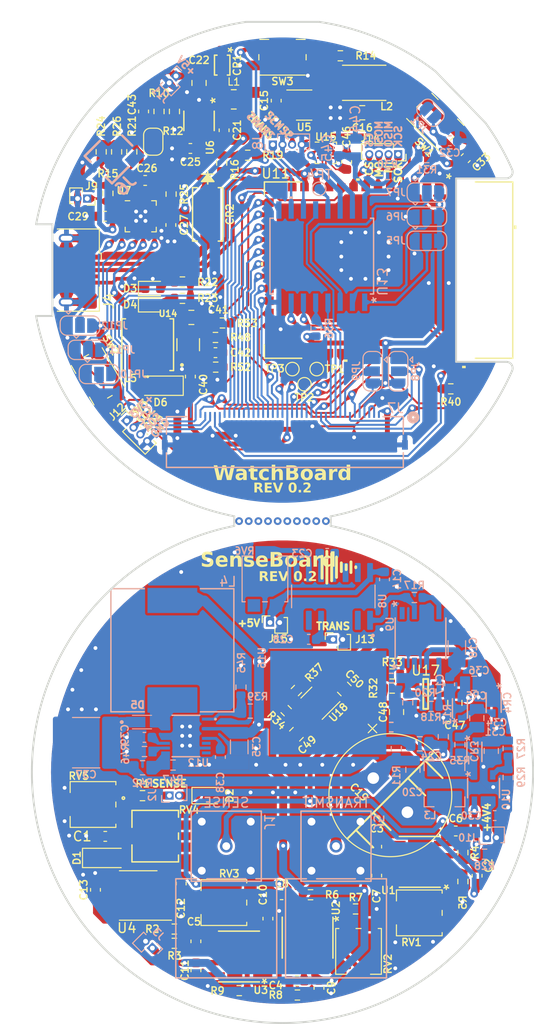
<source format=kicad_pcb>
(kicad_pcb (version 20221018) (generator pcbnew)
  (layers (0 "F.Cu" signal) (31 "B.Cu" signal) (34 "B.Paste" user) (35 "F.Paste" user) (36 "B.SilkS" user "B.Silkscreen") (37 "F.SilkS" user "F.Silkscreen") (38 "B.Mask" user) (39 "F.Mask" user) (44 "Edge.Cuts" user))
  (net 0 "")
  (net 1 "Net-(U1-+IN)")
  (net 2 "-9V")
  (net 3 "+9V")
  (net 4 "Net-(U1-OUTPUT)")
  (net 5 "Net-(U2-+IN)")
  (net 6 "Net-(U2-OUTPUT)")
  (net 7 "Net-(U3-+IN)")
  (net 8 "Net-(U3-OUTPUT)")
  (net 9 "/PIEZO_O")
  (net 10 "Net-(D1-K)")
  (net 11 "GND")
  (net 12 "+3.3V")
  (net 13 "Net-(C34-Pad2)")
  (net 14 "Net-(D1-A)")
  (net 15 "/TRANSMIT")
  (net 16 "Net-(U1--IN)")
  (net 17 "Net-(U2--IN)")
  (net 18 "Net-(U3--IN)")
  (net 19 "Net-(U4--)")
  (net 20 "+5V")
  (net 21 "Net-(D3-A)")
  (net 30 "Net-(U12-SS)")
  (net 31 "/VBAT")
  (net 32 "/PIEZO_I")
  (net 33 "/SENSE_N")
  (net 34 "/LEDK")
  (net 35 "/IM1")
  (net 36 "/IM0")
  (net 37 "/TFT_MOSI")
  (net 38 "/TFT_SCK")
  (net 39 "/TFT_CS")
  (net 40 "/DE")
  (net 41 "/VSYNC")
  (net 42 "/HSYNC")
  (net 43 "/B1")
  (net 44 "/B2")
  (net 45 "/B3")
  (net 46 "/BOOT0_B4")
  (net 47 "/B5")
  (net 48 "/G0")
  (net 49 "/G1")
  (net 50 "/G2")
  (net 51 "/G3")
  (net 52 "/G4")
  (net 53 "/G5")
  (net 54 "/R1")
  (net 55 "/R2")
  (net 56 "/R3")
  (net 57 "/R4")
  (net 58 "/R5")
  (net 59 "/SDA")
  (net 60 "/SCL")
  (net 61 "/TFT_RESET")
  (net 62 "/SENSE_P")
  (net 63 "D-")
  (net 64 "D+")
  (net 65 "/PCLK")
  (net 66 "Net-(J3-Pin_1)")
  (net 67 "A1")
  (net 68 "Net-(D6-A)")
  (net 69 "/CS")
  (net 70 "/ADDR0")
  (net 71 "/ADDR1")
  (net 72 "/ADDR2")
  (net 73 "/SCK")
  (net 74 "/MISO")
  (net 75 "/MOSI")
  (net 76 "/A0")
  (net 77 "/RXD0")
  (net 78 "/TXD0")
  (net 79 "Net-(U6-SS)")
  (net 80 "Net-(C34-Pad1)")
  (net 81 "Net-(U12-INTVCC)")
  (net 82 "Net-(U14-FB)")
  (net 83 "Net-(J4-VBUS)")
  (net 85 "Net-(J7-Pad12)")
  (net 86 "Net-(U10-SW)")
  (net 87 "Net-(U6-FB)")
  (net 88 "Net-(U8-~{Q})")
  (net 89 "Net-(U9-INB)")
  (net 90 "Net-(U9-~{OUTB})")
  (net 91 "Net-(U7-TMR)")
  (net 92 "Net-(D4-A)")
  (net 93 "Net-(U7-ISET)")
  (net 94 "Net-(U7-ILIM)")
  (net 95 "Net-(U7-ITERM)")
  (net 96 "Net-(U10-FB)")
  (net 97 "Net-(U10-FREQ)")
  (net 98 "Net-(D5-A)")
  (net 99 "Net-(U12-EN{slash}UVLO)")
  (net 100 "Net-(U12-FBX)")
  (net 101 "Net-(U12-RT)")
  (net 102 "Net-(U8-Rint)")
  (net 105 "Net-(JP1-A)")
  (net 106 "Net-(JP1-B)")
  (net 107 "Net-(JP10-C)")
  (net 108 "Net-(JP11-C)")
  (net 109 "/BTN_1")
  (net 120 "Net-(U8-Cext)")
  (net 121 "Net-(U8-R{slash}Cext)")
  (net 124 "/TP_IRQ")
  (net 125 "/BACKLIGHT")
  (net 127 "+4V4")
  (net 128 "+100V")
  (net 129 "+24V")
  (net 130 "Net-(J9-Pin_1)")
  (net 131 "Net-(JP12-C)")
  (net 132 "Net-(D3-K)")
  (net 133 "Net-(D4-K)")
  (net 134 "/U5_SW")
  (net 135 "/U6_SW")
  (net 136 "+5V_IN")
  (net 137 "unconnected-(TP1-Pad1)")
  (net 138 "unconnected-(TP2-Pad1)")
  (net 139 "unconnected-(TP3-Pad1)")
  (net 140 "/EXP_IRQ")
  (net 143 "Net-(U16-S)")
  (net 144 "Net-(U16-G)")
  (net 145 "Net-(U17-EN)")
  (net 146 "Net-(U17-FB)")
  (net 147 "/9V_S")
  (net 148 "Net-(U18-ADJ)")
  (footprint "Connector_PinSocket_1.00mm:PinSocket_1x02_P1.00mm_Vertical" (layer "F.Cu") (at 129.75 32.59 -90)
    (fp_text reference "J9")
    (fp_text value "Thermistor")
  )
  (footprint "Capacitor_SMD:C_0603_1608Metric" (layer "F.Cu") (at 167.9702 98.0948)
    (fp_text reference "C6")
    (fp_text value "100nF")
  )
  (footprint "Capacitor_SMD:C_0805_2012Metric" (layer "F.Cu") (at 141.347498 20.61575 -90)
    (fp_text reference "C22")
    (fp_text value "22uF")
  )
  (footprint "Capacitor_SMD:C_0805_2012Metric" (layer "F.Cu") (at 161.825 85.775 90)
    (fp_text reference "C48")
    (fp_text value "2.2uF")
  )
  (footprint "Diode_SMD:D_SOD-123" (layer "F.Cu") (at 137.35 51.975 180)
    (fp_text reference "D6")
    (fp_text value "D_Schottky")
  )
  (footprint "Capacitor_SMD:C_0603_1608Metric" (layer "F.Cu") (at 131.6 34.425 180)
    (fp_text reference "C29")
    (fp_text value "4.7UF")
  )
  (footprint "Resistor_SMD:R_0603_1608Metric" (layer "F.Cu") (at 161.375 81.825 180)
    (fp_text reference "R33")
    (fp_text value "12.4K")
  )
  (footprint "Capacitor_SMD:C_0603_1608Metric" (layer "F.Cu") (at 131.6228 98.6536)
    (fp_text reference "C1")
    (fp_text value "1nF")
  )
  (footprint "ECS-MPI2520R0-1R0-R:IND_ECS-MPI2520R0-1R0-R" (layer "F.Cu") (at 144.947498 22.31575 180)
    (fp_text reference "L1")
    (fp_text value "0.9uH" hide)
  )
  (footprint "Resistor_SMD:R_0603_1608Metric" (layer "F.Cu") (at 151.444023 83.547398 45)
    (fp_text reference "R37")
    (fp_text value "24K")
  )
  (footprint "Resistor_SMD:R_0603_1608Metric" (layer "F.Cu") (at 168.7068 100.33 -90)
    (fp_text reference "R4")
    (fp_text value "330")
  )
  (footprint "Resistor_SMD:R_0603_1608Metric" (layer "F.Cu") (at 152.908 104.6988 180)
    (fp_text reference "R6")
    (fp_text value "470")
  )
  (footprint "Resistor_SMD:R_0603_1608Metric" (layer "F.Cu") (at 131.9 32.05 90)
    (fp_text reference "R15")
    (fp_text value "10K")
  )
  (footprint "Resistor_SMD:R_0603_1608Metric" (layer "F.Cu") (at 167.45 52.3 180)
    (fp_text reference "R40")
    (fp_text value "100")
  )
  (footprint "Resistor_SMD:R_0603_1608Metric" (layer "F.Cu") (at 138.797498 23.56575 -90)
    (fp_text reference "R12")
    (fp_text value "2.67K")
  )
  (footprint "Capacitor_SMD:C_0603_1608Metric" (layer "F.Cu") (at 141.0208 109.5248 90)
    (fp_text reference "C5")
    (fp_text value "1nF")
  )
  (footprint "Diode_SMD:D_SOD-323F" (layer "F.Cu") (at 142.2224 94.4372)
    (fp_text reference "D2")
    (fp_text value "MM3Zxx")
  )
  (footprint "Resistor_SMD:R_0603_1608Metric" (layer "F.Cu") (at 168.7068 103.3272 90)
    (fp_text reference "R5")
    (fp_text value "68")
  )
  (footprint "LT3467AES6_TRMPBF:TSOT-23_S6_LIT" (layer "F.Cu") (at 141.347499 24.54055 -90)
    (fp_text reference "U6")
    (fp_text value "LT3467AES6-TRMPBF")
  )
  (footprint "Resistor_SMD:R_0603_1608Metric" (layer "F.Cu") (at 138.7856 108.2548)
    (fp_text reference "R2")
    (fp_text value "330")
  )
  (footprint "Capacitor_THT:CP_Radial_D12.5mm_P5.00mm" (layer "F.Cu") (at 159.415711 92.618633 -45)
    (fp_text reference "C19")
    (fp_text value "20uF")
  )
  (footprint "Capacitor_SMD:C_0603_1608Metric" (layer "F.Cu") (at 143.05 48.55)
    (fp_text reference "C42")
    (fp_text value "100nF")
  )
  (footprint "Resistor_SMD:R_0603_1608Metric" (layer "F.Cu") (at 137.197498 23.56575 90)
    (fp_text reference "R10")
    (fp_text value "8.06K")
  )
  (footprint "Resistor_SMD:R_0603_1608Metric" (layer "F.Cu") (at 143.7 28.9 90)
    (fp_text reference "R16")
    (fp_text value "10K")
  )
  (footprint "Resistor_SMD:R_0603_1608Metric" (layer "F.Cu") (at 150.383363 85.633363 135)
    (fp_text reference "R34")
    (fp_text value "150K")
  )
  (footprint "Capacitor_SMD:C_0603_1608Metric" (layer "F.Cu") (at 169 28.4 45)
    (fp_text reference "C33")
    (fp_text value "1uF")
  )
  (footprint "Capacitor_SMD:C_0603_1608Metric" (layer "F.Cu") (at 143.947498 25.51575 90)
    (fp_text reference "C21")
    (fp_text value "4.7UF")
  )
  (footprint "Connector_USB:USB_Micro-B_Amphenol_10118193-0001LF_Horizontal" (layer "F.Cu") (at 127.6 40 -90)
    (fp_text reference "J4")
    (fp_text value "USB_B_Micro")
  )
  (footprint "Capacitor_SMD:C_0603_1608Metric" (layer "F.Cu") (at 159.766 102.7176 -90)
    (fp_text reference "C7")
    (fp_text value "100nF")
  )
  (footprint "TestPoint:TestPoint_Pad_D1.0mm" (layer "F.Cu") (at 152.275 51.825)
    (fp_text reference "TP2")
    (fp_text value "TestPoint")
  )
  (footprint "Capacitor_SMD:C_0603_1608Metric" (layer "F.Cu") (at 138.425 35.325 -90)
    (fp_text reference "C27")
    (fp_text value "4.7UF")
  )
  (footprint "Package_LGA:LGA-14_2x2mm_P0.35mm_LayoutBorder3x4y" (layer "F.Cu") (at 154.5 27.85)
    (fp_text reference "U15")
    (fp_text value "LIS2DH")
  )
  (footprint "LED_SMD:LED_0603_1608Metric" (layer "F.Cu") (at 136.55 41.9)
    (fp_text reference "D3")
    (fp_text value "LED")
  )
  (footprint "Connector_PinSocket_1.00mm:PinSocket_1x02_P1.00mm_Vertical" (layer "F.Cu") (at 148.7076 76.5048 90)
    (fp_text reference "J15")
    (fp_text value "Conn_01x02_Socket")
  )
  (footprint "Package_SO:SOIC-8_3.9x4.9mm_P1.27mm" (layer "F.Cu") (at 135.0406 104.775 180)
    (fp_text reference "U4")
    (fp_text value "LM7171xIM")
  )
  (footprint "Resistor_SMD:R_0603_1608Metric" (layer "F.Cu") (at 139.625 41.225)
    (fp_text reference "R22")
    (fp_text value "1.5K")
  )
  (footprint "Resistor_SMD:R_0603_1608Metric" (layer "F.Cu") (at 156 17.8 180)
    (fp_text reference "R14")
    (fp_text value "10K")
  )
  (footprint "Capacitor_SMD:C_0603_1608Metric" (layer "F.Cu") (at 149.35 22.45 -90)
    (fp_text reference "C15")
    (fp_text value "4.7UF")
  )
  (footprint "Diode_SMD:D_SOD-123" (layer "F.Cu") (at 131.6228 100.8888)
    (fp_text reference "D1")
    (fp_text value "1N4148W")
  )
  (footprint "Capacitor_SMD:C_0603_1608Metric" (layer "F.Cu") (at 170.18 102.7306 90)
    (fp_text reference "C2")
    (fp_text value "1nF")
  )
  (footprint "ESP32-S3-WROOM-1-N8:ESP32-S3-WROOM-1-N8_EXP" (layer "F.Cu") (at 161 40 -90)
    (fp_text reference "U11")
    (fp_text value "ESP32-S3-WROOM-1-N8")
  )
  (footprint "LED_SMD:LED_0603_1608Metric" (layer "F.Cu") (at 136.55 43.6)
    (fp_text reference "D4")
    (fp_text value "LED")
  )
  (footprint "Resistor_SMD:R_0603_1608Metric" (layer "F.Cu") (at 157.5816 106.172 180)
    (fp_text reference "R7")
    (fp_text value "820")
  )
  (footprint "Resistor_SMD:R_0603_1608Metric" (layer "F.Cu") (at 135.4836 94.4372)
    (fp_text reference "R1")
    (fp_text value "100")
  )
  (footprint "Potentiometer_SMD:Potentiometer_Bourns_3314G_Vertical" (layer "F.Cu") (at 157.8864 110.5662)
    (fp_text reference "RV2")
    (fp_text value "10K")
  )
  (footprint "Resistor_SMD:R_0603_1608Metric" (layer "F.Cu") (at 138.45 32.125 -90)
    (fp_text reference "R25")
    (fp_text value "2.1K")
  )
  (footprint "Resistor_SMD:R_0603_1608Metric" (layer "F.Cu") (at 139.625 42.925 180)
    (fp_text reference "R23")
    (fp_text value "1.5K")
  )
  (footprint "NR5040T6R8M:IND_TAIYO_NR5040_TAY" (layer "F.Cu") (at 136.025 47.725 90)
    (fp_text reference "L5")
    (fp_text value "6.8uH")
  )
  (footprint "Capacitor_SMD:C_0603_1608Metric" (layer "F.Cu") (at 135.7625 30.7125 180)
    (fp_text reference "C26")
    (fp_text value "1uF")
  )
  (footprint "Button_Switch_SMD:Panasonic_EVQPUJ_EVQPUA" (layer "F.Cu") (at 165.846447 24.653553 -45)
    (fp_text reference "SW1")
    (fp_text value "SW_Push")
  )
  (footprint "Capacitor_SMD:C_0603_1608Metric" (layer "F.Cu") (at 151.4856 113.6142 180)
    (fp_text reference "C4")
    (fp_text value "1nF")
  )
  (footprint "Capacitor_SMD:C_0603_1608Metric" (layer "F.Cu") (at 140.45 51.025 90)
    (fp_text reference "C40")
    (fp_text value "1uF")
  )
  (footprint "Capacitor_SMD:C_0603_1608Metric" (layer "F.Cu") (at 141.025 112.5344 -90)
    (fp_text reference "C11")
    (fp_text value "100nF")
  )
  (footprint "Resistor_SMD:R_0603_1608Metric" (layer "F.Cu") (at 132.8 27.75 -90)
    (fp_text reference "R26")
    (fp_text value "3K")
  )
  (footprint "AD811:R_8_ADI" (layer "F.Cu") (at 152.6032 109.1438 -90)
    (fp_text reference "U2")
    (fp_text value "AD811JRZ")
  )
  (footprint "TestPoint:TestPoint_Pad_D1.0mm" (layer "F.Cu") (at 153.55 50.25)
    (fp_text reference "TP1")
    (fp_text value "TestPoint")
  )
  (footprint "Connector_PinSocket_1.00mm:PinSocket_1x04_P1.00mm_Vertical" (layer "F.Cu") (at 162 28 -90)
    (fp_text reference "J14")
    (fp_text value "Conn_01x04_Socket")
  )
  (footprint "Capacitor_SMD:C_0805_2012Metric" (layer "F.Cu") (at 158.275 23.7 180)
    (fp_text reference "C16")
    (fp_text value "10uF")
  )
  (footprint "Capacitor_SMD:C_0805_2012Metric" (layer "F.Cu") (at 156.411447 83.388299 -45)
    (fp_text reference "C50")
    (fp_text value "2.2uF")
  )
  (footprint "Capacitor_SMD:C_0805_2012Metric" (layer "F.Cu") (at 151.444023 88.072882 45)
    (fp_text reference "C49")
    (fp_text value "2.2uF")
  )
  (footprint "Package_DFN_QFN:VQFN-16-1EP_3x3mm_P0.5mm_EP1.6x1.6mm" (layer "F.Cu") (at 135.3 34.425)
    (fp_text reference "U7")
    (fp_text value "BQ24074RGT")
  )
  (footprint "Resistor_SMD:R_0603_1608Metric" (layer "F.Cu") (at 138.7856 109.728 180)
    (fp_text reference "R3")
    (fp_text value "0")
  )
  (footprint "Potentiometer_SMD:Potentiometer_Bourns_3314G_Vertical" (layer "F.Cu") (at 164.1856 106.5784 -90)
    (fp_text reference "RV1")
    (fp_text value "10K")
  )
  (footprint "AD811:R_8_ADI" (layer "F.Cu") (at 145.4912 111.0996 180)
    (fp_text reference "U3")
    (fp_text value "AD811JRZ")
  )
  (footprint "TPS61169DCKR:SOT65P210X110-5N" (layer "F.Cu") (at 140.225 47.725 90)
    (fp_text reference "U14")
    (fp_text value "TPS61169DCKR")
  )
  (footprint "TestPoint:TestPoint_Pad_D1.0mm" (layer "F.Cu") (at 151.025 50.25)
    (fp_text reference "TP3")
    (fp_text value "TestPoint")
  )
  (footprint "AD811:R_8_ADI" (layer "F.Cu") (at 164.2364 101.2952 180)
    (fp_text reference "U1")
    (fp_text value "AD811JRZ")
  )
  (footprint "PMEG2010EA_135:CR_PMEG2010_NEX" (layer "F.Cu") (at 143.747498 18.76575 -90)
    (fp_text reference "CR1")
    (fp_text value "PMEG2010EA_135")
  )
  (footprint "Capacitor_SMD:C_0805_2012Metric" (layer "F.Cu") (at 140.55 44.9)
    (fp_text reference "C41")
    (fp_text value "10uF")
  )
  (footprint "Capacitor_SMD:C_0603_1608Metric" (layer "F.Cu") (at 148.4884 107.175 90)
    (fp_text reference "C10")
    (fp_text value "100nF")
  )
  (footprint "Resistor_SMD:R_0603_1608Metric" (layer "F.Cu") (at 143.05 46.975 180)
    (fp_text reference "R48")
    (fp_text value "10K")
  )
  (footprint "Resistor_SMD:R_0603_1608Metric" (layer "F.Cu") (at 143.075 50.05)
    (fp_text reference "R52")
    (fp_text value "10.2")
  )
  (footprint "Capacitor_SMD:C_0805_2012Metric" (layer "F.Cu") (at 167.875 84.825 90)
    (fp_text reference "C47")
    (fp_text value "2.2uF")
  )
  (footprint "Capacitor_SMD:C_0603_1608Metric" (layer "F.Cu") (at 139.4968 103.5434 -90)
    (fp_text reference "C12")
    (fp_text value "100nF")
  )
  (footprint "Button_Switch_SMD:Panasonic_EVQPUJ_EVQPUA" (layer "F.Cu") (at 150 17.95)
    (fp_text reference "SW3")
    (fp_text value "SW_Push")
  )
  (footprint "Potentiometer_SMD:Potentiometer_Bourns_3314G_Vertical" (layer "F.Cu") (at 143.9232 105.5116 -90)
    (fp_text reference "RV3")
    (fp_text value "10K")
  )
  (footprint "Resistor_SMD:R_0603_1608Metric" (layer "F.Cu") (at 145.5166 114.6302)
    (fp_text reference "R9")
    (fp_text value "1.5K")
  )
  (footprint "23BR100KLFTR:SOT_23BR100KLFTR" (layer "F.Cu") (at 136.8044 98.6282 -90)
    (fp_text reference "RV4")
    (fp_text value "100K")
  )
  (footprint "Capacitor_SMD:C_0603_1608Metric" (layer "F.Cu") (at 159.766 99.7204 90)
    (fp_text reference "C3")
    (fp_text value "1nF")
  )
  (footprint "Capacitor_SMD:C_0603_1608Metric" (layer "F.Cu") (at 156.65 28.8 90)
    (fp_text reference "C46")
    (fp_text value "100nF")
  )
  (footprint "Capacitor_SMD:C_0603_1608Metric" (layer "F.Cu") (at 140.45 27.4 180)
    (fp_text reference "C25")
    (fp_text value "0.047UF")
  )
  (footprint "Resistor_SMD:R_0603_1608Metric" (layer "F.Cu") (at 146.4 28.1)
    (fp_text reference "R19")
    (fp_text value "10K")
  )
  (footprint "Resistor_SMD:R_0603_1608Metric" (layer "F.Cu") (at 151.5488 115.0874 180)
    (fp_text reference "R8")
    (fp_text value "1K")
  )
  (footprint "Capacitor_SMD:C_0603_1608Metric" (layer "F.Cu") (at 135.597498 23.56575 90)
    (fp_text reference "C43")
    (fp_text value "3.3pF")
  )
  (footprint "MBRA140TRPBF:DIODE_SMA_VIS-L" (layer "F.Cu") (at 142.25 34.2251 -90)
    (fp_text reference "CR2")
    (fp_text value "VS-MBRA140TRPBF")
  )
  (footprint "Connector_PinSocket_1.00mm:PinSocket_1x02_P1.00mm_Vertical" (layer "F.Cu") (at 155.2448 78.2574 90)
    (fp_text reference "J13")
    (fp_text value "Conn_01x02_Socket")
  )
  (footprint "Resistor_SMD:R_0603_1608Metric" (layer "F.Cu") (at 143.775 45.475)
    (fp_text reference "R53")
    (fp_text value "0")
  )
  (footprint "Resistor_SMD:R_0603_1608Metric" (layer "F.Cu") (at 134.375 27.75 -90)
    (fp_text reference "R21")
    (fp_text value "0")
  )
  (footprint "LQH43PN100M26L:IND_LQH43PN100M26L" (layer "F.Cu") (at 158.475 20.6)
    (fp_text reference "L2")
    (fp_text value "LQH43PN100M26L")
  )
  (footprint "TPS72325DBVR:DBV0005A" (layer "F.Cu") (at 164.85 83.9 180)
    (fp_text reference "U17")
    (fp_text value "TPS72325DBVR")
  )
  (footprint "Connector_PinSocket_1.00mm:PinSocket_1x04_P1.00mm_Vertical" (layer "F.Cu") (at 133.85 55.6 45)
    (fp_text reference "J12")
    (fp_text value "Conn_01x04_Socket")
  )
  (footprint "Capacitor_SMD:C_0603_1608Metric" (layer "F.Cu") (at 149.9108 104.6988 180)
    (fp_text reference "C8")
    (fp_text value "100nF")
  )
  (footprint "Resistor_SMD:R_0603_1608Metric" (layer "F.Cu") (at 131.2 27.75 -90)
    (fp_text reference "R24")
    (fp_text value "3.3K")
  )
  (footprint "Package_TO_SOT_SMD:SOT-23-5" (layer "F.Cu") (at 153.579486 84.862617 -135)
    (fp_text reference "U18")
    (fp_text value "SPX3819M5-L")
  )
  (footprint "Capacitor_SMD:C_0603_1608Metric" (layer "F.Cu") (at 153.784 114.3508 -90)
    (fp_text reference "C9")
    (fp_text value "100nF")
  )
  (footprint "Package_TO_SOT_SMD:SOT-23-5" (layer "F.Cu") (at 152.2475 22.905)
    (fp_text reference "U5")
    (fp_text value "TPS62203DBV")
  )
  (footprint "Jumper:SolderJumper-2_P1.3mm_Open_RoundedPad1.0x1.5mm" (layer "F.Cu") (at 136.6 26.7 90)
    (fp_text reference "JP13" hide)
    (fp_text value "SolderJumper_2_Open")
  )
  (footprint "Button_Switch_SMD:Panasonic_EVQPUJ_EVQPUA" (layer "F.Cu") (at 130.876378 50.998317 120)
    (fp_text reference "SW2")
    (fp_text value "SW_Push")
  )
  (footprint "Capacitor_SMD:C_0603_1608Metric" (layer "F.Cu") (at 130.6068 104.1908 90)
    (fp_text reference "C13")
    (fp_text value "100nF")
  )
  (footprint "Potentiometer_SMD:Potentiometer_Bourns_3314G_Vertical" (layer "F.Cu") (at 130.3528 95.3516 -90)
    (fp_text reference "RV5")
    (fp_text value "10K")
  )
  (footprint "Resistor_SMD:R_0603_1608Metric" (layer "F.Cu") (at 161.375 83.3)
    (fp_text reference "R32")
    (fp_text value "82K")
  )
  (footprint "ICL7667CBAZA_TDKR:SOIC8_4X5_INR-L" (layer "B.Cu") (at 164.3126 78.14945 -90)
    (fp_text reference "U9")
    (fp_text value "ICL7667")
  )
  (footprint "Jumper:SolderJumper-3_P1.3mm_Open_RoundedPad1.0x1.5mm" (layer "B.Cu") (at 162 50.475 -90)
    (fp_text reference "JP8")
    (fp_text value "SolderJumper_3_Open")
  )
  (footprint "LT8331:MSE_16A_ADI" (layer "B.Cu") (at 139.988405 88.2576 180)
    (fp_text reference "U12")
    (fp_text value "LT8331EMSE-TRPBF")
  )
  (footprint "Resistor_SMD:R_0603_1608Metric" (layer "B.Cu") (at 163.6776 73.914)
    (fp_text reference "R17")
    (fp_text value "0")
  )
  (footprint "Resistor_SMD:R_0603_1608Metric" (layer "B.Cu") (at 168.4 89.15 -90)
    (fp_text reference "R35")
    (fp_text value "0.453")
  )
  (footprint "Jumper:SolderJumper-2_P1.3mm_Open_RoundedPad1.0x1.5mm" (layer "B.Cu") (at 165.35 23.7 135)
    (fp_text reference "JP1")
    (fp_text value "SolderJumper_2_Open")
  )
  (footprint "Capacitor_SMD:C_0603_1608Metric" (layer "B.Cu") (at 154.6352 69.342 180)
    (fp_text reference "C23")
    (fp_text value "50pF")
  )
  (footprint "Capacitor_SMD:C_0603_1608Metric" (layer "B.Cu") (at 155.8 27.35 90)
    (fp_text reference "C45")
    (fp_text value "100nF")
  )
  (footprint "Resistor_SMD:R_0603_1608Metric" (layer "B.Cu") (at 164.95 28.35)
    (fp_text reference "R31")
    (fp_text value "10K")
  )
  (footprint "Inductor_SMD:L_Bourns-SRN4018" (layer "B.Cu") (at 166.8 93.2 90)
    (fp_text reference "L3")
    (fp_text value "4.7uH")
  )
  (footprint "Connector_PinSocket_1.00mm:PinSocket_1x02_P1.00mm_Vertical" (layer "B.Cu") (at 138.957107 19.892893 135)
    (fp_text reference "J11")
    (fp_text value "Conn_01x02_Socket")
  )
  (footprint "Resistor_SMD:R_0603_1608Metric" (layer "B.Cu") (at 145.6944 83.2104 90)
    (fp_text reference "R45")
    (fp_text value "287K")
  )
  (footprint "Capacitor_SMD:C_0805_2012Metric" (layer "B.Cu") (at 170.15 86.4 90)
    (fp_text reference "C34")
    (fp_text value "2.2uF")
  )
  (footprint "Jumper:SolderJumper-3_P1.3mm_Open_RoundedPad1.0x1.5mm" (layer "B.Cu") (at 164.975 36.9675)
    (fp_text reference "JP5")
    (fp_text value "SolderJumper_3_Open")
  )
  (footprint "CUS10S30_H3F:USC_TOS-L" (layer "B.Cu") (at 171.9 84.8 -90)
    (fp_text reference "CR4")
    (fp_text value "CUS10S30_H3F")
  )
  (footprint "Capacitor_SMD:C_0603_1608Metric" (layer "B.Cu") (at 143.5616 90.4376 -90)
    (fp_text reference "C38")
    (fp_text value "1uF")
  )
  (footprint "Resistor_SMD:R_0603_1608Metric" (layer "B.Cu") (at 160.9 30.1 180)
    (fp_text reference "R30")
    (fp_text value "10K")
  )
  (footprint "Resistor_SMD:R_0603_1608Metric" (layer "B.Cu") (at 170.95 100.5 180)
    (fp_text reference "R28")
    (fp_text value "0")
  )
  (footprint "Resistor_SMD:R_0603_1608Metric" (layer "B.Cu") (at 153.475 46.025 90)
    (fp_text reference "R36")
    (fp_text value "10K")
  )
  (footprint "Resistor_SMD:R_0805_2012Metric" (layer "B.Cu") (at 146.6541 85.6776 180)
    (fp_text reference "R39")
    (fp_text value "1M")
  )
  (footprint "Jumper:SolderJumper-3_P1.3mm_Open_RoundedPad1.0x1.5mm" (layer "B.Cu") (at 164.975 31.9675)
    (fp_text reference "JP7")
    (fp_text value "SolderJumper_3_Open")
  )
  (footprint "Capacitor_SMD:C_0603_1608Metric" (layer "B.Cu") (at 160.5788 72.0344 -90)
    (fp_text reference "C14")
    (fp_text value "100nF")
  )
  (footprint "7447706101:IND_WE-PD_1260_WRE-L" (layer "B.Cu") (at 138.5824 79.375 -90)
    (fp_text reference "L4")
    (fp_text value "7447706101")
  )
  (footprint "PCA9554AD:SOT162-1_NXP" (layer "B.Cu") (at 154.075 38.55 90)
    (fp_text reference "U13")
    (fp_text value "PCA9554AD")
  )
  (footprint "62684-401100ALF:CONN40_1100ALF_AMP" (layer "B.Cu") (at 160 55 180)
    (fp_text reference "J7")
    (fp_text value "62684-401100ALF")
  )
  (footprint "TLV61048DBVR:SOT-23-6_DBV_TEX" (layer "B.Cu") (at 170.85 93.65 -90)
    (fp_text reference "U10")
    (fp_text value "TLV61048DBVR")
  )
  (footprint "Resistor_SMD:R_0603_1608Metric" (layer "B.Cu") (at 173.4 92.55 -90)
    (fp_text reference "R29")
    (fp_text value "107K")
  )
  (footprint "Capacitor_SMD:C_0603_1608Metric" (layer "B.Cu") (at 135.6868 88.3976)
    (fp_text reference "C39")
    (fp_text value "100nF")
  )
  (footprint "Connector_PinSocket_1.00mm:PinSocket_1x02_P1.00mm_Vertical" (layer "B.Cu") (at 136.508615 110.223493 45)
    (fp_text reference "J3")
    (fp_text value "Conn_01x02_Socket")
  )
  (footprint "Connector_PinSocket_1.00mm:PinSocket_1x02_P1.00mm_Vertical" (layer "B.Cu") (at 171.2 98.79 -90)
    (fp_text reference "J10")
    (fp_text value "Conn_01x02_Socket")
  )
  (footprint "IRL620SPBF:D2PAK_VIS" (layer "B.Cu") (at 154.7495 84.79945 -90)
    (fp_text reference "U16")
    (fp_text value "IRL620SPBF")
  )
  (footprint "Capacitor_SMD:C_0805_2012Metric" (layer "B.Cu") (at 164.2364 89.06945)
    (fp_text reference "C24")
    (fp_text value "100nF")
  )
  (footprint "Jumper:SolderJumper-3_P1.3mm_Open_RoundedPad1.0x1.5mm" (layer "B.Cu") (at 130.975 50.76)
    (fp_text reference "JP10")
    (fp_text value "SolderJumper_3_Open")
  )
  (footprint "Capacitor_SMD:C_0603_1608Metric" (layer "B.Cu") (at 152.7302 78.24625 180)
    (fp_text reference "C28")
    (fp_text value "1nF")
  )
  (footprint "Jumper:SolderJumper-3_P1.3mm_Open_RoundedPad1.0x1.5mm" (layer "B.Cu") (at 129 45.75)
    (fp_text reference "JP12")
    (fp_text value "SolderJumper_3_Open")
  )
  (footprint "RB558VAM150TR:TDZVTR51" (layer "B.Cu") (at 135.4316 86.8176 90)
    (fp_text reference "D5")
    (fp_text value "RB558VAM150TR" hide)
  )
  (footprint "Jumper:SolderJumper-3_P1.3mm_Open_RoundedPad1.0x1.5mm" (layer "B.Cu") (at 159.35 50.475 -90)
    (fp_text reference "JP9")
    (fp_text value "SolderJumper_3_Open")
  )
  (footprint "EPS-00-250-NTN:CONN_EPS.00.250.NTN_LMO" (layer "B.Cu") (at 155.5496 99.6696)
    (fp_text reference "J5")
    (fp_text value "EPS.00.250.NTN")
  )
  (footprint "Resistor_SMD:R_0805_2012Metric" (layer "B.Cu") (at 135.4916 91.5476)
    (fp_text reference "R42")
    (fp_text value "1M")
  )
  (footprint "Resistor_SMD:R_0603_1608Metric" (layer "B.Cu") (at 166.6748 88.3412 90)
    (fp_text reference "R13")
    (fp_text value "50")
  )
  (footprint "Jumper:SolderJumper-3_P1.3mm_Open_RoundedPad1.0x1.5mm" (layer "B.Cu") (at 129.825 48.26)
    (fp_text reference "JP11")
    (fp_text value "SolderJumper_3_Open")
  )
  (footprint "Potentiometer_SMD:Potentiometer_Bourns_3314G_Vertical" (layer "B.Cu") (at 148.1836 71.9836)
    (fp_text reference "RV6")
    (fp_text value "10K")
  )
  (footprint "Resistor_SMD:R_0603_1608Metric" (layer "B.Cu") (at 165.4048 85.1916 180)
    (fp_text reference "R18")
    (fp_text value "0")
  )
  (footprint "Capacitor_SMD:C_0805_2012Metric" (layer "B.Cu") (at 169.8752 82.8)
    (fp_text reference "C36")
    (fp_text value "2.2uF")
  )
  (footprint "CUS10S30_H3F:USC_TOS-L" (layer "B.Cu") (at 168.4 85.4 90)
    (fp_text reference "CR5")
    (fp_text value "CUS10S30_H3F")
  )
  (footprint "Capacitor_SMD:C_0603_1608Metric" (layer "B.Cu") (at 172 96.5)
    (fp_text reference "C30")
    (fp_text value "1uF")
  )
  (footprint "SM02B-SRSS-TB:SM02B-SRSS-TB" (layer "B.Cu") (at 132.499353 25.179326 -45)
    (fp_text reference "J6")
    (fp_text value "SM02B-SRSS-TB_LFSN_" hide)
  )
  (footprint "Resistor_SMD:R_0603_1608Metric" (layer "B.Cu") (at 162.9876 84.79945 -90)
    (fp_text reference "R20")
    (fp_text value "10K")
  )
  (footprint "Capacitor_SMD:C_1206_3216Metric" (layer "B.Cu") (at 145.5166 89.3826 -90)
    (fp_text reference "C35")
    (fp_text value "10uF")
  )
  (footprint "Resistor_SMD:R_0603_1608Metric" (layer "B.Cu") (at 173.4 89.55 -90)
    (fp_text reference "R27")
    (fp_text value "1.1M")
  )
  (footprint "Resistor_SMD:R_0603_1608Metric" (layer "B.Cu") (at 161.798 89.57945 90)
    (fp_text reference "R11")
    (fp_text value "3K")
  )
  (footprint "Connector_PinSocket_1.00mm:PinSocket_1x02_P1.00mm_Vertical" (layer "B.Cu") (at 138.2776 94.4224 -90)
    (fp_text reference "J2")
    (fp_text value "Conn_01x02_Socket")
  )
  (footprint "Resistor_SMD:R_0603_1608Metric" (layer "B.Cu") (at 135.6916 89.8652 180)
    (fp_text reference "R46")
    (fp_text value "154K")
  )
  (footprint "TestPoint:TestPoint_Pad_D1.0mm" (layer "B.Cu") (at 153.8 31.575 180)
    (fp_text reference "TP4")
    (fp_text value "TestPoint")
  )
  (footprint "Capacitor_SMD:C_0805_2012Metric" (layer "B.Cu") (at 157.55 27.35 90)
    (fp_text reference "C44")
    (fp_text value "10uF")
  )
  (footprint "74LS121:SOIC127P600X175-14N" (layer "B.Cu") (at 155.2702 73.7982 90)
    (fp_text reference "U8")
    (fp_text value "74LS121")
  )
  (footprint "Capacitor_SMD:C_0603_1608Metric" (layer "B.Cu") (at 167.3352 82.9056 -90)
    (fp_text reference "C17")
    (fp_text value "0.1uF")
  )
  (footprint "Connector_PinSocket_1.00mm:PinSocket_1x04_P1.00mm_Vertical" (layer "B.Cu") (at 149 27 -90)
    (fp_text reference "J8")
    (fp_text value "Conn_01x04_Socket")
  )
  (footprint "Capacitor_SMD:C_1206_3216Metric" (layer "B.Cu") (at 168.0776 79.0956 90)
    (fp_text reference "C18")
    (fp_text value "47uF")
  )
  (footprint "Capacitor_SMD:C_0805_2012Metric" (layer "B.Cu") (at 163.5252 91.76 -90)
    (fp_text reference "C20")
    (fp_text value "100nF")
  )
  (footprint "EPS-00-250-NTN:CONN_EPS.00.250.NTN_LMO" (layer "B.Cu") (at 144.1704 99.6696)
    (fp_text reference "J1")
    (fp_text value "EPS.00.250.NTN")
  )
  (footprint "CUS10S30_H3F:USC_TOS-L" (layer "B.Cu") (at 169.9 89.9 -90)
    (fp_text reference "CR3")
    (fp_text value "CUS10S30_H3F")
  )
  (footprint "Capacitor_SMD:C_0805_2012Metric" (layer "B.Cu") (at 171.65 89.8 -90)
    (fp_text reference "C31")
    (fp_text value "10uF")
  )
  (footprint "Capacitor_SMD:C_2220_5650Metric" (layer "B.Cu") (at 129.6416 88.9508 180)
    (fp_text reference "C37")
    (fp_text value "1uF")
  )
  (footprint "Resistor_SMD:R_0603_1608Metric" (layer "B.Cu") (at 138.6516 91.2676)
    (fp_text reference "R47")
    (fp_text value "16.2K")
  )
  (footprint "Capacitor_SMD:C_0603_1608Metric" (layer "B.Cu") (at 167.35 26.6 180)
    (fp_text reference "C32")
    (fp_text value "100nF")
  )
  (footprint "Jumper:SolderJumper-3_P1.3mm_Open_RoundedPad1.0x1.5mm" (layer "B.Cu") (at 164.975 34.4675)
    (fp_text reference "JP6")
    (fp_text value "SolderJumper_3_Open")
  )
  (gr_line (start 154.6 69.125) (end 154.6 72.425) (stroke (width 0.3)) (layer "F.SilkS"))
  (gr_line (start 156.6 71.025) (end 156.6 70.525) (stroke (width 0.3)) (layer "F.SilkS"))
  (gr_line (start 157.1 70.225) (end 157.1 71.325) (stroke (width 0.3)) (layer "F.SilkS"))
  (gr_line (start 155.6 69.725) (end 155.6 71.825) (stroke (width 0.3)) (layer "F.SilkS"))
  (gr_line (start 157.6 70.725) (end 157.6 70.825) (stroke (width 0.3)) (layer "F.SilkS"))
  (gr_line (start 155.1 69.375) (end 155.1 72.175) (stroke (width 0.3)) (layer "F.SilkS"))
  (gr_line (start 154.1 69.64) (end 154.1 71.91) (stroke (width 0.3)) (layer "F.SilkS"))
  (gr_line (start 156.1 70.325) (end 156.1 71.225) (stroke (width 0.3)) (layer "F.SilkS"))
  (gr_line (start 126.15 35.25) (end 124.452181 35.250405) (stroke (width 0.2)) (layer "Edge.Cuts"))
  (gr_line (start 126.15 44.75) (end 124.452177 44.749595) (stroke (width 0.2)) (layer "Edge.Cuts"))
  (gr_line (start 168 49.5) (end 173.2 49.5) (stroke (width 0.2)) (layer "Edge.Cuts"))
  (gr_arc (start 173.799999 50.45) (mid 166.249994 60.287438) (end 155.001453 65.507409) (stroke (width 0.2)) (layer "Edge.Cuts"))
  (gr_line (start 146.248063 14.286722) (end 153.751938 14.28672) (stroke (width 0.2)) (layer "Edge.Cuts"))
  (gr_arc (start 155 66.500001) (mid 150 117.98557) (end 145 66.500001) (stroke (width 0.2)) (layer "Edge.Cuts"))
  (gr_line (start 168 30.5) (end 173.2 30.499999) (stroke (width 0.2)) (layer "Edge.Cuts"))
  (gr_arc (start 145 65.499998) (mid 131.535516 58.284221) (end 124.452177 44.749595) (stroke (width 0.2)) (layer "Edge.Cuts"))
  (gr_arc (start 173.799999 29.55) (mid 173.765002 30.192369) (end 173.2 30.5) (stroke (width 0.2)) (layer "Edge.Cuts"))
  (gr_arc (start 153.752863 14.280387) (mid 160.130186 16.063379) (end 165.85 19.400001) (stroke (width 0.2)) (layer "Edge.Cuts"))
  (gr_arc (start 171.049651 24.750256) (mid 172.552875 27.076753) (end 173.8 29.55) (stroke (width 0.2)) (layer "Edge.Cuts"))
  (gr_line (start 168 30.5) (end 168 49.5) (stroke (width 0.2)) (layer "Edge.Cuts"))
  (gr_line (start 126.15 35.25) (end 126.15 44.75) (stroke (width 0.2)) (layer "Edge.Cuts"))
  (gr_line (start 145 65.499999) (end 145 66.500001) (stroke (width 0.2)) (layer "Edge.Cuts"))
  (gr_line (start 165.85 19.4) (end 171.05 24.75) (stroke (width 0.2)) (layer "Edge.Cuts"))
  (gr_arc (start 124.452181 35.250405) (mid 131.986452 21.271365) (end 146.248063 14.286722) (stroke (width 0.2)) (layer "Edge.Cuts"))
  (gr_line (start 155 65.499999) (end 155 66.500001) (stroke (width 0.2)) (layer "Edge.Cuts"))
  (gr_arc (start 173.2 49.5) (mid 173.765001 49.80763) (end 173.799999 50.45) (stroke (width 0.2)) (layer "Edge.Cuts"))
  (gr_text "MOSI" (at 160 27.375 90) (layer "B.SilkS") (effects (font (size 0.75 0.75) (thickness 0.1875)) (justify right mirror)))
  (gr_text "SENSE" (at 150.975 26.375 315) (layer "B.SilkS") (effects (font (size 0.75 0.75) (thickness 0.1875)) (justify left mirror)))
  (gr_text "SCK" (at 162 27.375 90) (layer "B.SilkS") (effects (font (size 0.75 0.75) (thickness 0.1875)) (justify right mirror)))
  (gr_text "+3V3" (at 134.25 55.25 45) (layer "B.SilkS") (effects (font (size 0.75 0.75) (thickness 0.1875)) (justify right mirror)))
  (gr_text "TRANSMIT" (at 155.5496 95.75) (layer "B.SilkS") (effects (font (size 1 1)) (justify bottom mirror)))
  (gr_text "GND" (at 136.425 57.275 45) (layer "B.SilkS") (effects (font (size 0.75 0.75) (thickness 0.1875)) (justify right mirror)))
  (gr_text "MISO" (at 161 27.375 90) (layer "B.SilkS") (effects (font (size 0.75 0.75) (thickness 0.1875)) (justify right mirror)))
  (gr_text "SENSE" (at 144.1704 95.75) (layer "B.SilkS") (effects (font (size 1 1)) (justify bottom mirror)))
  (gr_text "+5V" (at 140.025 18.85 315) (layer "B.SilkS") (effects (font (size 0.75 0.75) (thickness 0.1875)) (justify mirror)))
  (gr_text "TRANS" (at 149 26.375 315) (layer "B.SilkS") (effects (font (size 0.75 0.75) (thickness 0.1875)) (justify left mirror)))
  (gr_text "SCL" (at 134.975 55.875 45) (layer "B.SilkS") (effects (font (size 0.75 0.75) (thickness 0.1875)) (justify right mirror)))
  (gr_text "CS" (at 159 27.375 90) (layer "B.SilkS") (effects (font (size 0.75 0.75) (thickness 0.1875)) (justify right mirror)))
  (gr_text "SDA" (at 135.7 56.575 45) (layer "B.SilkS") (effects (font (size 0.75 0.75) (thickness 0.1875)) (justify right mirror)))
  (gr_text "REV 0.2" (at 153.6 72.375) (layer "F.SilkS") (effects (font (size 1 1) (thickness 0.25) bold) (justify right bottom)))
  (gr_text "+4V4" (at 171.625 98.325 90) (layer "F.SilkS") (effects (font (size 0.75 0.75) (thickness 0.1875)) (justify left bottom)))
  (gr_text "3V3" (at 134.334368 55.125 45) (layer "F.SilkS") (effects (font (size 0.75 0.75) (thickness 0.1875)) (justify left)))
  (gr_text "MO" (at 160 28.625 90) (layer "F.SilkS") (effects (font (size 0.75 0.75) (thickness 0.1875)) (justify right)))
  (gr_text "CS" (at 159 28.625 90) (layer "F.SilkS") (effects (font (size 0.75 0.75) (thickness 0.1875)) (justify right)))
  (gr_text "GND" (at 136.425 57.275 45) (layer "F.SilkS") (effects (font (size 0.75 0.75) (thickness 0.1875)) (justify left)))
  (gr_text "WatchBoard" (at 150 62) (layer "F.SilkS") (effects (font (size 1.5 1.5) (thickness 0.3) bold) (justify bottom)))
  (gr_text "TRANS" (at 155.25 77.325) (layer "F.SilkS") (effects (font (size 0.75 0.75) (thickness 0.1875)) (justify bottom)))
  (gr_text "MI" (at 161 28.625 90) (layer "F.SilkS") (effects (font (size 0.75 0.75) (thickness 0.1875)) (justify right)))
  (gr_text "SENSE" (at 151 26.375 -45) (layer "F.SilkS") (effects (font (size 0.75 0.75) (thickness 0.1875)) (justify right)))
  (gr_text "SENSE" (at 138.275 93.625) (layer "F.SilkS") (effects (font (size 0.75 0.75) (thickness 0.1875)) (justify bottom)))
  (gr_text "+5V" (at 145.25 77) (layer "F.SilkS") (effects (font (size 0.75 0.75) (thickness 0.1875)) (justify left bottom)))
  (gr_text "SCK" (at 162 28.625 90) (layer "F.SilkS") (effects (font (size 0.75 0.75) (thickness 0.1875)) (justify right)))
  (gr_text "REV 0.2" (at 150 63.2) (layer "F.SilkS") (effects (font (size 1 1) (thickness 0.25) bold) (justify bottom)))
  (gr_text "TRANS" (at 149.025 26.375 315) (layer "F.SilkS") (effects (font (size 0.75 0.75) (thickness 0.1875)) (justify right)))
  (gr_text "SDA" (at 135.725 56.55 45) (layer "F.SilkS") (effects (font (size 0.75 0.75) (thickness 0.1875)) (justify left)))
  (gr_text "SenseBoard" (at 148.525 70.975) (layer "F.SilkS") (effects (font (size 1.5 1.5) (thickness 0.3) bold) (justify bottom)))
  (gr_text "SCL" (at 135 55.875 45) (layer "F.SilkS") (effects (font (size 0.75 0.75) (thickness 0.1875)) (justify left)))
  (via (at 145.5 66) (size 0.8) (drill 0.4) (layers "F.Cu" "B.Cu") (net 0))
  (via (at 154.5 66) (size 0.8) (drill 0.4) (layers "F.Cu" "B.Cu") (net 0))
  (via (at 153.5 66) (size 0.8) (drill 0.4) (layers "F.Cu" "B.Cu") (net 0))
  (via (at 148.5 66) (size 0.8) (drill 0.4) (layers "F.Cu" "B.Cu") (net 0))
  (via (at 150.5 66) (size 0.8) (drill 0.4) (layers "F.Cu" "B.Cu") (net 0))
  (via (at 151.5 66) (size 0.8) (drill 0.4) (layers "F.Cu" "B.Cu") (net 0))
  (via (at 147.5 66) (size 0.8) (drill 0.4) (layers "F.Cu" "B.Cu") (net 0))
  (via (at 149.5 66) (size 0.8) (drill 0.4) (layers "F.Cu" "B.Cu") (net 0))
  (via (at 146.5 66) (size 0.8) (drill 0.4) (layers "F.Cu" "B.Cu") (net 0))
  (via (at 152.5 66) (size 0.8) (drill 0.4) (layers "F.Cu" "B.Cu") (net 0))
  (segment (start 168.7068 101.155) (end 168.212 100.6602) (width 0.508) (layer "F.Cu") (net 1))
  (segment (start 168.212 100.6602) (end 166.7002 100.6602) (width 0.508) (layer "F.Cu") (net 1))
  (segment (start 170.18 101.9556) (end 169.3794 101.155) (width 0.508) (layer "F.Cu") (net 1))
  (segment (start 169.3794 101.155) (end 168.7068 101.155) (width 0.508) (layer "F.Cu") (net 1))
  (segment (start 150.6982 107.569) (end 150.6982 106.68) (width 0.508) (layer "F.Cu") (net 2))
  (segment (start 150.6982 104.7112) (end 150.6858 104.6988) (width 0.508) (layer "F.Cu") (net 2))
  (segment (start 160.525 84.850001) (end 163.65 84.850001) (width 0.508) (layer "F.Cu") (net 2))
  (segment (start 160.55 83.3) (end 160.55 84.825001) (width 0.508) (layer "F.Cu") (net 2))
  (segment (start 147.955 108.4834) (end 148.4884 107.95) (width 0.508) (layer "F.Cu") (net 2))
  (segment (start 160.55 84.825001) (end 160.525 84.850001) (width 0.508) (layer "F.Cu") (net 2))
  (segment (start 137.5156 102.87) (end 139.3952 102.87) (width 0.508) (layer "F.Cu") (net 2))
  (segment (start 160.525 84.850001) (end 159.074999 84.850001) (width 0.508) (layer "F.Cu") (net 2))
  (segment (start 147.955 109.1946) (end 147.955 108.4834) (width 0.508) (layer "F.Cu") (net 2))
  (segment (start 166.7002 98.5898) (end 167.1952 98.0948) (width 0.508) (layer "F.Cu") (net 2))
  (segment (start 139.3952 102.87) (end 139.4968 102.7684) (width 0.508) (layer "F.Cu") (net 2))
  (segment (start 150.6982 106.68) (end 150.6982 104.7112) (width 0.508) (layer "F.Cu") (net 2))
  (segment (start 166.7002 99.3902) (end 166.7002 98.5898) (width 0.508) (layer "F.Cu") (net 2))
  (segment (start 150.3172 107.95) (end 150.6982 107.569) (width 0.508) (layer "F.Cu") (net 2))
  (segment (start 141.0208 103.5812) (end 140.208 102.7684) (width 0.508) (layer "F.Cu") (net 2))
  (segment (start 150.6858 103.9858) (end 150.2812 103.5812) (width 0.508) (layer "F.Cu") (net 2))
  (segment (start 152.8572 91.0678) (end 152.8572 94.996) (width 0.508) (layer "F.Cu") (net 2))
  (segment (start 150.6858 104.6988) (end 150.6858 103.9858) (width 0.508) (layer "F.Cu") (net 2))
  (segment (start 140.208 102.7684) (end 139.4968 102.7684) (width 0.508) (layer "F.Cu") (net 2))
  (segment (start 148.4884 107.95) (end 150.3172 107.95) (width 0.508) (layer "F.Cu") (net 2))
  (segment (start 166.624 97.5236) (end 166.624 97.0788) (width 0.508) (layer "F.Cu") (net 2))
  (segment (start 150.2812 103.5812) (end 149.674994 103.5812) (width 0.508) (layer "F.Cu") (net 2))
  (segment (start 167.1952 98.0948) (end 166.624 97.5236) (width 0.508) (layer "F.Cu") (net 2))
  (segment (start 159.074999 84.850001) (end 152.8572 91.0678) (width 0.508) (layer "F.Cu") (net 2))
  (via (at 141.0208 103.5812) (size 0.8) (drill 0.4) (layers "F.Cu" "B.Cu") (net 2))
  (via (at 152.8572 94.996) (size 0.8) (drill 0.4) (layers "F.Cu" "B.Cu") (net 2))
  (via (at 166.624 97.0788) (size 0.8) (drill 0.4) (layers "F.Cu" "B.Cu") (net 2))
  (via (at 149.674994 103.5812) (size 0.8) (drill 0.4) (layers "F.Cu" "B.Cu") (net 2))
  (segment (start 159.1564 94.996) (end 162.2044 98.044) (width 0.508) (layer "B.Cu") (net 2))
  (segment (start 141.478 94.996) (end 152.8572 94.996) (width 0.508) (layer "B.Cu") (net 2))
  (segment (start 140.0048 96.4692) (end 141.478 94.996) (width 0.508) (layer "B.Cu") (net 2))
  (segment (start 152.8572 94.996) (end 159.1564 94.996) (width 0.508) (layer "B.Cu") (net 2))
  (segment (start 141.0208 103.5812) (end 140.0048 102.5652) (width 0.508) (layer "B.Cu") (net 2))
  (segment (start 165.6588 98.044) (end 166.624 97.0788) (width 0.508) (layer "B.Cu") (net 2))
  (segment (start 141.0208 103.5812) (end 149.674994 103.5812) (width 0.508) (layer "B.Cu") (net 2))
  (segment (start 140.0048 102.5652) (end 140.0048 96.4692) (width 0.508) (layer "B.Cu") (net 2))
  (segment (start 162.2044 98.044) (end 165.6588 98.044) (width 0.508) (layer "B.Cu") (net 2))
  (segment (start 158.496 103.3272) (end 158.496 104.292396) (width 0.4064) (layer "F.Cu") (net 3))
  (segment (start 131.051 105.41) (end 130.6068 104.9658) (width 0.508) (layer "F.Cu") (net 3))
  (segment (start 136.4344 111.7594) (end 139.85 111.7594) (width 0.508) (layer "F.Cu") (net 3))
  (segment (start 152.115774 87.401131) (end 151.793243 87.0786) (width 0.8128) (layer "F.Cu") (net 3))
  (segment (start 151.793243 87.0786) (end 150.475 87.0786) (width 0.8128) (layer "F.Cu") (net 3))
  (segment (start 152.384474 87.401131) (end 153.446903 86.338702) (width 0.508) (layer "F.Cu") (net 3))
  (segment (start 148.95 87.0786) (end 147.5666 87.0786) (width 0.8128) (layer "F.Cu") (net 3))
  (segment (start 159.766 102.0572) (end 158.496 103.3272) (width 0.4064) (layer "F.Cu") (net 3))
  (segment (start 167.924998 78.4) (end 169.225 79.700002) (width 0.8128) (layer "F.Cu") (net 3))
  (segment (start 150.475 87.0786) (end 148.95 87.0786) (width 0.8128) (layer "F.Cu") (net 3))
  (segment (start 150.966726 86.216726) (end 150.966726 86.252083) (width 0.508) (layer "F.Cu") (net 3))
  (segment (start 130.6068 105.55) (end 130.6068 106.550385) (width 0.508) (layer "F.Cu") (net 3))
  (segment (start 155.0924 113.5888) (end 153.797 113.5888) (width 0.8128) (layer "F.Cu") (net 3))
  (segment (start 150.475 86.708452) (end 150.966726 86.216726) (width 0.8128) (layer "F.Cu") (net 3))
  (segment (start 152.115774 87.401131) (end 152.384474 87.401131) (width 0.508) (layer "F.Cu") (net 3))
  (segment (start 131.490415 107.434) (end 132.109 107.434) (width 0.508) (layer "F.Cu") (net 3))
  (segment (start 159.7784 101.9302) (end 161.7726 101.9302) (width 0.508) (layer "F.Cu") (net 3))
  (segment (start 132.5656 105.41) (end 131.051 105.41) (width 0.508) (layer "F.Cu") (net 3))
  (segment (start 153.2382 113.03) (end 153.2382 111.6076) (width 0.508) (layer "F.Cu") (net 3))
  (segment (start 156.925 79.625) (end 158.15 78.4) (width 0.8128) (layer "F.Cu") (net 3))
  (segment (start 132.109 107.434) (end 136.4344 111.7594) (width 0.508) (layer "F.Cu") (net 3))
  (segment (start 153.797 113.5888) (end 153.784 113.5758) (width 0.4064) (layer "F.Cu") (net 3))
  (segment (start 130.6068 105.55) (end 130.7468 105.41) (width 0.508) (layer "F.Cu") (net 3))
  (segment (start 148.95 87.0786) (end 148.95 91.725) (width 0.8128) (layer "F.Cu") (net 3))
  (segment (start 130.6068 104.9658) (end 130.6068 105.55) (width 0.508) (layer "F.Cu") (net 3))
  (segment (start 158.15 78.4) (end 167.924998 78.4) (width 0.8128) (layer "F.Cu") (net 3))
  (segment (start 141.071 111.7346) (end 143.0274 111.7346) (width 0.508) (layer "F.Cu") (net 3))
  (segment (start 141.0462 111.7594) (end 141.071 111.7346) (width 0.508) (layer "F.Cu") (net 3))
  (segment (start 153.784 113.5758) (end 153.2382 113.03) (width 0.508) (layer "F.Cu") (net 3))
  (segment (start 130.7468 105.41) (end 131.051 105.41) (width 0.508) (layer "F.Cu") (net 3))
  (segment (start 148.5104 79.625) (end 156.925 79.625) (width 0.8128) (layer "F.Cu") (net 3))
  (segment (start 159.766 101.9426) (end 159.766 102.0572) (width 0.4064) (layer "F.Cu") (net 3))
  (segment (start 130.6068 106.550385) (end 131.490415 107.434) (width 0.508) (layer "F.Cu") (net 3))
  (segment (start 148.95 91.725) (end 150.075009 92.850009) (width 0.8128) (layer "F.Cu") (net 3))
  (segment (start 147.602246 80.533154) (end 148.5104 79.625) (width 0.8128) (layer "F.Cu") (net 3))
  (segment (start 150.475 87.0786) (end 150.475 86.708452) (width 0.8128) (layer "F.Cu") (net 3))
  (segment (start 150.075009 92.850009) (end 150.075009 99.624998) (width 0.8128) (layer "F.Cu") (net 3))
  (segment (start 150.966726 86.252083) (end 152.115774 87.401131) (width 0.508) (layer "F.Cu") (net 3))
  (segment (start 139.85 111.7594) (end 141.0462 111.7594) (width 0.8128) (layer "F.Cu") (net 3))
  (segment (start 159.766 101.9426) (end 159.7784 101.9302) (width 0.508) (layer "F.Cu") (net 3))
  (via (at 155.0924 113.5888) (size 0.8) (drill 0.4) (layers "F.Cu" "B.Cu") (net 3))
  (via (at 158.496 104.292396) (size 0.8) (drill 0.4) (layers "F.Cu" "B.Cu") (net 3))
  (via (at 139.85 111.7594) (size 0.8) (drill 0.4) (layers "F.Cu" "B.Cu") (net 3))
  (via (at 147.5666 87.0786) (size 0.8) (drill 0.4) (layers "F.Cu" "B.Cu") (net 3))
  (via (at 147.602246 80.533154) (size 0.8) (drill 0.4) (layers "F.Cu" "B.Cu") (net 3))
  (via (at 169.225 79.700002) (size 0.8) (drill 0.4) (layers "F.Cu" "B.Cu") (net 3))
  (via (at 150.075009 99.624998) (size 0.8) (drill 0.4) (layers "F.Cu" "B.Cu") (net 3))
  (segment (start 147.5666 79.901) (end 141.8844 74.2188) (width 1.016) (layer "B.Cu") (net 3))
  (segment (start 141.8844 74.2188) (end 138.5824 74.2188) (width 1.016) (layer "B.Cu") (net 3))
  (segment (start 158.496 104.292396) (end 152.092396 104.292396) (width 0.8128) (layer "B.Cu") (net 3))
  (segment (start 147.5666 85.6776) (end 147.5666 79.901) (width 1.016) (layer "B.Cu") (net 3))
  (segment (start 147.5666 87.0786) (end 146.7376 87.9076) (width 1.016) (layer "B.Cu") (net 3))
  (segment (start 167.3352 82.1306) (end 168.0776 81.3882) (width 0.8128) (layer "B.Cu") (net 3))
  (segment (start 144.0388 113.5888) (end 142.2094 111.7594) (width 0.8128) (layer "B.Cu") (net 3))
  (segment (start 167.7678 79.325) (end 165.4294 79.325) (width 0.508) (layer "B.Cu") (net 3))
  (segment (start 146.7376 87.9076) (end 145.5166 87.9076) (width 1.016) (layer "B.Cu") (net 3))
  (segment (start 158.496 110.1852) (end 158.496 104.292396) (width 0.8128) (layer "B.Cu") (net 3))
  (segment (start 168.1 79.325) (end 168.7116 79.9366) (width 0.508) (layer "B.Cu") (net 3))
  (segment (start 142.096605 87.50703) (end 145.11603 87.50703) (width 0.3048) (layer "B.Cu") (net 3))
  (segment (start 168.0776 81.3882) (end 168.0776 80.5706) (width 0.8128) (layer "B.Cu") (net 3))
  (segment (start 168.948198 79.700002) (end 169.225 79.700002) (width 0.8128) (layer "B.Cu") (net 3))
  (segment (start 168.0776 79.6348) (end 167.7678 79.325) (width 0.508) (layer "B.Cu") (net 3))
  (segment (start 168.0776 80.5706) (end 168.7116 79.9366) (width 0.8128) (layer "B.Cu") (net 3))
  (segment (start 152.092396 104.292396) (end 150.075009 102.275009) (width 0.8128) (layer "B.Cu") (net 3))
  (segment (start 168.7116 79.9366) (end 168.948198 79.700002) (width 0.8128) (layer "B.Cu") (net 3))
  (segment (start 155.0924 113.5888) (end 158.496 110.1852) (width 0.8128) (layer "B.Cu") (net 3))
  (segment (start 147.5666 85.6776) (end 147.5666 87.0786) (width 1.016) (layer "B.Cu") (net 3))
  (segment (start 165.4294 79.325) (end 164.9476 79.8068) (width 0.508) (layer "B.Cu") (net 3))
  (segment (start 168.0776 80.5706) (end 168.0776 79.6348) (width 0.508) (layer "B.Cu") (net 3))
  (segment (start 142.2094 111.7594) (end 139.85 111.7594) (width 0.8128) (layer "B.Cu") (net 3))
  (segment (start 145.11603 87.50703) (end 145.5166 87.9076) (width 0.3048) (layer "B.Cu") (net 3))
  (segment (start 167.7678 79.325) (end 168.1 79.325) (width 0.508) (layer "B.Cu") (net 3))
  (segment (start 164.9476 79.8068) (end 164.9476 80.772) (width 0.508) (layer "B.Cu") (net 3))
  (segment (start 155.0924 113.5888) (end 144.0388 113.5888) (width 0.8128) (layer "B.Cu") (net 3))
  (segment (start 150.075009 102.275009) (end 150.075009 99.624998) (width 0.8128) (layer "B.Cu") (net 3))
  (segment (start 162.6362 100.6602) (end 161.7726 100.6602) (width 0.508) (layer "F.Cu") (net 4))
  (segment (start 163.2172 101.2412) (end 162.6362 100.6602) (width 0.508) (layer "F.Cu") (net 4))
  (segment (start 159.766 100.4954) (end 159.9308 100.6602) (width 0.508) (layer "F.Cu") (net 4))
  (segment (start 159.9308 100.6602) (end 161.7726 100.6602) (width 0.508) (layer "F.Cu") (net 4))
  (segment (start 161.4356 106.5784) (end 163.2172 104.7968) (width 0.508) (layer "F.Cu") (net 4))
  (segment (start 163.2172 104.7968) (end 163.2172 101.2412) (width 0.508) (layer "F.Cu") (net 4))
  (segment (start 158.6614 98.9454) (end 153.837 103.7698) (width 0.508) (layer "F.Cu") (net 5))
  (segment (start 153.012 103.7698) (end 152.083 104.6988) (width 0.508) (layer "F.Cu") (net 5))
  (segment (start 151.9682 106.68) (end 151.9682 104.8136) (width 0.508) (layer "F.Cu") (net 5))
  (segment (start 153.837 103.7698) (end 153.012 103.7698) (width 0.508) (layer "F.Cu") (net 5))
  (segment (start 159.766 98.9454) (end 158.6614 98.9454) (width 0.508) (layer "F.Cu") (net 5))
  (segment (start 151.9682 104.8136) (end 152.083 104.6988) (width 0.508) (layer "F.Cu") (net 5))
  (segment (start 152.2606 112.8906) (end 151.9682 112.5982) (width 0.508) (layer "F.Cu") (net 6))
  (segment (start 151.9682 111.6076) (end 151.9682 110.109) (width 0.508) (layer "F.Cu") (net 6))
  (segment (start 151.9682 112.5982) (end 151.9682 111.6076) (width 0.508) (layer "F.Cu") (net 6))
  (segment (start 151.9682 110.109) (end 152.3492 109.728) (width 0.508) (layer "F.Cu") (net 6))
  (segment (start 155.3464 109.728) (end 157.8864 112.268) (width 0.508) (layer "F.Cu") (net 6))
  (segment (start 157.8864 112.268) (end 157.8864 113.3162) (width 0.508) (layer "F.Cu") (net 6))
  (segment (start 152.2606 113.6142) (end 152.2606 112.8906) (width 0.508) (layer "F.Cu") (net 6))
  (segment (start 152.3492 109.728) (end 155.3464 109.728) (width 0.508) (layer "F.Cu") (net 6))
  (segment (start 149.3266 110.4646) (end 147.955 110.4646) (width 0.508) (layer "F.Cu") (net 7))
  (segment (start 150.7106 113.6142) (end 149.987 113.6142) (width 0.508) (layer "F.Cu") (net 7))
  (segment (start 149.6568 113.284) (end 149.6568 110.7948) (width 0.508) (layer "F.Cu") (net 7))
  (segment (start 149.6568 110.7948) (end 149.3266 110.4646) (width 0.508) (layer "F.Cu") (net 7))
  (segment (start 150.7238 113.6274) (end 150.7238 115.0874) (width 0.8128) (layer "F.Cu") (net 7))
  (segment (start 150.7106 113.6142) (end 150.7238 113.6274) (width 0.8128) (layer "F.Cu") (net 7))
  (segment (start 149.987 113.6142) (end 149.6568 113.284) (width 0.508) (layer "F.Cu") (net 7))
  (segment (start 144.472 109.928) (end 144.472 108.7088) (width 0.508) (layer "F.Cu") (net 8))
  (segment (start 141.6304 107.5944) (end 141.1732 107.1372) (width 0.508) (layer "F.Cu") (net 8))
  (segment (start 144.472 108.7088) (end 143.3576 107.5944) (width 0.508) (layer "F.Cu") (net 8))
  (segment (start 143.3576 107.5944) (end 141.6304 107.5944) (width 0.508) (layer "F.Cu") (net 8))
  (segment (start 141.0208 110.2998) (end 141.1856 110.4646) (width 0.508) (layer "F.Cu") (net 8))
  (segment (start 141.1856 110.4646) (end 143.0274 110.4646) (width 0.508) (layer "F.Cu") (net 8))
  (segment (start 141.1732 107.1372) (end 141.1732 105.5116) (width 0.508) (layer "F.Cu") (net 8))
  (segment (start 143.9354 110.4646) (end 144.472 109.928) (width 0.508) (layer "F.Cu") (net 8))
  (segment (start 143.0274 110.4646) (end 143.9354 110.4646) (width 0.508) (layer "F.Cu") (net 8))
  (segment (start 170.18 104.2924) (end 169.8752 104.5972) (width 0.508) (layer "F.Cu") (net 9))
  (segment (start 170.18 103.5056) (end 170.18 104.2924) (width 0.508) (layer "F.Cu") (net 9))
  (via (at 169.8752 104.5972) (size 0.8) (drill 0.4) (layers "F.Cu" "B.Cu") (net 9))
  (segment (start 144.1704 99.6696) (end 144.1704 96.708464) (width 0.508) (layer "B.Cu") (net 9))
  (segment (start 169.8752 102.6668) (end 169.8752 104.5972) (width 0.508) (layer "B.Cu") (net 9))
  (segment (start 144.863664 96.0152) (end 159.174337 96.0152) (width 0.508) (layer "B.Cu") (net 9))
  (segment (start 161.911137 98.752) (end 165.9604 98.752) (width 0.508) (layer "B.Cu") (net 9))
  (segment (start 144.1704 96.708464) (end 144.863664 96.0152) (width 0.508) (layer "B.Cu") (net 9))
  (segment (start 165.9604 98.752) (end 169.8752 102.6668) (width 0.508) (layer "B.Cu") (net 9))
  (segment (start 159.174337 96.0152) (end 161.911137 98.752) (width 0.508) (layer "B.Cu") (net 9))
  (segment (start 129.9728 100.8888) (end 130.943088 100.8888) (width 0.508) (layer "F.Cu") (net 10))
  (segment (start 133.8834 98.6536) (end 133.9088 98.6282) (width 0.8128) (layer "F.Cu") (net 10))
  (segment (start 134.6586 97.8784) (end 134.6586 94.4372) (width 0.8128) (layer "F.Cu") (net 10))
  (segment (start 132.3978 98.6536) (end 133.8834 98.6536) (width 0.8128) (layer "F.Cu") (net 10))
  (segment (start 133.1028 94.2016) (end 133.3384 94.4372) (width 0.8128) (layer "F.Cu") (net 10))
  (segment (start 132.3978 99.434088) (end 132.3978 98.6536) (width 0.508) (layer "F.Cu") (net 10))
  (segment (start 130.943088 100.8888) (end 132.3978 99.434088) (width 0.508) (layer "F.Cu") (net 10))
  (segment (start 133.9088 98.6282) (end 134.6586 97.8784) (width 0.8128) (layer "F.Cu") (net 10))
  (segment (start 133.3384 94.4372) (end 134.6586 94.4372) (width 0.8128) (layer "F.Cu") (net 10))
  (segment (start 143.825 50.85) (end 143.324999 51.350001) (width 0.8128) (layer "F.Cu") (net 11))
  (segment (start 139.7 27.4) (end 139.7 28.525) (width 0.508) (layer "F.Cu") (net 11))
  (segment (start 127.6 41.2) (end 127.6 43.3) (width 0.8128) (layer "F.Cu") (net 11))
  (segment (start 130.375 48.3) (end 130.3 48.3) (width 0.508) (layer "F.Cu") (net 11))
  (segment (start 170.200026 29.15) (end 169.276341 30.073685) (width 0.508) (layer "F.Cu") (net 11))
  (segment (start 130.275 41.3) (end 132.4 41.3) (width 0.381) (layer "F.Cu") (net 11))
  (segment (start 127.6 36.7) (end 127.6 38.8) (width 0.8128) (layer "F.Cu") (net 11))
  (segment (start 130.2 48.3) (end 128.9 47) (width 0.508) (layer "F.Cu") (net 11))
  (segment (start 129.075 34.4) (end 129.7 34.4) (width 0.508) (layer "F.Cu") (net 11))
  (segment (start 165.17 41.34) (end 167.24 41.34) (width 0.508) (layer "F.Cu") (net 11))
  (segment (start 154.15 27.0875) (end 153.6125 26.55) (width 0.1524) (layer "F.Cu") (net 11))
  (segment (start 169.548008 27.851992) (end 169.551992 27.851992) (width 0.508) (layer "F.Cu") (net 11))
  (segment (start 166.375569 30.073685) (end 166.292701 29.990817) (width 0.508) (layer "F.Cu") (net 11))
  (segment (start 138.547502 28.53425) (end 138.547502 27.38425) (width 0.508) (layer "F.Cu") (net 11))
  (segment (start 169.551992 27.851992) (end 170.200026 28.500026) (width 0.508) (layer "F.Cu") (net 11))
  (segment (start 140.700138 50.25) (end 141.800139 51.350001) (width 0.8128) (layer "F.Cu") (net 11))
  (segment (start 154.4875 27.0887) (end 154.1375 27.0887) (width 0.1524) (layer "F.Cu") (net 11))
  (segment (start 129.2554 28.8696) (end 129.2554 31.225) (width 0.508) (layer "F.Cu") (net 11))
  (segment (start 145.149996 57.15) (end 145.149998 57.150002) (width 0.508) (layer "F.Cu") (net 11))
  (segment (start 134.65 40.85) (end 134.7 40.9) (width 0.381) (layer "F.Cu") (net 11))
  (segment (start 134.375 26.925) (end 134.375 25.750042) (width 0.508) (layer "F.Cu") (net 11))
  (segment (start 169.276341 30.073685) (end 166.375569 30.073685) (width 0.508) (layer "F.Cu") (net 11))
  (segment (start 138.25 20.6) (end 139.21575 21.56575) (width 0.508) (layer "F.Cu") (net 11))
  (segment (start 166.2537 49.392702) (end 165.6853 49.961102) (width 0.508) (layer "F.Cu") (net 11))
  (segment (start 128.75 31.7304) (end 128.75 32.59) (width 0.508) (layer "F.Cu") (net 11))
  (segment (start 135.75785 34.88285) (end 135.8016 34.88285) (width 0.2032) (layer "F.Cu") (net 11))
  (segment (start 138.797498 25.447474) (end 138.797486 25.447486) (width 0.508) (layer "F.Cu") (net 11))
  (segment (start 138.797498 24.39075) (end 138.797498 25.447474) (width 0.508) (layer "F.Cu") (net 11))
  (segment (start 143.55 40.9) (end 142.95 40.3) (width 0.8128) (layer "F.Cu") (net 11))
  (segment (start 128.75 34.075) (end 129.075 34.4) (width 0.508) (layer "F.Cu") (net 11))
  (segment (start 129.25 28.85) (end 129.25 28.875) (width 0.508) (layer "F.Cu") (net 11))
  (segment (start 136.05 35.8625) (end 136.05 35.439915) (width 0.2032) (layer "F.Cu") (net 11))
  (segment (start 154.8375 27.0887) (end 154.4875 27.0887) (width 0.1524) (layer "F.Cu") (net 11))
  (segment (start 160.35 53.25) (end 157.425 56.175) (width 0.2032) (layer "F.Cu") (net 11))
  (segment (start 147.375 18.8) (end 145.600004 18.8) (width 0.508) (layer "F.Cu") (net 11))
  (segment (start 168.303643 25.908668) (end 169.548008 27.153033) (width 0.508) (layer "F.Cu") (net 11))
  (segment (start 166.2537 30.029818) (end 166.292701 29.990817) (width 0.508) (layer "F.Cu") (net 11))
  (segment (start 155.0125 27.0887) (end 154.8375 27.0887) (width 0.1524) (layer "F.Cu") (net 11))
  (segment (start 143.249999 51.350001) (end 141.800139 51.350001) (width 0.8128) (layer "F.Cu") (net 11))
  (segment (start 129.7 34.4) (end 129.802 34.4) (width 0.508) (layer "F.Cu") (net 11))
  (segment (start 164.591332 22.196357) (end 168.303643 25.908668) (width 0.508) (layer "F.Cu") (net 11))
  (segment (start 129.827 34.425) (end 130.825 34.425) (width 0.508) (layer "F.Cu") (net 11))
  (segment (start 169.548008 27.153033) (end 169.548008 27.851992) (width 0.508) (layer "F.Cu") (net 11))
  (segment (start 162.77 34.46) (end 162.77 36.56) (width 0.508) (layer "F.Cu") (net 11))
  (segment (start 132.4 41.3) (end 132.8 40.9) (width 0.381) (layer "F.Cu") (net 11))
  (segment (start 143.55 42.8) (end 143.55 40.9) (width 0.8128) (layer "F.Cu") (net 11))
  (segment (start 134.375 26.925) (end 131.2 26.925) (width 0.508) (layer "F.Cu") (net 11))
  (segment (start 170.200026 28.500026) (end 170.200026 29.15) (width 0.508) (layer "F.Cu") (net 11))
  (segment (start 128.75 32.59) (end 128.75 34.075) (width 0.508) (layer "F.Cu") (net 11))
  (segment (start 145.600004 18.8) (end 145.6 18.799996) (width 0.508) (layer "F.Cu") (net 11))
  (segment (start 139.7 27.4) (end 138.563252 27.4) (width 0.508) (layer "F.Cu") (net 11))
  (segment (start 131.9 31.225) (end 129.2554 31.225) (width 0.508) (layer "F.Cu") (net 11))
  (segment (start 127.6 36.7) (end 129.95 36.7) (width 0.8128) (layer "F.Cu") (net 11))
  (segment (start 134.375 25.75) (end 134.375 25.750042) (width 0.508) (layer "F.Cu") (net 11))
  (segment (start 129.95 36.7) (end 130.05 36.8) (width 0.8128) (layer "F.Cu") (net 11))
  (segment (start 163.689998 37.479998) (end 163.689998 38.28) (width 0.508) (layer "F.Cu") (net 11))
  (segment (start 166.2537 48.5809) (end 166.2537 49.392702) (width 0.508) (layer "F.Cu") (net 11))
  (segment (start 134.7 40.9) (end 136.55 40.9) (width 0.381) (layer "F.Cu") (net 11))
  (segment (start 135.3548 27.9048) (end 135.3548 30.3452) (width 0.508) (layer "F.Cu") (net 11))
  (segment (start 138.547502 28.53425) (end 139.690754 28.53425) (width 0.508) (layer "F.Cu") (net 11))
  (segment (start 128.9 47) (end 127.7 47) (width 0.508) (layer "F.Cu") (net 11))
  (segment (start 152.625 18.8) (end 152.625 19.85) (width 0.508) (layer "F.Cu") (net 11))
  (segment (start 132.925 50.85) (end 130.375 48.3) (width 0.508) (layer "F.Cu") (net 11))
  (segment (start 139.8 31.300008) (end 139.800008 31.3) (width 0.508) (layer "F.Cu") (net 11))
  (segment (start 138.45 31.3) (end 139.800008 31.3) (width 0.508) (layer "F.Cu") (net 11))
  (segment (start 157.425 56.175) (end 157.425 57.325) (width 0.2032) (layer "F.Cu") (net 11))
  (segment (start 152.625 18.8) (end 147.375 18.8) (width 0.508) (layer "F.Cu") (net 11))
  (segment (start 162.77 33.409956) (end 161.950038 32.589994) (width 0.508) (layer "F.Cu") (net 11))
  (segment (start 129.2554 31.225) (end 128.75 31.7304) (width 0.508) (layer "F.Cu") (net 11))
  (segment (start 139.443252 28.55) (end 139.4525 28.540752) (width 0.508) (layer "F.Cu") (net 11))
  (segment (start 139.21575 21.56575) (end 140.097498 21.56575) (width 0.508) (layer "F.Cu") (net 11))
  (segment (start 129.95 43.3) (end 130.05 43.2) (width 0.8128) (layer "F.Cu") (net 11))
  (segment (start 155.25 27.6762) (end 155.25 28) (width 0.1524) (layer "F.Cu") (net 11))
  (segment (start 163.689998 39.859998) (end 165.17 41.34) (width 0.508) (layer "F.Cu") (net 11))
  (segment (start 163.689998 38.28) (end 163.689998 39.859998) (width 0.508) (layer "F.Cu") (net 11))
  (segment (start 153.6125 26.55) (end 152.45 26.55) (width 0.1524) (layer "F.Cu") (net 11))
  (segment (start 170.2 29.15) (end 170.2 29.15) (width 0.508) (layer "F.Cu") (net 11))
  (segment (start 127.6 43.3) (end 129.95 43.3) (width 0.8128) (layer "F.Cu") (net 11))
  (segment (start 135.9766 35.1016) (end 135.75785 34.88285) (width 0.2032) (layer "F.Cu") (net 11))
  (segment (start 162.77 34.46) (end 162.77 33.409956) (width 0.508) (layer "F.Cu") (net 11))
  (segment (start 166.2537 31.4191) (end 166.2537 30.029818) (width 0.508) (layer "F.Cu") (net 11))
  (segment (start 134.6 40.9) (end 134.65 40.85) (width 0.381) (layer "F.Cu") (net 11))
  (segment (start 131.2 26.925) (end 129.275 28.85) (width 0.508) (layer "F.Cu") (net 11))
  (segment (start 140.45 50.25) (end 140.700138 50.25) (width 0.8128) (layer "F.Cu") (net 11))
  (segment (start 156.65 28.025) (end 156.65 27.1) (width 0.508) (layer "F.Cu") (net 11))
  (segment (start 139.75 31.3) (end 139.75 31.3) (width 0.508) (layer "F.Cu") (net 11))
  (segment (start 142.75 57.15) (end 145.149996 57.15) (width 0.8128) (layer "F.Cu") (net 11))
  (segment (start 140.45 50.25) (end 139.574943 50.25) (width 0.8128) (layer "F.Cu") (net 11))
  (segment (start 130.3 48.3) (end 130.2 48.3) (width 0.508) (layer "F.Cu") (net 11))
  (segment (start 160.14 36.903501) (end 158.5392 38.504301) (width 0.508) (layer "F.Cu") (net 11))
  (segment (start 143.324999 51.350001) (end 143.249999 51.350001) (width 0.8128) (layer "F.Cu") (net 11))
  (segment (start 132.925 52.846634) (end 132.925 50.85) (width 0.508) (layer "F.Cu") (net 11))
  (segment (start 129.275 28.85) (end 129.25 28.85) (width 0.508) (layer "F.Cu") (net 11))
  (segment (start 127.6 38.8) (end 127.6 41.2) (width 0.8128) (layer "F.Cu") (net 11))
  (segment (start 155.25 27.3262) (end 155.25 27.6762) (width 0.1524) (layer "F.Cu") (net 11))
  (segment (start 135.9766 35.366515) (end 135.9766 35.1016) (width 0.2032) (layer "F.Cu") (net 11))
  (segment (start 132.8 40.9) (end 134.6 40.9) (width 0.381) (layer "F.Cu") (net 11))
  (segment (start 136.05 35.439915) (end 135.9766 35.366515) (width 0.2032) (layer "F.Cu") (net 11))
  (segment (start 143.825 50.025) (end 143.825 50.85) (width 0.8128) (layer "F.Cu") (net 11))
  (segment (start 161.32 38.28) (end 161 38.6) (width 0.508) (layer "F.Cu") (net 11))
  (segment (start 162.77 36.56) (end 163.689998 37.479998) (width 0.508) (layer "F.Cu") (net 11))
  (segment (start 143.825 48.55) (end 143.825 50.025) (width 0.8128) (layer "F.Cu") (net 11))
  (segment (start 139.1 57.4) (end 139.1 54.65) (width 0.8128) (layer "F.Cu") (net 11))
  (segment (start 157.425 56.175) (end 153.1 56.175) (width 0.2032) (layer "F.Cu") (net 11))
  (segment (start 163.689998 38.28) (end 161.32 38.28) (width 0.508) (layer "F.Cu") (net 11))
  (segment (start 135.3548 30.3452) (end 134.9875 30.7125) (width 0.508) (layer "F.Cu") (net 11))
  (segment (start 155.25 27.3262) (end 155.0125 27.0887) (width 0.1524) (layer "F.Cu") (net 11))
  (segment (start 129.802 34.4) (end 129.827 34.425) (width 0.508) (layer "F.Cu") (net 11))
  (segment (start 134.375 26.925) (end 135.3548 27.9048) (width 0.508) (layer "F.Cu") (net 11))
  (segment (start 129.25 28.875) (end 129.2554 28.8696) (width 0.508) (layer "F.Cu") (net 11))
  (segment (start 152.45 26.55) (end 152 27) (width 0.1524) (layer "F.Cu") (net 11))
  (segment (start 158.5392 38.504301) (end 158.763501 38.28) (width 0.508) (layer "F.Cu") (net 11))
  (via (at 141.347498 22.36575) (size 0.8128) (drill 0.4064) (layers "F.Cu" "B.Cu") (net 11))
  (via (at 160.275 77.225) (size 0.8) (drill 0.4) (layers "F.Cu" "B.Cu") (net 11))
  (via (at 161.950038 32.589994) (size 0.8) (drill 0.4) (layers "F.Cu" "B.Cu") (net 11))
  (via (at 161 37.1) (size 0.8) (drill 0.4) (layers "F.Cu" "B.Cu") (net 11))
  (via (at 155 24.25) (size 0.8128) (drill 0.4064) (layers "F.Cu" "B.Cu") (net 11))
  (via (at 129.325 102.625) (size 0.8) (drill 0.4) (layers "F.Cu" "B.Cu") (net 11))
  (via (at 148.15 23.225) (size 0.8) (drill 0.4) (layers "F.Cu" "B.Cu") (net 11))
  (via (at 139.4968 106.934) (size 0.8) (drill 0.4) (layers "F.Cu" "B.Cu") (net 11))
  (via (at 149.007866 94.1) (size 0.8) (drill 0.4) (layers "F.Cu" "B.Cu") (net 11))
  (via (at 158.6 36.1) (size 0.8) (drill 0.4) (layers "F.Cu" "B.Cu") (net 11))
  (via (at 155.425 105.4) (size 0.8) (drill 0.4) (layers "F.Cu" "B.Cu") (net 11))
  (via (at 129.7 34.4) (size 0.8) (drill 0.4) (layers "F.Cu" "B.Cu") (net 11))
  (via (at 138.8 37.025) (size 0.6096) (drill 0.4064) (layers "F.Cu" "B.Cu") (net 11))
  (via (at 154.1272 91.2368) (size 0.8) (drill 0.4) (layers "F.Cu" "B.Cu") (net 11))
  (via (at 140.097498 21.56575) (size 0.8128) (drill 0.4064) (layers "F.Cu" "B.Cu") (net 11))
  (via (at 142.3416 70.0532) (size 0.8) (drill 0.4) (layers "F.Cu" "B.Cu") (net 11))
  (via (at 155 23.15) (size 0.8128) (drill 0.4064) (layers "F.Cu" "B.Cu") (net 11))
  (via (at 147.2692 91.2368) (size 0.8) (drill 0.4) (layers "F.Cu" "B.Cu") (net 11))
  (via (at 152.625 19.85) (size 0.8) (drill 0.4) (layers "F.Cu" "B.Cu") (net 11))
  (via (at 139.4968 71.2724) (size 0.8) (drill 0.4) (layers "F.Cu" "B.Cu") (net 11))
  (via (at 147.2692 89.5604) (size 0.8) (drill 0.4) (layers "F.Cu" "B.Cu") (net 11))
  (via (at 159.7152 104.648) (size 0.8) (drill 0.4) (layers "F.Cu" "B.Cu") (net 11))
  (via (at 127.4064 93.6244) (size 0.8) (drill 0.4) (layers "F.Cu" "B.Cu") (net 11))
  (via (at 165.608 109.5756) (size 0.8) (drill 0.4) (layers "F.Cu" "B.Cu") (net 11))
  (via (at 163.8808 86.1568) (size 0.8) (drill 0.4) (layers "F.Cu" "B.Cu") (net 11))
  (via (at 145.149998 57.150002) (size 0.8) (drill 0.4) (layers "F.Cu" "B.Cu") (net 11))
  (via (at 141.478 91.2368) (size 0.8) (drill 0.4) (layers "F.Cu" "B.Cu") (net 11))
  (via (at 127.875 98.575) (size 0.8) (drill 0.4) (layers "F.Cu" "B.Cu") (net 11))
  (via (at 157.1 40.9) (size 0.8) (drill 0.4) (layers "F.Cu" "B.Cu") (net 11))
  (via (at 139.5984 89.2556) (size 0.8) (drill 0.4) (layers "F.Cu" "B.Cu") (net 11))
  (via (at 157.425 57.325) (size 0.8) (drill 0.4) (layers "F.Cu" "B.Cu") (net 11))
  (via (at 160 36.1) (size 0.8) (drill 0.4) (layers "F.Cu" "B.Cu") (net 11))
  (via (at 155.975 24.25) (size 0.8128) (drill 0.4064) (layers "F.Cu" "B.Cu") (net 11))
  (via (at 134.65 40.85) (size 0.8) (drill 0.4) (layers "F.Cu" "B.Cu") (net 11))
  (via (at 143.249999 51.350001) (size 0.8) (drill 0.4) (layers "F.Cu" "B.Cu") (net 11))
  (via (at 135.7884 34.8996) (size 0.6096) (drill 0.4064) (layers "F.Cu" "B.Cu") (net 11))
  (via (at 139.5984 88.2396) (size 0.8) (drill 0.4) (layers "F.Cu" "B.Cu") (net 11))
  (via (at 148.2 24.425) (size 0.8) (drill 0.4) (layers "F.Cu" "B.Cu") (net 11))
  (via (at 166.6748 86.36) (size 0.8) (drill 0.4) (layers "F.Cu" "B.Cu") (net 11))
  (via (at 139.5984 87.2744) (size 0.8) (drill 0.4) (layers "F.Cu" "B.Cu") (net 11))
  (via (at 128.2192 83.4644) (size 0.8) (drill 0.4) (layers "F.Cu" "B.Cu") (net 11))
  (via (at 160.35 53.25) (size 0.8) (drill 0.4) (layers "F.Cu" "B.Cu") (net 11))
  (via (at 149.8092 46.1264) (size 0.8) (drill 0.4) (layers "F.Cu" "B.Cu") (net 11))
  (via (at 134.375 25.750042) (size 0.8) (drill 0.4) (layers "F.Cu" "B.Cu") (net 11))
  (via (at 142.25 114.15) (size 0.8) (drill 0.4) (layers "F.Cu" "B.Cu") (net 11))
  (via (at 157.3276 91.2368) (size 0.8) (drill 0.4) (layers "F.Cu" "B.Cu") (net 11))
  (via (at 139.1 57.4) (size 0.8) (drill 0.4) (layers "F.Cu" "B.Cu") (net 11))
  (via (at 139.574941 50.250001) (size 0.8) (drill 0.4) (layers "F.Cu" "B.Cu") (net 11))
  (via (at 140.5636 91.2368) (size 0.8) (drill 0.4) (layers "F.Cu" "B.Cu") (net 11))
  (via (at 133.858 88.392) (size 0.8) (drill 0.4) (layers "F.Cu" "B.Cu") (net 11))
  (via (at 127.7 47) (size 0.8) (drill 0.4) (layers "F.Cu" "B.Cu") (net 11))
  (via (at 173.4 95.65) (size 0.8) (drill 0.4) (layers "F.Cu" "B.Cu") (net 11))
  (via (at 133.858 89.8652) (size 0.8) (drill 0.4) (layers "F.Cu" "B.Cu") (net 11))
  (via (at 158.6 40.9) (size 0.8) (drill 0.4) (layers "F.Cu" "B.Cu") (net 11))
  (via (at 167.24 41.34) (size 0.8) (drill 0.4) (layers "F.Cu" "B.Cu") (net 11))
  (via (at 156.1 40) (size 0.8) (drill 0.4) (layers "F.Cu" "B.Cu") (net 11))
  (via (at 130.6068 79.1464) (size 0.8) (drill 0.4) (layers "F.Cu" "B.Cu") (net 11))
  (via (at 170.200026 29.15) (size 0.8) (drill 0.4) (layers "F.Cu" "B.Cu") (net 11))
  (via (at 138.797486 25.447486) (size 0.8) (drill 0.4) (layers "F.Cu" "B.Cu") (net 11))
  (via (at 161 38.6) (size 0.8) (drill 0.4) (layers "F.Cu" "B.Cu") (net 11))
  (via (at 163.689998 38.28) (size 0.8) (drill 0.4) (layers "F.Cu" "B.Cu") (net 11))
  (via (at 142.3924 91.2368) (size 0.8) (drill 0.4) (layers "F.Cu" "B.Cu") (net 11))
  (via (at 143.55 42.8) (size 0.8) (drill 0.4) (layers "F.Cu" "B.Cu") (net 11))
  (via (at 129.1844 85.4964) (size 0.8) (drill 0.4) (layers "F.Cu" "B.Cu") (net 11))
  (via (at 167.4368 76.3524) (size 0.8) (drill 0.4) (layers "F.Cu" "B.Cu") (net 11))
  (via (at 151.325 94.1) (size 0.8) (drill 0.4) (layers "F.Cu" "B.Cu") (net 11))
  (via (at 136.55 40.9) (size 0.8) (drill 0.4) (layers "F.Cu" "B.Cu") (net 11))
  (via (at 138.547502 28.53425) (size 0.8128) (drill 0.4064) (layers "F.Cu" "B.Cu") (net 11))
  (via (at 161.6964 112.3188) (size 0.8) (drill 0.4) (layers "F.Cu" "B.Cu") (net 11))
  (via (at 127.4064 97.0788) (size 0.8) (drill 0.4) (layers "F.Cu" "B.Cu") (net 11))
  (via (at 148.082 104.7496) (size 0.8) (drill 0.4) (layers "F.Cu" "B.Cu") (net 11))
  (via (at 146.690733 94.1) (size 0.8) (drill 0.4) (layers "F.Cu" "B.Cu") (net 11))
  (via (at 142.549998 43.45) (size 0.8) (drill 0.4) (layers "F.Cu" "B.Cu") (net 11))
  (via (at 170.8404 91.44) (size 0.8) (drill 0.4) (layers "F.Cu" "B.Cu") (net 11))
  (via (at 171.85 93.55) (size 0.8) (drill 0.4) (layers "F.Cu" "B.Cu") (net 11))
  (via (at 130.6576 85.4964) (size 0.8) (drill 0.4) (layers "F.Cu" "B.Cu") (net 11))
  (via (at 137.45 36.675) (size 0.6096) (drill 0.4064) (layers "F.Cu" "B.Cu") (net 11))
  (via (at 142.75 57.15) (size 0.8) (drill 0.4) (layers "F.Cu" "B.Cu") (net 11))
  (via (at 138.547502 27.38425) (size 0.8128) (drill 0.4064) (layers "F.Cu" "B.Cu") (net 11))
  (via (at 140.4112 89.2556) (size 0.8) (drill 0.4) (layers "F.Cu" "B.Cu") (net 11))
  (via (at 153.1 56.175) (size 0.8) (drill 0.4) (layers "F.Cu" "B.Cu") (net 11))
  (via (at 160 40.9) (size 0.8) (drill 0.4) (layers "F.Cu" "B.Cu") (net 11))
  (via (at 142.55 44.3) (size 0.8) (drill 0.4) (layers "F.Cu" "B.Cu") (net 11))
  (via (at 165.17 41.34) (size 0.8) (drill 0.4) (layers "F.Cu" "B.Cu") (net 11))
  (via (at 129.6416 98.6028) (size 0.8) (drill 0.4) (layers "F.Cu" "B.Cu") (net 11))
  (via (at 149.37 24.425) (size 0.8) (drill 0.4) (layers "F.Cu" "B.Cu") (net 11))
  (via (at 139.1 54.65) (size 0.8) (drill 0.4) (layers "F.Cu" "B.Cu") (net 11))
  (via (at 141.65 43.45) (size 0.8) (drill 0.4) (layers "F.Cu" "B.Cu") (net 11))
  (via (at 135.3 34.425) (size 0.6096) (drill 0.4064) (layers "F.Cu" "B.Cu") (net 11))
  (via (at 144.3736 94.1) (size 0.8) (drill 0.4) (layers "F.Cu" "B.Cu") (net 11))
  (via (at 140.4112 87.2744) (size 0.8) (drill 0.4) (layers "F.Cu" "B.Cu") (net 11))
  (via (at 161.6964 109.6264) (size 0.8) (drill 0.4) (layers "F.Cu" "B.Cu") (net 11))
  (via (at 157.1 36.1) (size 0.8) (drill 0.4) (layers "F.Cu" "B.Cu") (net 11))
  (via (at 134.8232 34.8996) (size 0.6096) (drill 0.4064) (layers "F.Cu" "B.Cu") (net 11))
  (via (at 137.45 35.925) (size 0.6096) (drill 0.4064) (layers "F.Cu" "B.Cu") (net 11))
  (via (at 170.3324 84.226398) (size 0.8) (drill 0.4) (layers "F.Cu" "B.Cu") (net 11))
  (via (at 138.1 37.025) (size 0.6096) (drill 0.4064) (layers "F.Cu" "B.Cu") (net 11))
  (via (at 127.762 85.4964) (size 0.8) (drill 0.4) (layers "F.Cu" "B.Cu") (net 11))
  (via (at 150.876 78.232) (size 0.8) (drill 0.4) (layers "F.Cu" "B.Cu") (net 11))
  (via (at 151.8412 91.2368) (size 0.8) (drill 0.4) (layers "F.Cu" "B.Cu") (net 11))
  (via (at 161.8488 72.7964) (size 0.8) (drill 0.4) (layers "F.Cu" "B.Cu") (net 11))
  (via (at 145.6 18.799996) (size 0.8) (drill 0.4) (layers "F.Cu" "B.Cu") (net 11))
  (via (at 129.1336 81.4324) (size 0.8) (drill 0.4) (layers "F.Cu" "B.Cu") (net 11))
  (via (at 166.292701 29.990817) (size 0.8) (drill 0.4) (layers "F.Cu" "B.Cu") (net 11))
  (via (at 165.6853 49.961102) (size 0.8) (drill 0.4) (layers "F.Cu" "B.Cu") (net 11))
  (via (at 135.7884 33.9344) (size 0.6096) (drill 0.4064) (layers "F.Cu" "B.Cu") (net 11))
  (via (at 139.700002 28.525002) (size 0.8128) (drill 0.4064) (layers "F.Cu" "B.Cu") (net 11))
  (via (at 173.4 94.6) (size 0.8) (drill 0.4) (layers "F.Cu" "B.Cu") (net 11))
  (via (at 142.95 40.3) (size 0.8) (drill 0.4) (layers "F.Cu" "B.Cu") (net 11))
  (via (at 168.656 105.4512) (size 0.8) (drill 0.4) (layers "F.Cu" "B.Cu") (net 11))
  (via (at 156.65 27.1) (size 0.8) (drill 0.4) (layers "F.Cu" "B.Cu") (net 11))
  (via (at 129.25 28.85) (size 0.8) (drill 0.4) (layers "F.Cu" "B.Cu") (net 11))
  (via (at 130.575 102.45) (size 0.8) (drill 0.4) (layers "F.Cu" "B.Cu") (net 11))
  (via (at 156.1 38.6) (size 0.8) (drill 0.4) (layers "F.Cu" "B.Cu") (net 11))
  (via (at 161 40) (size 0.8) (drill 0.4) (layers "F.Cu" "B.Cu") (net 11))
  (via (at 150.3172 91.2368) (size 0.8) (drill 0.4) (layers "F.Cu" "B.Cu") (net 11))
  (via (at 155.0416 114.9096) (size 0.8) (drill 0.4) (layers "F.Cu" "B.Cu") (net 11))
  (via (at 159.766 106.172) (size 0.8) (drill 0.4) (layers "F.Cu" "B.Cu") (net 11))
  (via (at 170.450865 81.9168) (size 0.8) (drill 0.4) (layers "F.Cu" "B.Cu") (net 11))
  (via (at 156.1 37.1) (size 0.8) (drill 0.4) (layers "F.Cu" "B.Cu") (net 11))
  (via (at 145.034 69.2404) (size 0.8) (drill 0.4) (layers "F.Cu" "B.Cu") (net 11))
  (via (at 140.4112 88.2396) (size 0.8) (drill 0.4) (layers "F.Cu" "B.Cu") (net 11))
  (via (at 145.7 80.95) (size 0.8) (drill 0.4) (layers "F.Cu" "B.Cu") (net 11))
  (via (at 139.4968 105.5624) (size 0.8) (drill 0.4) (layers "F.Cu" "B.Cu") (net 11))
  (via (at 134.8232 33.9344) (size 0.6096) (drill 0.4064) (layers "F.Cu" "B.Cu") (net 11))
  (via (at 155.975 23.15) (size 0.8128) (drill 0.4064) (layers "F.Cu" "B.Cu") (net 11))
  (via (at 162.77 34.46) (size 0.8) (drill 0.4) (layers "F.Cu" "B.Cu") (net 11))
  (via (at 139.800008 31.3) (size 0.8) (drill 0.4) (layers "F.Cu" "B.Cu") (net 11))
  (via (at 149.6568 106.3752) (size 0.8) (drill 0.4) (layers "F.Cu" "B.Cu") (net 11))
  (via (at 141.800139 51.350001) (size 0.8) (drill 0.4) (layers "F.Cu" "B.Cu") (net 11))
  (segment (start 163.675 31.9675) (end 163.052506 32.589994) (width 0.508) (layer "B.Cu") (net 11))
  (segment (start 128.525 49.61) (end 128.525 48.26) (width 0.8128) (layer "B.Cu") (net 11))
  (segment (start 156.65 27.1) (end 156.125 26.575) (width 0.508) (layer "B.Cu") (net 11))
  (segment (start 158.499622 53.950378) (end 159.2 53.25) (width 0.2032) (layer "B.Cu") (net 11))
  (segment (start 156.5 26.4) (end 155.975 26.4) (width 0.508) (layer "B.Cu") (net 11))
  (segment (start 171.775 99.825) (end 172.2 99.4) (width 0.508) (layer "B.Cu") (net 11))
  (segment (start 129.675 50.76) (end 128.525 49.61) (width 0.8128) (layer "B.Cu") (net 11))
  (segment (start 163.675 36.9675) (end 163.675 38.265002) (width 0.508) (layer "B.Cu") (net 11))
  (segment (start 157.55 26.4) (end 156.5 26.4) (width 0.508) (layer "B.Cu") (net 11))
  (segment (start 127.7 47.435) (end 127.7 45.75) (width 0.8128) (layer "B.Cu") (net 11))
  (segment (start 140.495086 53.879914) (end 140.5 53.875) (width 0.2032) (layer "B.Cu") (net 11))
  (segment (start 156.65 27.1) (end 156.65 26.55) (width 0.508) (layer "B.Cu") (net 11))
  (segment (start 172.2 99.4) (end 172.2 98.79) (width 0.508) (layer "B.Cu") (net 11))
  (segment (start 173.4 94.6) (end 173.4 93.375) (width 0.8128) (layer "B.Cu") (net 11))
  (segment (start 171.6 82.8) (end 170.8252 82.8) (width 0.4064) (layer "B.Cu") (net 11))
  (segment (start 170.8404 82.8152) (end 170.8404 83.718398) (width 0.4064) (layer "B.Cu") (net 11))
  (segment (start 171.775 100.5) (end 171.775 99.825) (width 0.508) (layer "B.Cu") (net 11))
  (segment (start 155.975 26.4) (end 155.8 26.575) (width 0.508) (layer "B.Cu") (net 11))
  (segment (start 170.8252 82.5998) (end 170.8252 82.291135) (width 0.4064) (layer "B.Cu") (net 11))
  (segment (start 170.8252 82.8) (end 170.8404 82.8152) (width 0.4064) (layer "B.Cu") (net 11))
  (segment (start 171.9 83.7008) (end 171.9 83.1) (width 0.4064) (layer "B.Cu") (net 11))
  (segment (start 140.495086 55) (end 140.495086 53.879914) (width 0.2032) (layer "B.Cu") (net 11))
  (segment (start 170.8252 82.291135) (end 170.450865 81.9168) (width 0.4064) (layer "B.Cu") (net 11))
  (segment (start 173.4 95.875) (end 173.4 95.65) (width 0.8128) (layer "B.Cu") (net 11))
  (segment (start 159.2 53.25) (end 160.35 53.25) (width 0.2032) (layer "B.Cu") (net 11))
  (segment (start 158.499622 55) (end 158.499622 53.950378) (width 0.2032) (layer "B.Cu") (net 11))
  (segment (start 163.052506 32.589994) (end 161.950038 32.589994) (width 0.508) (layer "B.Cu") (net 11))
  (segment (start 163.675 34.4675) (end 162.7775 34.4675) (width 0.508) (layer "B.Cu") (net 11))
  (segment (start 172.2 98.79) (end 172.775 98.215) (width 0.8128) (layer "B.Cu") (net 11))
  (segment (start 163.675 38.265002) (end 163.689998 38.28) (width 0.508) (layer "B.Cu") (net 11))
  (segment (start 156.65 26.55) (end 156.5 26.4) (width 0.508) (layer "B.Cu") (net 11))
  (segment (start 162.7775 34.4675) (end 162.77 34.46) (width 0.508) (layer "B.Cu") (net 11))
  (segment (start 172.775 96.5) (end 173.4 95.875) (width 0.8128) (layer "B.Cu") (net 11))
  (segment (start 172.775 98.215) (end 172.775 96.5) (width 0.8128) (layer "B.Cu") (net 11))
  (segment (start 143.495842 56.145842) (end 143.5 56.15) (width 0.2032) (layer "B.Cu") (net 11))
  (segment (start 156.125 26.575) (end 155.8 26.575) (width 0.508) (layer "B.Cu") (net 11))
  (segment (start 128.525 48.26) (end 127.7 47.435) (width 0.8128) (layer "B.Cu") (net 11))
  (segment (start 171.9 83.1) (end 171.6 82.8) (width 0.4064) (layer "B.Cu") (net 11))
  (segment (start 143.495842 55) (end 143.495842 56.145842) (width 0.2032) (layer "B.Cu") (net 11))
  (segment (start 173.4 95.65) (end 173.4 94.6) (width 0.8128) (layer "B.Cu") (net 11))
  (segment (start 170.8404 83.718398) (end 170.3324 84.226398) (width 0.4064) (layer "B.Cu") (net 11))
  (segment (start 155.95 28.95) (end 155.8 28.95) (width 0.1524) (layer "F.Cu") (net 12))
  (segment (start 144.95 48.05) (end 144.95 50.842) (width 0.2032) (layer "F.Cu") (net 12))
  (segment (start 153.385 25.3) (end 153.385 23.855) (width 0.508) (layer "F.Cu") (net 12))
  (segment (start 159.225 23.7) (end 157.625 25.3) (width 0.508) (layer "F.Cu") (net 12))
  (segment (start 164.9837 31.4191) (end 164.9837 28.17234) (width 0.6096) (layer "F.Cu") (net 12))
  (segment (start 143.4 54.35) (end 152.304216 54.35) (width 0.2032) (layer "F.Cu") (net 12))
  (segment (start 152.304216 54.35) (end 153.15 55.195784) (width 0.2032) (layer "F.Cu") (net 12))
  (segment (start 155.8 28.95) (end 155.8 28.5) (width 0.1524) (layer "F.Cu") (net 12))
  (segment (start 143.725 28.1) (end 145.575 28.1) (width 0.508) (layer "F.Cu") (net 12))
  (segment (start 158.95 17.8) (end 159.725 18.575) (width 0.508) (layer "F.Cu") (net 12))
  (segment (start 156.65 29.575) (end 156.575 29.575) (width 0.1524) (layer "F.Cu") (net 12))
  (segment (start 143.875 46.975) (end 144.95 48.05) (width 0.2032) (layer "F.Cu") (net 12))
  (segment (start 153.199989 47.549998) (end 160.700008 47.549998) (width 0.508) (layer "F.Cu") (net 12))
  (segment (start 164.9837 28.17234) (end 164.10568 27.29432) (width 0.6096) (layer "F.Cu") (net 12))
  (segment (start 155.525 29.575) (end 154.8762 28.9262) (width 0.1524) (layer "F.Cu") (net 12))
  (segment (start 144.95 50.842) (end 142.421 53.371) (width 0.2032) (layer "F.Cu") (net 12))
  (segment (start 164.9837 32.4937) (end 165.69 33.2) (width 0.6096) (layer "F.Cu") (net 12))
  (segment (start 155.8 28.5) (end 155.7012 28.4012) (width 0.1524) (layer "F.Cu") (net 12))
  (segment (start 160.51136 23.7) (end 164.10568 27.29432) (width 0.6096) (layer "F.Cu") (net 12))
  (segment (start 156.65 29.575) (end 155.525 29.575) (width 0.1524) (layer "F.Cu") (net 12))
  (segment (start 157.179214 55.195784) (end 153.15 55.195784) (width 0.2032) (layer "F.Cu") (net 12))
  (segment (start 159.725 18.575) (end 159.725 20.6) (width 0.508) (layer "F.Cu") (net 12))
  (segment (start 155.7012 28.4012) (end 155.2625 28.4012) (width 0.1524) (layer "F.Cu") (net 12))
  (segment (start 159.225 23.7) (end 160.51136 23.7) (width 0.6096) (layer "F.Cu") (net 12))
  (segment (start 143.7 28.075) (end 143.725 28.1) (width 0.508) (layer "F.Cu") (net 12))
  (segment (start 156.825 17.8) (end 158.95 17.8) (width 0.508) (layer "F.Cu") (net 12))
  (segment (start 143.4 54.35) (end 142.421 53.371) (width 0.2032) (layer "F.Cu") (net 12))
  (segment (start 156.575 29.575) (end 155.95 28.95) (width 0.1524) (layer "F.Cu") (net 12))
  (segment (start 164.9837 31.4191) (end 164.9837 32.4937) (width 0.6096) (layer "F.Cu") (net 12))
  (segment (start 165.69 33.2) (end 166.275 33.2) (width 0.6096) (layer "F.Cu") (net 12))
  (segment (start 152.549994 46.900003) (end 153.199989 47.549998) (width 0.508) (layer "F.Cu") (net 12))
  (segment (start 157.625 25.3) (end 148.375 25.3) (width 0.508) (layer "F.Cu") (net 12))
  (segment (start 153.555 23.855) (end 153.385 23.855) (width 0.508) (layer "F.Cu") (net 12))
  (segment (start 160.674998 51.7) (end 157.179214 55.195784) (width 0.2032) (layer "F.Cu") (net 12))
  (segment (start 148.375 25.3) (end 145.575 28.1) (width 0.508) (layer "F.Cu") (net 12))
  (segment (start 154.8762 28.9262) (end 154.8762 28.6238) (width 0.1524) (layer "F.Cu") (net 12))
  (via (at 142.421 53.371) (size 0.8) (drill 0.4) (layers "F.Cu" "B.Cu") (net 12))
  (via (at 155.8 28.95) (size 0.8) (drill 0.4) (layers "F.Cu" "B.Cu") (net 12))
  (via (at 164.10568 27.29432) (size 0.8128) (drill 0.4064) (layers "F.Cu" "B.Cu") (net 12))
  (via (at 160.700008 47.549998) (size 0.8) (drill 0.4) (layers "F.Cu" "B.Cu") (net 12))
  (via (at 166.275 33.2) (size 0.8) (drill 0.4) (layers "F.Cu" "B.Cu") (net 12))
  (via (at 152.549994 46.900003) (size 0.8) (drill 0.4) (layers "F.Cu" "B.Cu") (net 12))
  (via (at 160.674998 51.7) (size 0.8) (drill 0.4) (layers "F.Cu" "B.Cu") (net 12))
  (segment (start 157.999496 55) (end 157.999496 53.880294) (width 0.2032) (layer "B.Cu") (net 12))
  (segment (start 155.8 28.125) (end 157.175 28.125) (width 0.508) (layer "B.Cu") (net 12))
  (segment (start 157.999496 53.880294) (end 159.35 52.52979) (width 0.2032) (layer "B.Cu") (net 12))
  (segment (start 162.374998 30.100002) (end 161.725 30.100002) (width 0.6096) (layer "B.Cu") (net 12))
  (segment (start 166.275 31.9675) (end 166.275 33.2) (width 0.508) (layer "B.Cu") (net 12))
  (segment (start 161.725 30.825) (end 161.725 30.100002) (width 0.508) (layer "B.Cu") (net 12))
  (segment (start 135.336429 55.2016) (end 134.2484 55.2016) (width 0.2032) (layer "B.Cu") (net 12))
  (segment (start 140.995212 55) (end 140.995212 55.509474) (width 0.2032) (layer "B.Cu") (net 12))
  (segment (start 153.475 46.85) (end 152.599997 46.85) (width 0.508) (layer "B.Cu") (net 12))
  (segment (start 152.599997 46.85) (end 152.549994 46.900003) (width 0.508) (layer "B.Cu") (net 12))
  (segment (start 164.75 47.55) (end 160.700006 47.55) (width 0.508) (layer "B.Cu") (net 12))
  (segment (start 164.125 27.31364) (end 164.10568 27.29432) (width 0.6096) (layer "B.Cu") (net 12))
  (segment (start 164.125 28.35) (end 162.374998 30.100002) (width 0.6096) (layer "B.Cu") (net 12))
  (segment (start 160.700006 47.55) (end 160.674998 47.575008) (width 0.508) (layer "B.Cu") (net 12))
  (segment (start 159 31.8) (end 157.550002 30.350002) (width 0.508) (layer "B.Cu") (net 12))
  (segment (start 160.674998 51.7) (end 161.925 51.7) (width 0.508) (layer "B.Cu") (net 12))
  (segment (start 166.275 36.9675) (end 166.275 46.025) (width 0.508) (layer "B.Cu") (net 12))
  (segment (start 159.35 52.52979) (end 159.35 51.775) (width 0.2032) (layer "B.Cu") (net 12))
  (segment (start 166.275 34.4675) (end 166.275 36.9675) (width 0.508) (layer "B.Cu") (net 12))
  (segment (start 134.2484 55.2016) (end 133.85 55.6) (width 0.2032) (layer "B.Cu") (net 12))
  (segment (start 158.52 33.7748) (end 158.52 32.28) (width 0.508) (layer "B.Cu") (net 12))
  (segment (start 157.550002 30.350002) (end 157.550002 28.500001) (width 0.508) (layer "B.Cu") (net 12))
  (segment (start 159 31.8) (end 160.75 31.8) (width 0.508) (layer "B.Cu") (net 12))
  (segment (start 161.925 51.7) (end 162 51.775) (width 0.508) (layer "B.Cu") (net 12))
  (segment (start 135.803429 55.6686) (end 135.336429 55.2016) (width 0.2032) (layer "B.Cu") (net 12))
  (segment (start 159.425 51.7) (end 160.674998 51.7) (width 0.508) (layer "B.Cu") (net 12))
  (segment (start 158.52 32.28) (end 159 31.8) (width 0.508) (layer "B.Cu") (net 12))
  (segment (start 141.579 53.371) (end 142.421 53.371) (width 0.2032) (layer "B.Cu") (net 12))
  (segment (start 160.674998 47.575008) (end 160.674998 51.7) (width 0.508) (layer "B.Cu") (net 12))
  (segment (start 159.35 51.775) (end 159.425 51.7) (width 0.508) (layer "B.Cu") (net 12))
  (segment (start 140.836086 55.6686) (end 135.803429 55.6686) (width 0.2032) (layer "B.Cu") (net 12))
  (segment (start 155.8 28.125) (end 155.8 28.95) (width 0.508) (layer "B.Cu") (net 12))
  (segment (start 166.275 33.2) (end 166.275 34.4675) (width 0.508) (layer "B.Cu") (net 12))
  (segment (start 157.175 28.125) (end 157.55 28.5) (width 0.508) (layer "B.Cu") (net 12))
  (segment (start 166.275 46.025) (end 164.75 47.55) (width 0.508) (layer "B.Cu") (net 12))
  (segment (start 140.995212 53.954788) (end 141.579 53.371) (width 0.2032) (layer "B.Cu") (net 12))
  (segment (start 164.125 28.35) (end 164.125 27.31364) (width 0.6096) (layer "B.Cu") (net 12))
  (segment (start 140.995212 55.509474) (end 140.836086 55.6686) (width 0.2032) (layer "B.Cu") (net 12))
  (segment (start 140.995212 55) (end 140.995212 53.954788) (width 0.2032) (layer "B.Cu") (net 12))
  (segment (start 160.75 31.8) (end 161.725 30.825) (width 0.508) (layer "B.Cu") (net 12))
  (segment (start 134.0104 100.8888) (end 134.4168 101.2952) (width 0.508) (layer "F.Cu") (net 14))
  (segment (start 134.4168 101.2952) (end 134.4168 103.632) (width 0.508) (layer "F.Cu") (net 14))
  (segment (start 134.4168 103.632) (end 133.9088 104.14) (width 0.508) (layer "F.Cu") (net 14))
  (segment (start 133.2728 100.8888) (end 134.0104 100.8888) (width 0.508) (layer "F.Cu") (net 14))
  (segment (start 133.9088 104.14) (end 132.5656 104.14) (width 0.508) (layer "F.Cu") (net 14))
  (segment (start 154.0002 77.9018) (end 154.3558 78.2574) (width 0.508) (layer "B.Cu") (net 15))
  (segment (start 154.0002 78.2574) (end 154.3558 78.2574) (width 0.508) (layer "B.Cu") (net 15))
  (segment (start 154.0002 76.2732) (end 154.0002 78.2574) (width 0.508) (layer "B.Cu") (net 15))
  (segment (start 154.3558 78.2574) (end 155.2448 78.2574) (width 0.508) (layer "B.Cu") (net 15))
  (segment (start 149 27.74131) (end 152.17 30.91131) (width 0.25) (layer "B.Cu") (net 15))
  (segment (start 154.0002 77.75125) (end 153.5052 78.24625) (width 0.508) (layer "B.Cu") (net 15))
  (segment (start 152.17 30.91131) (end 152.17 33.7748) (width 0.25) (layer "B.Cu") (net 15))
  (segment (start 154.0002 77.75125) (end 154.0002 77.9018) (width 0.508) (layer "B.Cu") (net 15))
  (segment (start 154.0002 76.2732) (end 154.0002 77.75125) (width 0.508) (layer "B.Cu") (net 15))
  (segment (start 149 27) (end 149 27.74131) (width 0.25) (layer "B.Cu") (net 15))
  (segment (start 166.7002 101.9302) (end 167.8686 101.9302) (width 0.508) (layer "F.Cu") (net 16))
  (segment (start 166.9356 105.4284) (end 166.7504 105.4284) (width 0.508) (layer "F.Cu") (net 16))
  (segment (start 165.2556 102.4668) (end 165.7922 101.9302) (width 0.508) (layer "F.Cu") (net 16))
  (segment (start 167.8686 101.9302) (end 168.4406 102.5022) (width 0.508) (layer "F.Cu") (net 16))
  (segment (start 166.7504 105.4284) (end 165.2556 103.9336) (width 0.508) (layer "F.Cu") (net 16))
  (segment (start 168.4406 102.5022) (end 168.7068 102.5022) (width 0.508) (layer "F.Cu") (net 16))
  (segment (start 165.2556 103.9336) (end 165.2556 102.4668) (width 0.508) (layer "F.Cu") (net 16))
  (segment (start 165.7922 101.9302) (end 166.7002 101.9302) (width 0.508) (layer "F.Cu") (net 16))
  (segment (start 156.7566 106.172) (end 156.7566 107.796) (width 0.508) (layer "F.Cu") (net 17))
  (segment (start 156.3486 108.204) (end 153.5176 108.204) (width 0.508) (layer "F.Cu") (net 17))
  (segment (start 153.5176 108.204) (end 153.2382 107.9246) (width 0.508) (layer "F.Cu") (net 17))
  (segment (start 156.7566 107.796) (end 156.7364 107.8162) (width 0.508) (layer "F.Cu") (net 17))
  (segment (start 156.7364 107.8162) (end 156.3486 108.204) (width 0.508) (layer "F.Cu") (net 17))
  (segment (start 153.2382 107.9246) (end 153.2382 106.68) (width 0.508) (layer "F.Cu") (net 17))
  (segment (start 147.047 111.7346) (end 147.955 111.7346) (width 0.508) (layer "F.Cu") (net 18))
  (segment (start 146.6732 104.3616) (end 145.5692 105.4656) (width 0.508) (layer "F.Cu") (net 18))
  (segment (start 147.955 111.7346) (end 146.7422 111.7346) (width 0.508) (layer "F.Cu") (net 18))
  (segment (start 145.5692 107.6216) (end 146.5104 108.5628) (width 0.508) (layer "F.Cu") (net 18))
  (segment (start 146.7422 111.7346) (end 146.3416 112.1352) (width 0.508) (layer "F.Cu") (net 18))
  (segment (start 146.5104 108.5628) (end 146.5104 111.198) (width 0.508) (layer "F.Cu") (net 18))
  (segment (start 145.5692 105.4656) (end 145.5692 107.6216) (width 0.508) (layer "F.Cu") (net 18))
  (segment (start 146.5104 111.198) (end 147.047 111.7346) (width 0.508) (layer "F.Cu") (net 18))
  (segment (start 146.3416 112.1352) (end 146.3416 114.6302) (width 0.508) (layer "F.Cu") (net 18))
  (segment (start 136.0866 105.2002) (end 136.0866 101.8606) (width 0.508) (layer "F.Cu") (net 19))
  (segment (start 138.176 99.7712) (end 139.7 99.7712) (width 0.508) (layer "F.Cu") (net 19))
  (segment (start 136.0866 105.2002) (end 136.0866 105.6198) (width 0.508) (layer "F.Cu") (net 19))
  (segment (start 136.0866 105.6198) (end 136.2964 105.41) (width 0.508) (layer "F.Cu") (net 19))
  (segment (start 136.2964 105.41) (end 137.5156 105.41) (width 0.508) (layer "F.Cu") (net 19))
  (segment (start 136.2964 105.41) (end 136.0866 105.2002) (width 0.508) (layer "F.Cu") (net 19))
  (segment (start 136.0866 107.5878) (end 136.0866 105.6198) (width 0.508) (layer "F.Cu") (net 19))
  (segment (start 137.9606 108.2548) (end 136.7536 108.2548) (width 0.508) (layer "F.Cu") (net 19))
  (segment (start 136.7536 108.2548) (end 136.0866 107.5878) (width 0.508) (layer "F.Cu") (net 19))
  (segment (start 136.0866 101.8606) (end 138.176 99.7712) (width 0.508) (layer "F.Cu") (net 19))
  (segment (start 141.347498 19.66575) (end 141.120355 19.892893) (width 0.508) (layer "F.Cu") (net 20))
  (segment (start 138.514214 19.45) (end 137.875 19.45) (width 0.508) (layer "F.Cu") (net 20))
  (segment (start 135.647498 24.39075) (end 135.597498 24.34075) (width 0.508) (layer "F.Cu") (net 20))
  (segment (start 136.6 26.05) (end 136.6 24.39075) (width 0.508) (layer "F.Cu") (net 20))
  (segment (start 134.45 22.175) (end 134.45 23.852502) (width 0.508) (layer "F.Cu") (net 20))
  (segment (start 137.875 19.45) (end 135.675 21.65) (width 0.508) (layer "F.Cu") (net 20))
  (segment (start 134.975 21.65) (end 134.45 22.175) (width 0.508) (layer "F.Cu") (net 20))
  (segment (start 141.120355 19.892893) (end 138.785987 19.892893) (width 0.508) (layer "F.Cu") (net 20))
  (segment (start 136.6 24.39075) (end 135.647498 24.39075) (width 0.508) (layer "F.Cu") (net 20))
  (segment (start 137.197498 24.39075) (end 136.6 24.39075) (width 0.508) (layer "F.Cu") (net 20))
  (segment (start 134.45 23.852502) (end 134.938248 24.34075) (width 0.508) (layer "F.Cu") (net 20))
  (segment (start 135.675 21.65) (end 134.975 21.65) (width 0.508) (layer "F.Cu") (net 20))
  (segment (start 138.957107 19.892893) (end 138.514214 19.45) (width 0.508) (layer "F.Cu") (net 20))
  (segment (start 134.938248 24.34075) (end 135.597498 24.34075) (width 0.508) (layer "F.Cu") (net 20))
  (segment (start 159.0802 71.3232) (end 159.144 71.2594) (width 0.508) (layer "B.Cu") (net 20))
  (segment (start 159.144 71.2594) (end 160.5788 71.2594) (width 0.508) (layer "B.Cu") (net 20))
  (segment (start 148.7076 75.3596) (end 148.7076 76.5048) (width 0.508) (layer "B.Cu") (net 20))
  (segment (start 159.0802 71.927532) (end 159.0802 71.3232) (width 0.508) (layer "B.Cu") (net 20))
  (segment (start 157.601732 73.406) (end 159.0802 71.927532) (width 0.508) (layer "B.Cu") (net 20))
  (segment (start 150.5712 73.406) (end 157.601732 73.406) (width 0.508) (layer "B.Cu") (net 20))
  (segment (start 149.3336 74.7336) (end 148.7076 75.3596) (width 0.508) (layer "B.Cu") (net 20))
  (segment (start 149.3336 74.6436) (end 150.5712 73.406) (width 0.508) (layer "B.Cu") (net 20))
  (segment (start 138.0125 41.225) (end 138.8 41.225) (width 0.4064) (layer "F.Cu") (net 21))
  (segment (start 137.3375 41.9) (end 138.0125 41.225) (width 0.4064) (layer "F.Cu") (net 21))
  (segment (start 137.07237 89.00817) (end 136.4618 88.3976) (width 0.3048) (layer "B.Cu") (net 30))
  (segment (start 137.880205 89.00817) (end 137.07237 89.00817) (width 0.3048) (layer "B.Cu") (net 30))
  (segment (start 132.375 34.425) (end 132.375 35.800002) (width 0.4064) (layer "F.Cu") (net 31))
  (via (at 132.375 35.800002) (size 0.8128) (drill 0.4064) (layers "F.Cu" "B.Cu") (net 31))
  (segment (start 131.650002 35.800002) (end 132.375 35.800002) (width 0.508) (layer "B.Cu") (net 31))
  (segment (start 131.032106 35.182106) (end 131.650002 35.800002) (width 0.508) (layer "B.Cu") (net 31))
  (segment (start 131.032106 30.182106) (end 131.032106 35.182106) (width 0.508) (layer "B.Cu") (net 31))
  (segment (start 166.6748 90.17) (end 164.41898 90.17) (width 0.8128) (layer "F.Cu") (net 32))
  (segment (start 163.45378 89.2048) (end 157.3276 89.2048) (width 0.8128) (layer "F.Cu") (net 32))
  (segment (start 164.41898 90.17) (end 163.45378 89.2048) (width 0.8128) (layer "F.Cu") (net 32))
  (segment (start 155.5496 90.9828) (end 155.5496 99.6696) (width 0.8128) (layer "F.Cu") (net 32))
  (segment (start 157.3276 89.2048) (end 155.5496 90.9828) (width 0.8128) (layer "F.Cu") (net 32))
  (via (at 166.6748 90.17) (size 0.8) (drill 0.4) (layers "F.Cu" "B.Cu") (net 32))
  (segment (start 166.6748 89.1662) (end 166.6748 90.17) (width 0.8128) (layer "B.Cu") (net 32))
  (segment (start 165.28315 89.1662) (end 166.6748 89.1662) (width 0.8128) (layer "B.Cu") (net 32))
  (segment (start 165.1864 89.06945) (end 165.28315 89.1662) (width 0.8128) (layer "B.Cu") (net 32))
  (segment (start 141.1076 94.4224) (end 139.309 94.4224) (width 0.8128) (layer "F.Cu") (net 33))
  (segment (start 159.15 54.1) (end 159.349748 54.1) (width 0.2032) (layer "B.Cu") (net 34))
  (segment (start 158.999748 54.250252) (end 159.15 54.1) (width 0.2032) (layer "B.Cu") (net 34))
  (segment (start 158.999748 55) (end 158.999748 54.250252) (width 0.2032) (layer "B.Cu") (net 34))
  (segment (start 159.499874 54.250126) (end 159.499874 55) (width 0.2032) (layer "B.Cu") (net 34))
  (segment (start 159.349748 54.1) (end 159.499874 54.250126) (width 0.2032) (layer "B.Cu") (net 34))
  (segment (start 161.1436 55.6064) (end 157.097644 55.6064) (width 0.2032) (layer "B.Cu") (net 35))
  (segment (start 163.4 50.7) (end 163.4 53.35) (width 0.2032) (layer "B.Cu") (net 35))
  (segment (start 163.175 50.475) (end 163.4 50.7) (width 0.2032) (layer "B.Cu") (net 35))
  (segment (start 156.999244 55.508) (end 156.999244 55) (width 0.2032) (layer "B.Cu") (net 35))
  (segment (start 157.097644 55.6064) (end 156.999244 55.508) (width 0.2032) (layer "B.Cu") (net 35))
  (segment (start 162 50.475) (end 163.175 50.475) (width 0.2032) (layer "B.Cu") (net 35))
  (segment (start 163.4 53.35) (end 161.1436 55.6064) (width 0.2032) (layer "B.Cu") (net 35))
  (segment (start 158.502843 50.475) (end 159.35 50.475) (width 0.2032) (layer "B.Cu") (net 36))
  (segment (start 156.499118 52.478725) (end 158.502843 50.475) (width 0.2032) (layer "B.Cu") (net 36))
  (segment (start 156.499118 55) (end 156.499118 52.478725) (width 0.2032) (layer "B.Cu") (net 36))
  (segment (start 152.5274 35.3224) (end 153.44 34.4098) (width 0.2032) (layer "B.Cu") (net 37))
  (segment (start 155.998992 55) (end 155.998992 46.523992) (width 0.2032) (layer "B.Cu") (net 37))
  (segment (start 155.998992 46.523992) (end 155.2783 45.8033) (width 0.2032) (layer "B.Cu") (net 37))
  (segment (start 155.2783 42.0883) (end 152.5274 39.3374) (width 0.2032) (layer "B.Cu") (net 37))
  (segment (start 153.44 34.4098) (end 153.44 33.7748) (width 0.2032) (layer "B.Cu") (net 37))
  (segment (start 152.5274 39.3374) (end 152.5274 35.3224) (width 0.2032) (layer "B.Cu") (net 37))
  (segment (start 155.2783 45.8033) (end 155.2783 42.0883) (width 0.2032) (layer "B.Cu") (net 37))
  (segment (start 155.498866 55) (end 155.498866 46.598866) (width 0.2032) (layer "B.Cu") (net 38))
  (segment (start 154.71 45.81) (end 154.71 43.3252) (width 0.2032) (layer "B.Cu") (net 38))
  (segment (start 155.498866 46.598866) (end 154.71 45.81) (width 0.2032) (layer "B.Cu") (net 38))
  (segment (start 154.99874 55) (end 154.99874 46.72374) (width 0.2032) (layer "B.Cu") (net 39))
  (segment (start 153.475 43.3602) (end 153.44 43.3252) (width 0.2032) (layer "B.Cu") (net 39))
  (segment (start 154.99874 46.72374) (end 153.475 45.2) (width 0.2032) (layer "B.Cu") (net 39))
  (segment (start 153.475 45.2) (end 153.475 43.3602) (width 0.2032) (layer "B.Cu") (net 39))
  (segment (start 163.7137 49.863692) (end 164.15 50.299992) (width 0.2032) (layer "F.Cu") (net 40))
  (segment (start 163.7137 48.5809) (end 163.7137 49.863692) (width 0.2032) (layer "F.Cu") (net 40))
  (via (at 164.15 50.299992) (size 0.8) (drill 0.4) (layers "F.Cu" "B.Cu") (net 40))
  (segment (start 154.8 56.425) (end 163.325 56.425) (width 0.2032) (layer "B.Cu") (net 40))
  (segment (start 153.998488 55) (end 153.998488 55.623488) (width 0.2032) (layer "B.Cu") (net 40))
  (segment (start 153.998488 55.623488) (end 154.8 56.425) (width 0.2032) (layer "B.Cu") (net 40))
  (segment (start 164.15 55.6) (end 164.15 50.299992) (width 0.2032) (layer "B.Cu") (net 40))
  (segment (start 163.325 56.425) (end 164.15 55.6) (width 0.2032) (layer "B.Cu") (net 40))
  (segment (start 159.9037 48.5809) (end 159.9037 48.904087) (width 0.2032) (layer "F.Cu") (net 41))
  (segment (start 159.9037 48.904087) (end 154.716803 54.090984) (width 0.2032) (layer "F.Cu") (net 41))
  (segment (start 154.716803 54.090984) (end 154.294222 54.090984) (width 0.2032) (layer "F.Cu") (net 41))
  (via (at 154.294222 54.090984) (size 0.8) (drill 0.4) (layers "F.Cu" "B.Cu") (net 41))
  (segment (start 153.498362 54.490526) (end 153.897904 54.090984) (width 0.2032) (layer "B.Cu") (net 41))
  (segment (start 153.897904 54.090984) (end 154.294222 54.090984) (width 0.2032) (layer "B.Cu") (net 41))
  (segment (start 153.498362 55) (end 153.498362 54.490526) (width 0.2032) (layer "B.Cu") (net 41))
  (segment (start 153.498362 54.490526) (end 153.595288 54.3936) (width 0.2032) (layer "B.Cu") (net 41))
  (segment (start 158.6337 48.5809) (end 158.6337 49.2663) (width 0.2032) (layer "F.Cu") (net 42))
  (segment (start 154.510616 53.389384) (end 153.51643 53.389384) (width 0.2032) (layer "F.Cu") (net 42))
  (segment (start 153.51643 53.389384) (end 153.256142 53.649672) (width 0.2032) (layer "F.Cu") (net 42))
  (segment (start 158.6337 49.2663) (end 154.510616 53.389384) (width 0.2032) (layer "F.Cu") (net 42))
  (via (at 153.256142 53.649672) (size 0.8) (drill 0.4) (layers "F.Cu" "B.Cu") (net 42))
  (segment (start 152.998236 53.907578) (end 153.256142 53.649672) (width 0.2032) (layer "B.Cu") (net 42))
  (segment (start 152.998236 55) (end 152.998236 53.907578) (width 0.2032) (layer "B.Cu") (net 42))
  (segment (start 154.642006 52.687784) (end 153.652115 52.687784) (width 0.2032) (layer "F.Cu") (net 43))
  (segment (start 157.3637 48.5809) (end 157.3637 49.96609) (width 0.2032) (layer "F.Cu") (net 43))
  (segment (start 157.3637 49.96609) (end 154.642006 52.687784) (width 0.2032) (layer "F.Cu") (net 43))
  (via (at 153.652115 52.687784) (size 0.8) (drill 0.4) (layers "F.Cu" "B.Cu") (net 43))
  (segment (start 152.49811 53.857777) (end 152.49811 55) (width 0.2032) (layer "B.Cu") (net 43))
  (segment (start 153.196549 52.687784) (end 153.652115 52.687784) (width 0.2032) (layer "B.Cu") (net 43))
  (segment (start 151.997984 53.886349) (end 153.196549 52.687784) (width 0.2032) (layer "B.Cu") (net 43))
  (segment (start 152.262333 53.622) (end 152.49811 53.857777) (width 0.2032) (layer "B.Cu") (net 43))
  (segment (start 151.997984 55) (end 151.997984 53.886349) (width 0.2032) (layer "B.Cu") (net 43))
  (segment (start 156.0937 50.093741) (end 154.29714 51.890301) (width 0.2032) (layer "F.Cu") (net 44))
  (segment (start 154.335547 51.851894) (end 154.29714 51.890301) (width 0.2032) (layer "F.Cu") (net 44))
  (segment (start 154.335547 51.815992) (end 154.335547 51.851894) (width 0.2032) (layer "F.Cu") (net 44))
  (segment (start 156.0937 48.5809) (end 156.0937 50.093741) (width 0.2032) (layer "F.Cu") (net 44))
  (via (at 154.29714 51.890301) (size 0.8) (drill 0.4) (layers "F.Cu" "B.Cu") (net 44))
  (segment (start 151.497858 53.816265) (end 153.423822 51.890301) (width 0.2032) (layer "B.Cu") (net 44))
  (segment (start 151.497858 55) (end 151.497858 53.816265) (width 0.2032) (layer "B.Cu") (net 44))
  (segment (start 153.423822 51.890301) (end 154.29714 51.890301) (width 0.2032) (layer "B.Cu") (net 44))
  (segment (start 154.8237 50.371528) (end 153.59554 51.599688) (width 0.2032) (layer "F.Cu") (net 45))
  (segment (start 152.11093 53.122704) (end 151.199206 53.122704) (width 0.2032) (layer "F.Cu") (net 45))
  (segment (start 153.59554 51.638094) (end 152.11093 53.122704) (width 0.2032) (layer "F.Cu") (net 45))
  (segment (start 153.59554 51.599688) (end 153.59554 51.638094) (width 0.2032) (layer "F.Cu") (net 45))
  (segment (start 154.8237 48.5809) (end 154.8237 50.371528) (width 0.2032) (layer "F.Cu") (net 45))
  (via (at 151.199206 53.122704) (size 0.8) (drill 0.4) (layers "F.Cu" "B.Cu") (net 45))
  (segment (start 150.997732 55) (end 150.997732 53.324178) (width 0.2032) (layer "B.Cu") (net 45))
  (segment (start 150.997732 53.324178) (end 151.199206 53.122704) (width 0.2032) (layer "B.Cu") (net 45))
  (segment (start 137.1092 57.0484) (end 138.6332 58.5724) (width 0.2032) (layer "F.Cu") (net 46))
  (segment (start 134.112 53.4416) (end 136.398 53.4416) (width 0.2032) (layer "F.Cu") (net 46))
  (segment (start 136.398 53.4416) (end 137.1092 54.1528) (width 0.2032) (layer "F.Cu") (net 46))
  (segment (start 133.4516 54.102) (end 134.112 53.4416) (width 0.2032) (layer "F.Cu") (net 46))
  (segment (start 131.452756 53.696634) (end 131.452756 51.775) (width 0.2032) (layer "F.Cu") (net 46))
  (segment (start 131.452756 53.696634) (end 131.858122 54.102) (width 0.2032) (layer "F.Cu") (net 46))
  (segment (start 149.240802 58.5724) (end 150.4696 57.343602) (width 0.2032) (layer "F.Cu") (net 46))
  (segment (start 137.1092 54.1528) (end 137.1092 57.0484) (width 0.2032) (layer "F.Cu") (net 46))
  (segment (start 150.2234 49.0606) (end 150.2234 50.7734) (width 0.2032) (layer "F.Cu") (net 46))
  (segment (start 150.2234 50.7734) (end 151.000121 51.550121) (width 0.2032) (layer "F.Cu") (net 46))
  (segment (start 131.452756 51.775) (end 128.827756 49.15) (width 0.2032) (layer "F.Cu") (net 46))
  (segment (start 138.6332 58.5724) (end 149.240802 58.5724) (width 0.2032) (layer "F.Cu") (net 46))
  (segment (start 151.000121 51.550121) (end 151.000121 52.123184) (width 0.2032) (layer "F.Cu") (net 46))
  (segment (start 131.858122 54.102) (end 133.4516 54.102) (width 0.2032) (layer "F.Cu") (net 46))
  (segment (start 149.7437 48.5809) (end 150.2234 49.0606) (width 0.2032) (layer "F.Cu") (net 46))
  (via (at 150.4696 57.343602) (size 0.8) (drill 0.4) (layers "F.Cu" "B.Cu") (net 46))
  (via (at 151.000121 52.123184) (size 0.8) (drill 0.4) (layers "F.Cu" "B.Cu") (net 46))
  (segment (start 150.497606 55) (end 150.497606 52.625699) (width 0.2032) (layer "B.Cu") (net 46))
  (segment (start 150.497606 55) (end 150.497606 57.315596) (width 0.2032) (layer "B.Cu") (net 46))
  (segment (start 150.497606 52.625699) (end 151.000121 52.123184) (width 0.2032) (layer "B.Cu") (net 46))
  (segment (start 150.497606 57.315596) (end 150.4696 57.343602) (width 0.2032) (layer "B.Cu") (net 46))
  (segment (start 148.6691 48.9731) (end 148.6691 46.985) (width 0.2032) (layer "F.Cu") (net 47))
  (segment (start 148.9976 49.3016) (end 148.6691 48.9731) (width 0.2032) (layer "F.Cu") (net 47))
  (segment (start 149.65 52.3) (end 150.1 51.85) (width 0.2032) (layer "F.Cu") (net 47))
  (segment (start 149.8202 50.940411) (end 149.8202 49.707748) (width 0.2032) (layer "F.Cu") (net 47))
  (segment (start 149.8202 49.707748) (end 149.414052 49.3016) (width 0.2032) (layer "F.Cu") (net 47))
  (segment (start 150.1 51.22021) (end 149.8202 50.940411) (width 0.2032) (layer "F.Cu") (net 47))
  (segment (start 149.414052 49.3016) (end 148.9976 49.3016) (width 0.2032) (layer "F.Cu") (net 47))
  (segment (start 150.1 51.85) (end 150.1 51.22021) (width 0.2032) (layer "F.Cu") (net 47))
  (via (at 149.65 52.3) (size 0.8) (drill 0.4) (layers "F.Cu" "B.Cu") (net 47))
  (segment (start 149.99748 55) (end 149.99748 52.64748) (width 0.2032) (layer "B.Cu") (net 47))
  (segment (start 149.99748 52.64748) (end 149.65 52.3) (width 0.2032) (layer "B.Cu") (net 47))
  (segment (start 147.55 48.699996) (end 148.9 50.049996) (width 0.2032) (layer "F.Cu") (net 48))
  (segment (start 148.0468 45.715) (end 147.55 46.2118) (width 0.2032) (layer "F.Cu") (net 48))
  (segment (start 148.6691 45.715) (end 148.0468 45.715) (width 0.2032) (layer "F.Cu") (net 48))
  (segment (start 147.55 46.2118) (end 147.55 48.699996) (width 0.2032) (layer "F.Cu") (net 48))
  (via (at 148.9 50.049996) (size 0.8128) (drill 0.4064) (layers "F.Cu" "B.Cu") (net 48))
  (segment (start 149.497354 55) (end 149.497354 53.347354) (width 0.2032) (layer "B.Cu") (net 48))
  (segment (start 148.9 52.75) (end 148.9 51.980494) (width 0.2032) (layer "B.Cu") (net 48))
  (segment (start 149.497354 53.347354) (end 148.9 52.75) (width 0.2032) (layer "B.Cu") (net 48))
  (segment (start 149.45 51.430494) (end 149.45 50.599996) (width 0.2032) (layer "B.Cu") (net 48))
  (segment (start 148.9 51.980494) (end 149.45 51.430494) (width 0.2032) (layer "B.Cu") (net 48))
  (segment (start 149.45 50.599996) (end 148.9 50.049996) (width 0.2032) (layer "B.Cu") (net 48))
  (segment (start 146.5782 45.9136) (end 146.5782 48.904289) (width 0.2032) (layer "F.Cu") (net 49))
  (segment (start 146.5782 48.904289) (end 148.720722 51.046811) (width 0.2032) (layer "F.Cu") (net 49))
  (segment (start 148.0468 44.445) (end 146.5782 45.9136) (width 0.2032) (layer "F.Cu") (net 49))
  (segment (start 148.6691 44.445) (end 148.0468 44.445) (width 0.2032) (layer "F.Cu") (net 49))
  (via (at 148.720722 51.046811) (size 0.8128) (drill 0.4064) (layers "F.Cu" "B.Cu") (net 49))
  (segment (start 148.45 51.317533) (end 148.720722 51.046811) (width 0.2032) (layer "B.Cu") (net 49))
  (segment (start 148.45 52.95) (end 148.45 51.317533) (width 0.2032) (layer "B.Cu") (net 49))
  (segment (start 148.997228 55) (end 148.997228 53.497228) (width 0.2032) (layer "B.Cu") (net 49))
  (segment (start 148.997228 53.497228) (end 148.45 52.95) (width 0.2032) (layer "B.Cu") (net 49))
  (segment (start 148.6691 43.175) (end 147.839266 43.175) (width 0.2032) (layer "F.Cu") (net 50))
  (segment (start 147.839266 43.175) (end 147.8304 43.166134) (width 0.2032) (layer "F.Cu") (net 50))
  (via (at 147.8304 43.166134) (size 0.8128) (drill 0.4064) (layers "F.Cu" "B.Cu") (net 50))
  (segment (start 147.8304 52.9804) (end 147.8304 43.166134) (width 0.2032) (layer "B.Cu") (net 50))
  (segment (start 148.497102 53.647102) (end 147.8304 52.9804) (width 0.2032) (layer "B.Cu") (net 50))
  (segment (start 148.497102 55) (end 148.497102 53.647102) (width 0.2032) (layer "B.Cu") (net 50))
  (segment (start 148.6691 41.905) (end 147.8336 41.905) (width 0.2032) (layer "F.Cu") (net 51))
  (via (at 147.8336 41.905) (size 0.8128) (drill 0.4064) (layers "F.Cu" "B.Cu") (net 51))
  (segment (start 147.996976 53.717186) (end 147.4272 53.14741) (width 0.2032) (layer "B.Cu") (net 51))
  (segment (start 147.4272 53.14741) (end 147.4272 44.076146) (width 0.2032) (layer "B.Cu") (net 51))
  (segment (start 147.4272 44.076146) (end 147.122405 43.771351) (width 0.2032) (layer "B.Cu") (net 51))
  (segment (start 147.996976 55) (end 147.996976 53.717186) (width 0.2032) (layer "B.Cu") (net 51))
  (segment (start 147.8336 41.928093) (end 147.8336 41.905) (width 0.2032) (layer "B.Cu") (net 51))
  (segment (start 147.122405 42.639288) (end 147.8336 41.928093) (width 0.2032) (layer "B.Cu") (net 51))
  (segment (start 147.122405 43.771351) (end 147.122405 42.639288) (width 0.2032) (layer "B.Cu") (net 51))
  (segment (start 148.6691 40.635) (end 147.4862 40.635) (width 0.2032) (layer "F.Cu") (net 52))
  (via (at 147.4862 40.635) (size 0.8128) (drill 0.4064) (layers "F.Cu" "B.Cu") (net 52))
  (segment (start 147.024 44.243157) (end 147.024 53.314421) (width 0.2032) (layer "B.Cu") (net 52))
  (segment (start 147.4862 40.635) (end 147.1256 40.9956) (width 0.2032) (layer "B.Cu") (net 52))
  (segment (start 147.1256 42.065878) (end 146.719205 42.472278) (width 0.2032) (layer "B.Cu") (net 52))
  (segment (start 147.024 53.314421) (end 147.49685 53.78727) (width 0.2032) (layer "B.Cu") (net 52))
  (segment (start 146.719205 42.472278) (end 146.719205 43.938362) (width 0.2032) (layer "B.Cu") (net 52))
  (segment (start 147.49685 53.78727) (end 147.49685 55) (width 0.2032) (layer "B.Cu") (net 52))
  (segment (start 146.719205 43.938362) (end 147.024 44.243157) (width 0.2032) (layer "B.Cu") (net 52))
  (segment (start 147.1256 40.9956) (end 147.1256 42.065878) (width 0.2032) (layer "B.Cu") (net 52))
  (segment (start 148.6691 39.365) (end 147.4862 39.365) (width 0.2032) (layer "F.Cu") (net 53))
  (via (at 147.4862 39.365) (size 0.8128) (drill 0.4064) (layers "F.Cu" "B.Cu") (net 53))
  (segment (start 146.7224 40.1288) (end 146.7224 41.89887) (width 0.2032) (layer "B.Cu") (net 53))
  (segment (start 147.4862 39.365) (end 146.7224 40.1288) (width 0.2032) (layer "B.Cu") (net 53))
  (segment (start 146.6208 44.410167) (end 146.6208 53.481433) (width 0.2032) (layer "B.Cu") (net 53))
  (segment (start 146.7224 41.89887) (end 146.316004 42.305269) (width 0.2032) (layer "B.Cu") (net 53))
  (segment (start 146.6208 53.481433) (end 146.996724 53.857355) (width 0.2032) (layer "B.Cu") (net 53))
  (segment (start 146.316005 44.105372) (end 146.6208 44.410167) (width 0.2032) (layer "B.Cu") (net 53))
  (segment (start 146.996724 53.857355) (end 146.996724 55) (width 0.2032) (layer "B.Cu") (net 53))
  (segment (start 146.316004 42.305269) (end 146.316005 44.105372) (width 0.2032) (layer "B.Cu") (net 53))
  (segment (start 148.6691 38.095) (end 147.5162 38.095) (width 0.2032) (layer "F.Cu") (net 54))
  (segment (start 147.5162 38.095) (end 147.4862 38.125) (width 0.2032) (layer "F.Cu") (net 54))
  (via (at 147.4862 38.125) (size 0.8128) (drill 0.4064) (layers "F.Cu" "B.Cu") (net 54))
  (segment (start 146.400556 53.8314) (end 146.400556 54.203958) (width 0.2032) (layer "B.Cu") (net 54))
  (segment (start 146.175 54.3) (end 146.496598 54.3) (width 0.2032) (layer "B.Cu") (net 54))
  (segment (start 145.996472 55) (end 145.996472 54.478528) (width 0.2032) (layer "B.Cu") (net 54))
  (segment (start 147.4862 38.125) (end 146.3192 39.292) (width 0.2032) (layer "B.Cu") (net 54))
  (segment (start 146.3192 41.731856) (end 145.9128 42.138258) (width 0.2032) (layer "B.Cu") (net 54))
  (segment (start 146.400556 54.203958) (end 146.496598 54.3) (width 0.2032) (layer "B.Cu") (net 54))
  (segment (start 146.2176 53.648445) (end 146.400556 53.8314) (width 0.2032) (layer "B.Cu") (net 54))
  (segment (start 146.496598 54.3) (end 146.496598 55) (width 0.2032) (layer "B.Cu") (net 54))
  (segment (start 145.996472 54.478528) (end 146.175 54.3) (width 0.2032) (layer "B.Cu") (net 54))
  (segment (start 145.9128 44.272379) (end 146.2176 44.577178) (width 0.2032) (layer "B.Cu") (net 54))
  (segment (start 146.3192 39.292) (end 146.3192 41.731856) (width 0.2032) (layer "B.Cu") (net 54))
  (segment (start 146.2176 44.577178) (end 146.2176 53.648445) (width 0.2032) (layer "B.Cu") (net 54))
  (segment (start 145.9128 42.138258) (end 145.9128 44.272379) (width 0.2032) (layer "B.Cu") (net 54))
  (segment (start 147.525004 36.825) (end 147.5 36.850004) (width 0.2032) (layer "F.Cu") (net 55))
  (segment (start 148.6691 36.825) (end 147.525004 36.825) (width 0.2032) (layer "F.Cu") (net 55))
  (via (at 147.5 36.850004) (size 0.8128) (drill 0.4064) (layers "F.Cu" "B.Cu") (net 55))
  (segment (start 147.5 36.850004) (end 145.916 38.434004) (width 0.2032) (layer "B.Cu") (net 55))
  (segment (start 145.5096 44.439391) (end 145.8144 44.744189) (width 0.2032) (layer "B.Cu") (net 55))
  (segment (start 145.916 38.434004) (end 145.916 41.564845) (width 0.2032) (layer "B.Cu") (net 55))
  (segment (start 145.8144 54.0856) (end 145.496346 54.403654) (width 0.2032) (layer "B.Cu") (net 55))
  (segment (start 145.5096 41.971248) (end 145.5096 44.439391) (width 0.2032) (layer "B.Cu") (net 55))
  (segment (start 145.8144 44.744189) (end 145.8144 54.0856) (width 0.2032) (layer "B.Cu") (net 55))
  (segment (start 145.916 41.564845) (end 145.5096 41.971248) (width 0.2032) (layer "B.Cu") (net 55))
  (segment (start 145.496346 54.403654) (end 145.496346 55) (width 0.2032) (layer "B.Cu") (net 55))
  (segment (start 147.491202 35.555) (end 147.4862 35.549998) (width 0.2032) (layer "F.Cu") (net 56))
  (segment (start 148.6691 35.555) (end 147.491202 35.555) (width 0.2032) (layer "F.Cu") (net 56))
  (via (at 147.4862 35.549998) (size 0.8128) (drill 0.4064) (layers "F.Cu" "B.Cu") (net 56))
  (segment (start 144.99622 54.32399) (end 145.4112 53.90901) (width 0.2032) (layer "B.Cu") (net 56))
  (segment (start 145.1064 44.606402) (end 145.1064 41.804234) (width 0.2032) (layer "B.Cu") (net 56))
  (segment (start 145.5128 37.523398) (end 147.4862 35.549998) (width 0.2032) (layer "B.Cu") (net 56))
  (segment (start 144.99622 55) (end 144.99622 54.32399) (width 0.2032) (layer "B.Cu") (net 56))
  (segment (start 145.1064 41.804234) (end 145.5128 41.397834) (width 0.2032) (layer "B.Cu") (net 56))
  (segment (start 145.4112 44.9112) (end 145.1064 44.606402) (width 0.2032) (layer "B.Cu") (net 56))
  (segment (start 145.4112 53.90901) (end 145.4112 44.9112) (width 0.2032) (layer "B.Cu") (net 56))
  (segment (start 145.5128 41.397834) (end 145.5128 37.523398) (width 0.2032) (layer "B.Cu") (net 56))
  (segment (start 147.546202 34.285) (end 147.4862 34.224998) (width 0.2032) (layer "F.Cu") (net 57))
  (segment (start 148.6691 34.285) (end 147.546202 34.285) (width 0.2032) (layer "F.Cu") (net 57))
  (via (at 147.4862 34.224998) (size 0.8128) (drill 0.4064) (layers "F.Cu" "B.Cu") (net 57))
  (segment (start 147.4862 34.224998) (end 145.1096 36.601598) (width 0.2032) (layer "B.Cu") (net 57))
  (segment (start 144.7032 44.78299) (end 145.007999 45.087789) (width 0.2032) (layer "B.Cu") (net 57))
  (segment (start 144.496094 54.253906) (end 144.496094 55) (width 0.2032) (layer "B.Cu") (net 57))
  (segment (start 145.007999 45.087789) (end 145.007999 53.742001) (width 0.2032) (layer "B.Cu") (net 57))
  (segment (start 145.007999 53.742001) (end 144.496094 54.253906) (width 0.2032) (layer "B.Cu") (net 57))
  (segment (start 144.7032 41.637224) (end 144.7032 44.78299) (width 0.2032) (layer "B.Cu") (net 57))
  (segment (start 145.1096 36.601598) (end 145.1096 41.230823) (width 0.2032) (layer "B.Cu") (net 57))
  (segment (start 145.1096 41.230823) (end 144.7032 41.637224) (width 0.2032) (layer "B.Cu") (net 57))
  (segment (start 148.6691 33.015) (end 147.4962 33.015) (width 0.2032) (layer "F.Cu") (net 58))
  (segment (start 147.4962 33.015) (end 147.4862 33.025) (width 0.2032) (layer "F.Cu") (net 58))
  (via (at 147.4862 33.025) (size 0.8128) (drill 0.4064) (layers "F.Cu" "B.Cu") (net 58))
  (segment (start 143.995968 54.05) (end 143.995968 55) (width 0.2032) (layer "B.Cu") (net 58))
  (segment (start 144.604797 45.254797) (end 144.604797 53.441171) (width 0.2032) (layer "B.Cu") (net 58))
  (segment (start 144.604797 53.441171) (end 143.995968 54.05) (width 0.2032) (layer "B.Cu") (net 58))
  (segment (start 144.3 44.95) (end 144.604797 45.254797) (width 0.2032) (layer "B.Cu") (net 58))
  (segment (start 144.7064 35.8048) (end 144.7064 41.063811) (width 0.2032) (layer "B.Cu") (net 58))
  (segment (start 144.3 41.470214) (end 144.3 44.95) (width 0.2032) (layer "B.Cu") (net 58))
  (segment (start 147.4862 33.025) (end 144.7064 35.8048) (width 0.2032) (layer "B.Cu") (net 58))
  (segment (start 144.7064 41.063811) (end 144.3 41.470214) (width 0.2032) (layer "B.Cu") (net 58))
  (segment (start 151.004421 29.725) (end 151.282904 30.003483) (width 0.508) (layer "F.Cu") (net 59))
  (segment (start 135.264214 57.014214) (end 135.85 56.428428) (width 0.2032) (layer "F.Cu") (net 59))
  (segment (start 153.375 27.675) (end 153.8 27.675) (width 0.1524) (layer "F.Cu") (net 59))
  (segment (start 135.85 56.428428) (end 135.85 54.45) (width 0.2032) (layer "F.Cu") (net 59))
  (segment (start 147.15 29.725) (end 151.004421 29.725) (width 0.508) (layer "F.Cu") (net 59))
  (segment (start 152.95 28.1) (end 153.375 27.675) (width 0.1524) (layer "F.Cu") (net 59))
  (segment (start 151.282904 30.003483) (end 152.296529 30.003483) (width 0.508) (layer "F.Cu") (net 59))
  (segment (start 147.15 29.725) (end 143.7 29.725) (width 0.508) (layer "F.Cu") (net 59))
  (segment (start 152.2837 31.4191) (end 152.2837 30.016314) (width 0.508) (layer "F.Cu") (net 59))
  (via (at 135.85 54.45) (size 0.8) (drill 0.4) (layers "F.Cu" "B.Cu") (net 59))
  (via (at 147.15 29.725) (size 0.8) (drill 0.4) (layers "F.Cu" "B.Cu") (net 59))
  (via (at 152.296529 30.003483) (size 0.8128) (drill 0.4064) (layers "F.Cu" "B.Cu") (net 59))
  (via (at 152.95 28.1) (size 0.8) (drill 0.4) (layers "F.Cu" "B.Cu") (net 59))
  (segment (start 153.5 28.65) (end 152.95 28.1) (width 0.1524) (layer "B.Cu") (net 59))
  (segment (start 146.375 29.725) (end 147.15 29.725) (width 0.2032) (layer "B.Cu") (net 59))
  (segment (start 153.110416 29.189598) (end 152.283714 30.0163) (width 0.508) (layer "B.Cu") (net 59))
  (segment (start 133.882999 47.732999) (end 133.05 46.9) (width 0.2032) (layer "B.Cu") (net 59))
  (segment (start 154.272808 29.189598) (end 153.5 29.189598) (width 0.508) (layer "B.Cu") (net 59))
  (segment (start 153.5 29.189598) (end 153.110416 29.189598) (width 0.508) (layer "B.Cu") (net 59))
  (segment (start 153.5 29.189598) (end 153.5 28.65) (width 0.1524) (layer "B.Cu") (net 59))
  (segment (start 133.05 43.67021) (end 134.07021 42.65) (width 0.2032) (layer "B.Cu") (net 59))
  (segment (start 135.803428 56.475) (end 141.600149 56.475) (width 0.2032) (layer "B.Cu") (net 59))
  (segment (start 142.55 42.65) (end 144.3032 40.8968) (width 0.2032) (layer "B.Cu") (net 59))
  (segment (start 144.3032 40.8968) (end 144.3032 31.7968) (width 0.2032) (layer "B.Cu") (net 59))
  (segment (start 133.05 46.9) (end 133.05 43.67021) (width 0.2032) (layer "B.Cu") (net 59))
  (segment (start 133.882999 52.482999) (end 133.882999 47.732999) (width 0.2032) (layer "B.Cu") (net 59))
  (segment (start 134.07021 42.65) (end 142.55 42.65) (width 0.2032) (layer "B.Cu") (net 59))
  (segment (start 144.3032 31.7968) (end 146.375 29.725) (width 0.2032) (layer "B.Cu") (net 59))
  (segment (start 157.25 32.16679) (end 154.272808 29.189598) (width 0.508) (layer "B.Cu") (net 59))
  (segment (start 135.264214 57.014214) (end 135.803428 56.475) (width 0.2032) (layer "B.Cu") (net 59))
  (segment (start 142.49559 55.579559) (end 142.49559 55) (width 0.2032) (layer "B.Cu") (net 59))
  (segment (start 157.25 33.7748) (end 157.25 32.16679) (width 0.508) (layer "B.Cu") (net 59))
  (segment (start 141.600149 56.475) (end 142.49559 55.579559) (width 0.2032) (layer "B.Cu") (net 59))
  (segment (start 135.85 54.45) (end 133.882999 52.482999) (width 0.2032) (layer "B.Cu") (net 59))
  (segment (start 134.982106 55.882108) (end 134.982106 54.776921) (width 0.2032) (layer "F.Cu") (net 60))
  (segment (start 134.982106 54.776921) (end 134.375499 54.170314) (width 0.2032) (layer "F.Cu") (net 60))
  (segment (start 153.55 31.4154) (end 153.55 30.05) (width 0.508) (layer "F.Cu") (net 60))
  (segment (start 151.609836 28.1) (end 153.501075 29.991239) (width 0.508) (layer "F.Cu") (net 60))
  (segment (start 151.891647 28.1) (end 152.692847 27.2988) (width 0.1524) (layer "F.Cu") (net 60))
  (segment (start 147.225 28.1) (end 151.609836 28.1) (width 0.508) (layer "F.Cu") (net 60))
  (segment (start 153.501075 29.991239) (end 153.501075 30.066572) (width 0.508) (layer "F.Cu") (net 60))
  (segment (start 151.3 28.1) (end 151.891647 28.1) (width 0.1524) (layer "F.Cu") (net 60))
  (segment (start 152.692847 27.2988) (end 153.7375 27.2988) (width 0.1524) (layer "F.Cu") (net 60))
  (segment (start 134.557107 56.307107) (end 134.982106 55.882108) (width 0.2032) (layer "F.Cu") (net 60))
  (segment (start 153.5537 31.4191) (end 153.55 31.4154) (width 0.508) (layer "F.Cu") (net 60))
  (via (at 153.501075 30.066572) (size 0.8128) (drill 0.4064) (layers "F.Cu" "B.Cu") (net 60))
  (via (at 148.195656 28.604324) (size 0.8) (drill 0.4) (layers "F.Cu" "B.Cu") (net 60))
  (via (at 134.375499 54.170314) (size 0.8) (drill 0.4) (layers "F.Cu" "B.Cu") (net 60))
  (segment (start 134.557107 56.307107) (end 135.039214 55.825) (width 0.2032) (layer "B.Cu") (net 60))
  (segment (start 133.4798 47.90001) (end 133.4798 53.274615) (width 0.2032) (layer "B.Cu") (net 60))
  (segment (start 143.9 40.72979) (end 142.63299 41.9968) (width 0.2032) (layer "B.Cu") (net 60))
  (segment (start 141.433138 56.0718) (end 141.995464 55.509474) (width 0.2032) (layer "B.Cu") (net 60))
  (segment (start 132.6468 43.5032) (end 132.6468 47.067011) (width 0.2032) (layer "B.Cu") (net 60))
  (segment (start 142.63299 41.9968) (end 134.1532 41.9968) (width 0.2032) (layer "B.Cu") (net 60))
  (segment (start 135.039214 55.825) (end 135.389619 55.825) (width 0.2032) (layer "B.Cu") (net 60))
  (segment (start 155.98 33.7748) (end 155.98 31.898053) (width 0.508) (layer "B.Cu") (net 60))
  (segment (start 135.636419 56.0718) (end 141.433138 56.0718) (width 0.2032) (layer "B.Cu") (net 60))
  (segment (start 134.1532 41.9968) (end 132.6468 43.5032) (width 0.2032) (layer "B.Cu") (net 60))
  (segment (start 133.4798 53.274615) (end 134.375499 54.170314) (width 0.2032) (layer "B.Cu") (net 60))
  (segment (start 155.98 31.898053) (end 154.131947 30.05) (width 0.508) (layer "B.Cu") (net 60))
  (segment (start 146.925466 28.604324) (end 143.9 31.629789) (width 0.2032) (layer "B.Cu") (net 60))
  (segment (start 135.389619 55.825) (end 135.636419 56.0718) (width 0.2032) (layer "B.Cu") (net 60))
  (segment (start 132.6468 47.067011) (end 133.4798 47.90001) (width 0.2032) (layer "B.Cu") (net 60))
  (segment (start 148.195656 28.604324) (end 146.925466 28.604324) (width 0.2032) (layer "B.Cu") (net 60))
  (segment (start 143.9 31.629789) (end 143.9 40.72979) (width 0.2032) (layer "B.Cu") (net 60))
  (segment (start 154.131947 30.05) (end 153.55 30.05) (width 0.508) (layer "B.Cu") (net 60))
  (segment (start 141.995464 55.509474) (end 141.995464 55) (width 0.2032) (layer "B.Cu") (net 60))
  (segment (start 166.95479 53.8) (end 164.025 53.8) (width 0.2032) (layer "F.Cu") (net 61))
  (segment (start 152.2 45.1) (end 152.85 45.75) (width 0.2032) (layer "F.Cu") (net 61))
  (segment (start 159.164992 50.9) (end 157.200718 52.864274) (width 0.2032) (layer "F.Cu") (net 61))
  (segment (start 152.85 45.75) (end 165.470211 45.75) (width 0.2032) (layer "F.Cu") (net 61))
  (segment (start 165.470211 45.75) (end 167.4782 47.757989) (width 0.2032) (layer "F.Cu") (net 61))
  (segment (start 167.4782 47.757989) (end 167.4782 53.27659) (width 0.2032) (layer "F.Cu") (net 61))
  (segment (start 167.4782 53.27659) (end 166.95479 53.8) (width 0.2032) (layer "F.Cu") (net 61))
  (segment (start 164.025 53.8) (end 161.125 50.9) (width 0.2032) (layer "F.Cu") (net 61))
  (segment (start 161.125 50.9) (end 159.164992 50.9) (width 0.2032) (layer "F.Cu") (net 61))
  (segment (start 155.272408 54.792584) (end 157.200718 52.864274) (width 0.2032) (layer "F.Cu") (net 61))
  (segment (start 153.31701 54.792584) (end 155.272408 54.792584) (width 0.2032) (layer "F.Cu") (net 61))
  (segment (start 143.7 53.250004) (end 144.396796 53.9468) (width 0.2032) (layer "F.Cu") (net 61))
  (segment (start 144.396796 53.9468) (end 152.471226 53.9468) (width 0.2032) (layer "F.Cu") (net 61))
  (segment (start 152.471226 53.9468) (end 153.31701 54.792584) (width 0.2032) (layer "F.Cu") (net 61))
  (via (at 143.7 53.250004) (size 0.8) (drill 0.4) (layers "F.Cu" "B.Cu") (net 61))
  (via (at 152.2 45.1) (size 0.8) (drill 0.4) (layers "F.Cu" "B.Cu") (net 61))
  (via (at 157.200718 52.864274) (size 0.8) (drill 0.4) (layers "F.Cu" "B.Cu") (net 61))
  (segment (start 157.49937 53.86737) (end 157.200718 53.568718) (width 0.2032) (layer "B.Cu") (net 61))
  (segment (start 157.49937 55) (end 157.49937 53.86737) (width 0.2032) (layer "B.Cu") (net 61))
  (segment (start 141.835864 54.15) (end 142.800004 54.15) (width 0.2032) (layer "B.Cu") (net 61))
  (segment (start 141.495338 54.490526) (end 141.835864 54.15) (width 0.2032) (layer "B.Cu") (net 61))
  (segment (start 157.200718 53.568718) (end 157.200718 52.864274) (width 0.2032) (layer "B.Cu") (net 61))
  (segment (start 141.495338 55) (end 141.495338 54.490526) (width 0.2032) (layer "B.Cu") (net 61))
  (segment (start 142.800004 54.15) (end 143.7 53.250004) (width 0.2032) (layer "B.Cu") (net 61))
  (segment (start 152.2 45.1) (end 152.2 43.3552) (width 0.2032) (layer "B.Cu") (net 61))
  (segment (start 152.2 43.3552) (end 152.17 43.3252) (width 0.2032) (layer "B.Cu") (net 61))
  (segment (start 163.15 29) (end 163.15 27.55) (width 0.3048) (layer "F.Cu") (net 62))
  (segment (start 138.212 94.4224) (end 138.2268 94.4372) (width 0.8128) (layer "F.Cu") (net 62))
  (segment (start 151.25 26) (end 151 26.25) (width 0.3048) (layer "F.Cu") (net 62))
  (segment (start 136.3234 94.4224) (end 138.212 94.4224) (width 0.8128) (layer "F.Cu") (net 62))
  (segment (start 136.3086 94.4372) (end 136.3234 94.4224) (width 0.8128) (layer "F.Cu") (net 62))
  (segment (start 162.4437 31.4191) (end 162.4437 29.7063) (width 0.3048) (layer "F.Cu") (net 62))
  (segment (start 151 26.25) (end 151 27) (width 0.3048) (layer "F.Cu") (net 62))
  (segment (start 162.4437 29.7063) (end 163.15 29) (width 0.3048) (layer "F.Cu") (net 62))
  (segment (start 161.6 26) (end 151.25 26) (width 0.3048) (layer "F.Cu") (net 62))
  (segment (start 163.15 27.55) (end 161.6 26) (width 0.3048) (layer "F.Cu") (net 62))
  (segment (start 151.0137 31.4191) (end 151.0137 30.6637) (width 0.4064) (layer "F.Cu") (net 63))
  (segment (start 141.54242 39.35) (end 130.275 39.35) (width 0.4064) (layer "F.Cu") (net 63))
  (segment (start 144.2388 31.490622) (end 144.2388 36.65362) (width 0.4064) (layer "F.Cu") (net 63))
  (segment (start 145.201222 30.5282) (end 144.2388 31.490622) (width 0.4064) (layer "F.Cu") (net 63))
  (segment (start 150.8782 30.5282) (end 145.201222 30.5282) (width 0.4064) (layer "F.Cu") (net 63))
  (segment (start 144.2388 36.65362) (end 141.54242 39.35) (width 0.4064) (layer "F.Cu") (net 63))
  (segment (start 151.0137 30.6637) (end 150.8782 30.5282) (width 0.4064) (layer "F.Cu") (net 63))
  (segment (start 144.8452 36.9048) (end 144.8452 31.741801) (width 0.4064) (layer "F.Cu") (net 64))
  (segment (start 144.8452 31.741801) (end 145.167901 31.4191) (width 0.4064) (layer "F.Cu") (net 64))
  (segment (start 130.275 40) (end 141.75 40) (width 0.4064) (layer "F.Cu") (net 64))
  (segment (start 145.167901 31.4191) (end 149.7437 31.4191) (width 0.4064) (layer "F.Cu") (net 64))
  (segment (start 141.75 40) (end 144.8452 36.9048) (width 0.4064) (layer "F.Cu") (net 64))
  (segment (start 165.525 52.3) (end 166.625 52.3) (width 0.2032) (layer "F.Cu") (net 65))
  (segment (start 164.9837 48.5809) (end 164.9837 51.7587) (width 0.2032) (layer "F.Cu") (net 65))
  (segment (start 164.9837 51.7587) (end 165.525 52.3) (width 0.2032) (layer "F.Cu") (net 65))
  (segment (start 140.5258 108.2548) (end 141.0208 108.7498) (width 0.508) (layer "F.Cu") (net 66))
  (segment (start 139.6106 109.728) (end 139.6106 108.2548) (width 0.508) (layer "F.Cu") (net 66))
  (segment (start 139.6106 108.2548) (end 140.5258 108.2548) (width 0.508) (layer "F.Cu") (net 66))
  (segment (start 136.508615 110.223493) (end 137.235122 110.95) (width 0.508) (layer "F.Cu") (net 66))
  (segment (start 139.6106 110.4394) (end 139.6106 109.728) (width 0.508) (layer "F.Cu") (net 66))
  (segment (start 137.235122 110.95) (end 139.1 110.95) (width 0.508) (layer "F.Cu") (net 66))
  (segment (start 139.1 110.95) (end 139.6106 110.4394) (width 0.508) (layer "F.Cu") (net 66))
  (segment (start 146.4516 43.6234) (end 144.6 45.475) (width 0.2032) (layer "F.Cu") (net 67))
  (segment (start 147.159372 32) (end 146.4516 32.707774) (width 0.2032) (layer "F.Cu") (net 67))
  (segment (start 156.0937 30.743701) (end 156.0937 31.4191) (width 0.1524) (layer "F.Cu") (net 67))
  (segment (start 156.0937 31.4191) (end 156.0937 32.0414) (width 0.2032) (layer "F.Cu") (net 67))
  (segment (start 148.95 32) (end 147.159372 32) (width 0.2032) (layer "F.Cu") (net 67))
  (segment (start 156.0937 32.0414) (end 155.3851 32.75) (width 0.2032) (layer "F.Cu") (net 67))
  (segment (start 149.7 32.75) (end 148.95 32) (width 0.2032) (layer "F.Cu") (net 67))
  (segment (start 146.4516 32.707774) (end 146.4516 43.6234) (width 0.2032) (layer "F.Cu") (net 67))
  (segment (start 155.3851 32.75) (end 149.7 32.75) (width 0.2032) (layer "F.Cu") (net 67))
  (segment (start 154.5 28.7) (end 154.5 29.15) (width 0.1524) (layer "F.Cu") (net 67))
  (segment (start 154.5 29.15) (end 156.0937 30.743701) (width 0.1524) (layer "F.Cu") (net 67))
  (segment (start 159 28) (end 159 29.048218) (width 0.3048) (layer "F.Cu") (net 69))
  (segment (start 157.3637 31.4191) (end 157.3637 30.684518) (width 0.3048) (layer "F.Cu") (net 69))
  (segment (start 157.3637 30.684518) (end 158.410402 29.637816) (width 0.3048) (layer "F.Cu") (net 69))
  (segment (start 159 29.048218) (end 158.410402 29.637816) (width 0.3048) (layer "F.Cu") (net 69))
  (via (at 158.410402 29.637816) (size 0.8128) (drill 0.4064) (layers "F.Cu" "B.Cu") (net 69))
  (segment (start 158.987816 29.637816) (end 158.410402 29.637816) (width 0.3048) (layer "B.Cu") (net 69))
  (segment (start 159.45 30.1) (end 158.987816 29.637816) (width 0.3048) (layer "B.Cu") (net 69))
  (segment (start 160.075 30.1) (end 159.45 30.1) (width 0.3048) (layer "B.Cu") (net 69))
  (segment (start 158.52 43.3252) (end 161.6748 43.3252) (width 0.254) (layer "B.Cu") (net 70))
  (segment (start 164.975 40.025) (end 164.975 36.9675) (width 0.254) (layer "B.Cu") (net 70))
  (segment (start 161.6748 43.3252) (end 164.975 40.025) (width 0.254) (layer "B.Cu") (net 70))
  (segment (start 162.848 36.374945) (end 163.522945 35.7) (width 0.254) (layer "B.Cu") (net 71))
  (segment (start 163.522945 35.7) (end 164.7465 35.7) (width 0.254) (layer "B.Cu") (net 71))
  (segment (start 157.25 43.3252) (end 157.25 42.6902) (width 0.254) (layer "B.Cu") (net 71))
  (segment (start 164.7465 35.7) (end 164.975 35.4715) (width 0.254) (layer "B.Cu") (net 71))
  (segment (start 162.261448 42.0965) (end 162.848 41.509948) (width 0.254) (layer "B.Cu") (net 71))
  (segment (start 157.25 42.6902) (end 157.8437 42.0965) (width 0.254) (layer "B.Cu") (net 71))
  (segment (start 157.8437 42.0965) (end 162.261448 42.0965) (width 0.254) (layer "B.Cu") (net 71))
  (segment (start 164.975 35.4715) (end 164.975 34.4675) (width 0.254) (layer "B.Cu") (net 71))
  (segment (start 162.848 41.509948) (end 162.848 36.374945) (width 0.254) (layer "B.Cu") (net 71))
  (segment (start 164.556 33.3905) (end 159.7295 33.3905) (width 0.254) (layer "B.Cu") (net 72))
  (segment (start 164.975 32.9715) (end 164.556 33.3905) (width 0.254) (layer "B.Cu") (net 72))
  (segment (start 158.694 35.246) (end 153.771947 35.246) (width 0.254) (layer "B.Cu") (net 72))
  (segment (start 155.98 42.18) (end 155.98 43.3252) (width 0.254) (layer "B.Cu") (net 72))
  (segment (start 152.956 36.061948) (end 152.956 39.156) (width 0.254) (layer "B.Cu") (net 72))
  (segment (start 159.36 33.76) (end 159.36 34.58) (width 0.254) (layer "B.Cu") (net 72))
  (segment (start 152.956 39.156) (end 155.98 42.18) (width 0.254) (layer "B.Cu") (net 72))
  (segment (start 156.005 42.6891) (end 156.005 43.2415) (width 0.254) (layer "B.Cu") (net 72))
  (segment (start 159.7295 33.3905) (end 159.36 33.76) (width 0.254) (layer "B.Cu") (net 72))
  (segment (start 164.975 31.9675) (end 164.975 32.9715) (width 0.254) (layer "B.Cu") (net 72))
  (segment (start 153.771947 35.246) (end 152.956 36.061948) (width 0.254) (layer "B.Cu") (net 72))
  (segment (start 159.36 34.58) (end 158.694 35.246) (width 0.254) (layer "B.Cu") (net 72))
  (segment (start 161.1737 31.4191) (end 161.1737 29.7513) (width 0.3048) (layer "F.Cu") (net 73))
  (segment (start 162 28.925) (end 162 28) (width 0.3048) (layer "F.Cu") (net 73))
  (segment (start 161.1737 29.7513) (end 162 28.925) (width 0.3048) (layer "F.Cu") (net 73))
  (segment (start 159.9037 31.4191) (end 159.9037 30.0463) (width 0.3048) (layer "F.Cu") (net 74))
  (segment (start 159.9037 30.0463) (end 161 28.95) (width 0.3048) (layer "F.Cu") (net 74))
  (segment (start 161 28.95) (end 161 28) (width 0.3048) (layer "F.Cu") (net 74))
  (segment (start 158.6337 30.487624) (end 160 29.121324) (width 0.3048) (layer "F.Cu") (net 75))
  (segment (start 158.6337 31.4191) (end 158.6337 30.487624) (width 0.3048) (layer "F.Cu") (net 75))
  (segment (start 160 29.121324) (end 160 28) (width 0.3048) (layer "F.Cu") (net 75))
  (segment (start 154.8237 29.972069) (end 154.1476 29.295969) (width 0.1524) (layer "F.Cu") (net 76))
  (segment (start 154.8237 31.4191) (end 154.8237 29.972069) (width 0.1524) (layer "F.Cu") (net 76))
  (segment (start 154.1476 29.0024) (end 154.15 29) (width 0.1524) (layer "F.Cu") (net 76))
  (segment (start 154.1476 29.295969) (end 154.1476 28.7) (width 0.1524) (layer "F.Cu") (net 76))
  (segment (start 141.347499 25.855) (end 141.347499 27.277501) (width 0.508) (layer "F.Cu") (net 79))
  (segment (start 141.347499 27.277501) (end 141.225 27.4) (width 0.508) (layer "F.Cu") (net 79))
  (segment (start 143.5616 89.6626) (end 143.5616 88.9516) (width 0.3048) (layer "B.Cu") (net 81))
  (segment (start 143.11337 88.50337) (end 142.096605 88.50337) (width 0.3048) (layer "B.Cu") (net 81))
  (segment (start 143.5616 88.9516) (end 143.11337 88.50337) (width 0.3048) (layer "B.Cu") (net 81))
  (segment (start 131.85 38.5) (end 141.083577 38.5) (width 0.8128) (layer "F.Cu") (net 83))
  (segment (start 131.65 38.7) (end 131.85 38.5) (width 0.4064) (layer "F.Cu") (net 83))
  (segment (start 141.083577 38.5) (end 142.25 37.333577) (width 0.8128) (layer "F.Cu") (net 83))
  (segment (start 130.275 38.7) (end 131.65 38.7) (width 0.4064) (layer "F.Cu") (net 83))
  (segment (start 142.25 37.333577) (end 142.25 36.0412) (width 0.8128) (layer "F.Cu") (net 83))
  (segment (start 167.025 54.3) (end 163.448402 54.3) (width 0.2032) (layer "F.Cu") (net 85))
  (segment (start 163.448402 54.3) (end 163.4484 54.299998) (width 0.2032) (layer "F.Cu") (net 85))
  (segment (start 168.275 53.05) (end 167.025 54.3) (width 0.2032) (layer "F.Cu") (net 85))
  (segment (start 168.275 52.3) (end 168.275 53.05) (width 0.2032) (layer "F.Cu") (net 85))
  (via (at 163.4484 54.299998) (size 0.8) (drill 0.4) (layers "F.Cu" "B.Cu") (net 85))
  (segment (start 155.01094 56.0218) (end 161.726598 56.0218) (width 0.2032) (layer "B.Cu") (net 85))
  (segment (start 154.498614 55.509474) (end 155.01094 56.0218) (width 0.2032) (layer "B.Cu") (net 85))
  (segment (start 154.498614 55) (end 154.498614 55.509474) (width 0.2032) (layer "B.Cu") (net 85))
  (segment (start 161.726598 56.0218) (end 163.4484 54.299998) (width 0.2032) (layer "B.Cu") (net 85))
  (segment (start 139.912148 22.74075) (end 138.797498 22.74075) (width 0.508) (layer "F.Cu") (net 87))
  (segment (start 135.597498 22.79075) (end 137.147498 22.79075) (width 0.508) (layer "F.Cu") (net 87))
  (segment (start 137.147498 22.79075) (end 137.197498 22.74075) (width 0.508) (layer "F.Cu") (net 87))
  (segment (start 138.797498 22.74075) (end 137.197498 22.74075) (width 0.508) (layer "F.Cu") (net 87))
  (segment (start 140.397498 23.2261) (end 139.912148 22.74075) (width 0.508) (layer "F.Cu") (net 87))
  (segment (start 161.2138 73.914) (end 160.7058 74.422) (width 0.508) (layer "B.Cu") (net 88))
  (segment (start 163.6776 74.739) (end 162.8526 73.914) (width 0.508) (layer "B.Cu") (net 88))
  (segment (start 160.7058 74.422) (end 160.7058 75.7682) (width 0.508) (layer "B.Cu") (net 88))
  (segment (start 160.2008 76.2732) (end 159.0802 76.2732) (width 0.508) (layer "B.Cu") (net 88))
  (segment (start 163.6776 75.5269) (end 163.6776 74.739) (width 0.508) (layer "B.Cu") (net 88))
  (segment (start 162.8526 73.914) (end 161.2138 73.914) (width 0.508) (layer "B.Cu") (net 88))
  (segment (start 160.7058 75.7682) (end 160.2008 76.2732) (width 0.508) (layer "B.Cu") (net 88))
  (segment (start 166.2176 74.6252) (end 165.5064 73.914) (width 0.508) (layer "B.Cu") (net 89))
  (segment (start 165.5064 73.914) (end 164.5026 73.914) (width 0.508) (layer "B.Cu") (net 89))
  (segment (start 166.2176 75.5269) (end 166.2176 74.6252) (width 0.508) (layer "B.Cu") (net 89))
  (segment (start 166.2176 80.772) (end 166.2298 80.7842) (width 0.508) (layer "B.Cu") (net 90))
  (segment (start 166.2298 80.7842) (end 166.2298 85.1916) (width 0.508) (layer "B.Cu") (net 90))
  (segment (start 134.9 31.7) (end 135.55 32.35) (width 0.254) (layer "F.Cu") (net 91))
  (segment (start 134.375 28.575) (end 134.375 29.325) (width 0.254) (layer "F.Cu") (net 91))
  (segment (start 134.033 29.667) (end 134.033 31.483) (width 0.254) (layer "F.Cu") (net 91))
  (segment (start 134.033 31.483) (end 134.25 31.7) (width 0.254) (layer "F.Cu") (net 91))
  (segment (start 135.55 32.35) (end 135.55 32.9875) (width 0.254) (layer "F.Cu") (net 91))
  (segment (start 134.25 31.7) (end 134.9 31.7) (width 0.254) (layer "F.Cu") (net 91))
  (segment (start 134.375 29.325) (end 134.033 29.667) (width 0.254) (layer "F.Cu") (net 91))
  (segment (start 138.0125 42.925) (end 138.8 42.925) (width 0.4064) (layer "F.Cu") (net 92))
  (segment (start 137.3375 43.6) (end 138.0125 42.925) (width 0.4064) (layer "F.Cu") (net 92))
  (segment (start 131.2 29.304709) (end 133.125 31.229709) (width 0.254) (layer "F.Cu") (net 93))
  (segment (start 134.1375 32.9875) (end 134.55 32.9875) (width 0.254) (layer "F.Cu") (net 93))
  (segment (start 133.125 31.229709) (end 133.125 31.975) (width 0.254) (layer "F.Cu") (net 93))
  (segment (start 131.2 28.575) (end 131.2 29.304709) (width 0.254) (layer "F.Cu") (net 93))
  (segment (start 133.125 31.975) (end 134.1375 32.9875) (width 0.254) (layer "F.Cu") (net 93))
  (segment (start 137.1 33.675) (end 137.825 32.95) (width 0.25) (layer "F.Cu") (net 94))
  (segment (start 137.825 32.95) (end 138.45 32.95) (width 0.25) (layer "F.Cu") (net 94))
  (segment (start 136.7375 33.675) (end 137.1 33.675) (width 0.25) (layer "F.Cu") (net 94))
  (segment (start 132.8 28.575) (end 132.8 30.262657) (width 0.254) (layer "F.Cu") (net 95))
  (segment (start 133.579 31.041657) (end 133.579 31.786948) (width 0.254) (layer "F.Cu") (net 95))
  (segment (start 133.992052 32.2) (end 134.750836 32.2) (width 0.254) (layer "F.Cu") (net 95))
  (segment (start 133.579 31.786948) (end 133.992052 32.2) (width 0.254) (layer "F.Cu") (net 95))
  (segment (start 135.05 32.499164) (end 135.05 32.9875) (width 0.254) (layer "F.Cu") (net 95))
  (segment (start 132.8 30.262657) (end 133.579 31.041657) (width 0.254) (layer "F.Cu") (net 95))
  (segment (start 134.750836 32.2) (end 135.05 32.499164) (width 0.254) (layer "F.Cu") (net 95))
  (segment (start 173.4 91.725) (end 172.359751 91.725) (width 0.508) (layer "B.Cu") (net 96))
  (segment (start 173.4 91.725) (end 173.4 90.375) (width 0.762) (layer "B.Cu") (net 96))
  (segment (start 172.359751 91.725) (end 171.800001 92.28475) (width 0.508) (layer "B.Cu") (net 96))
  (segment (start 169.9 98) (end 170.125 98.225) (width 0.508) (layer "F.Cu") (net 97))
  (segment (start 169.9 96) (end 169.9 98) (width 0.508) (layer "F.Cu") (net 97))
  (segment (start 170.125 98.225) (end 170.125 99.475022) (width 0.508) (layer "F.Cu") (net 97))
  (via (at 169.9 96) (size 0.8) (drill 0.4) (layers "F.Cu" "B.Cu") (net 97))
  (via (at 170.125 99.475022) (size 0.8) (drill 0.4) (layers "F.Cu" "B.Cu") (net 97))
  (segment (start 169.899999 95.01525) (end 169.899999 95.999999) (width 0.508) (layer "B.Cu") (net 97))
  (segment (start 169.899999 95.999999) (end 169.9 96) (width 0.508) (layer "B.Cu") (net 97))
  (segment (start 170.125 100.5) (end 170.125 99.475022) (width 0.508) (layer "B.Cu") (net 97))
  (segment (start 142.89293 86.50627) (end 143.4016 85.9976) (width 0.3048) (layer "B.Cu") (net 99))
  (segment (start 142.096605 86.50627) (end 142.89293 86.50627) (width 0.3048) (layer "B.Cu") (net 99))
  (segment (start 145.4216 85.9976) (end 145.7416 85.6776) (width 0.3048) (layer "B.Cu") (net 99))
  (segment (start 145.6944 84.0354) (end 145.6944 85.6304) (width 0.8128) (layer "B.Cu") (net 99))
  (segment (start 143.4016 85.9976) (end 145.4216 85.9976) (width 0.3048) (layer "B.Cu") (net 99))
  (segment (start 145.6944 85.6304) (end 145.7416 85.6776) (width 0.8128) (layer "B.Cu") (net 99))
  (segment (start 148.1836 69.4182) (end 148.5646 69.0372) (width 0.508) (layer "B.Cu") (net 102))
  (segment (start 152.7302 69.5452) (end 152.7302 71.3232) (width 0.508) (layer "B.Cu") (net 102))
  (segment (start 148.5646 69.0372) (end 152.2222 69.0372) (width 0.508) (layer "B.Cu") (net 102))
  (segment (start 152.2222 69.0372) (end 152.7302 69.5452) (width 0.508) (layer "B.Cu") (net 102))
  (segment (start 163.389251 23.398438) (end 163.235771 23.244958) (width 0.508) (layer "F.Cu") (net 105))
  (segment (start 167.101562 27.110749) (end 163.389251 23.398438) (width 0.508) (layer "F.Cu") (net 105))
  (via (at 165.65 25.65) (size 0.8128) (drill 0.4064) (layers "F.Cu" "B.Cu") (net 105))
  (segment (start 166.675 26.4) (end 166.4 26.4) (width 0.254) (layer "B.Cu") (net 105))
  (segment (start 165.65 25.65) (end 165.65 24.319238) (width 0.254) (layer "B.Cu") (net 105))
  (segment (start 166.4 26.4) (end 165.65 25.65) (width 0.254) (layer "B.Cu") (net 105))
  (segment (start 167.05 28.95) (end 167.05 28.85) (width 0.6096) (layer "F.Cu") (net 106))
  (segment (start 168.451992 28.948008) (end 167.051992 28.948008) (width 0.6096) (layer "F.Cu") (net 106))
  (segment (start 167.051992 28.948008) (end 167.05 28.95) (width 0.6096) (layer "F.Cu") (net 106))
  (segment (start 163.7137 31.4191) (end 163.7137 30.400012) (width 0.6096) (layer "F.Cu") (net 106))
  (via (at 167.05 28.95) (size 0.8) (drill 0.4) (layers "F.Cu" "B.Cu") (net 106))
  (via (at 163.7137 30.400012) (size 0.8) (drill 0.4) (layers "F.Cu" "B.Cu") (net 106))
  (segment (start 166.45 28.35) (end 165.774998 28.35) (width 0.6096) (layer "B.Cu") (net 106))
  (segment (start 164 25.2) (end 165.774998 26.974998) (width 0.254) (layer "B.Cu") (net 106))
  (segment (start 165.775 28.35) (end 165.774998 28.35) (width 0.6096) (layer "B.Cu") (net 106))
  (segment (start 165.774998 26.974998) (end 165.774998 28.35) (width 0.254) (layer "B.Cu") (net 106))
  (segment (start 163.724988 30.400012) (end 163.7137 30.400012) (width 0.6096) (layer "B.Cu") (net 106))
  (segment (start 164 24.130762) (end 164 25.2) (width 0.254) (layer "B.Cu") (net 106))
  (segment (start 167.05 28.95) (end 166.45 28.35) (width 0.6096) (layer "B.Cu") (net 106))
  (segment (start 165.775 28.35) (end 163.724988 30.400012) (width 0.6096) (layer "B.Cu") (net 106))
  (segment (start 164.890381 23.240381) (end 164 24.130762) (width 0.254) (layer "B.Cu") (net 106))
  (segment (start 135.05 36.775) (end 134.425 37.4) (width 0.2032) (layer "F.Cu") (net 107))
  (segment (start 135.05 35.8625) (end 135.05 36.775) (width 0.2032) (layer "F.Cu") (net 107))
  (via (at 134.425 37.4) (size 0.8) (drill 0.4) (layers "F.Cu" "B.Cu") (net 107))
  (segment (start 132.518634 51.9) (end 131.15 51.9) (width 0.2032) (layer "B.Cu") (net 107))
  (segment (start 131.7984 43.040613) (end 132.2436 43.485813) (width 0.2032) (layer "B.Cu") (net 107))
  (segment (start 133.0766 48.067022) (end 133.0766 51.342034) (width 0.2032) (layer "B.Cu") (net 107))
  (segment (start 130.975 51.725) (end 130.975 50.76) (width 0.2032) (layer "B.Cu") (net 107))
  (segment (start 132.2436 43.485813) (end 132.2436 47.234022) (width 0.2032) (layer "B.Cu") (net 107))
  (segment (start 134.425 37.4) (end 131.7984 40.0266) (width 0.2032) (layer "B.Cu") (net 107))
  (segment (start 133.0766 51.342034) (end 132.518634 51.9) (width 0.2032) (layer "B.Cu") (net 107))
  (segment (start 131.7984 40.0266) (end 131.7984 43.040613) (width 0.2032) (layer "B.Cu") (net 107))
  (segment (start 132.2436 47.234022) (end 133.0766 48.067022) (width 0.2032) (layer "B.Cu") (net 107))
  (segment (start 131.15 51.9) (end 130.975 51.725) (width 0.2032) (layer "B.Cu") (net 107))
  (segment (start 134.55 35.8625) (end 134.0625 35.8625) (width 0.2032) (layer "F.Cu") (net 108))
  (segment (start 134.0625 35.8625) (end 133.35 36.575) (width 0.2032) (layer "F.Cu") (net 108))
  (segment (start 133.35 36.575) (end 133.35 37.375) (width 0.2032) (layer "F.Cu") (net 108))
  (via (at 133.35 37.375) (size 0.8) (drill 0.4) (layers "F.Cu" "B.Cu") (net 108))
  (segment (start 131.1 47) (end 131.8404 46.2596) (width 0.2032) (layer "B.Cu") (net 108))
  (segment (start 131.8404 46.2596) (end 131.8404 43.652824) (width 0.2032) (layer "B.Cu") (net 108))
  (segment (start 130.1318 47) (end 131.1 47) (width 0.2032) (layer "B.Cu") (net 108))
  (segment (start 131.3952 39.3298) (end 133.35 37.375) (width 0.2032) (layer "B.Cu") (net 108))
  (segment (start 131.8404 43.652824) (end 131.3952 43.207624) (width 0.2032) (layer "B.Cu") (net 108))
  (segment (start 129.825 48.26) (end 129.825 47.3068) (width 0.2032) (layer "B.Cu") (net 108))
  (segment (start 131.3952 43.207624) (end 131.3952 39.3298) (width 0.2032) (layer "B.Cu") (net 108))
  (segment (start 129.825 47.3068) (end 130.1318 47) (width 0.2032) (layer "B.Cu") (net 108))
  (segment (start 147.375 17.1) (end 152.625 17.1) (width 0.254) (layer "F.Cu") (net 109))
  (segment (start 155.175 17.8) (end 154.475 17.1) (width 0.254) (layer "F.Cu") (net 109))
  (segment (start 154.475 17.1) (end 152.625 17.1) (width 0.254) (layer "F.Cu") (net 109))
  (segment (start 146.022659 17.1) (end 145.66592 17.456739) (width 0.254) (layer "F.Cu") (net 109))
  (segment (start 147.375 17.1) (end 146.022659 17.1) (width 0.254) (layer "F.Cu") (net 109))
  (via (at 145.66592 17.456739) (size 0.8) (drill 0.4) (layers "F.Cu" "B.Cu") (net 109))
  (segment (start 148 27.380534) (end 150.9 30.280534) (width 0.254) (layer "B.Cu") (net 109))
  (segment (start 145.66592 17.456739) (end 147.2556 19.046419) (width 0.254) (layer "B.Cu") (net 109))
  (segment (start 147.2556 19.046419) (end 147.2556 25.1056) (width 0.254) (layer "B.Cu") (net 109))
  (segment (start 147.2556 25.1056) (end 148 25.85) (width 0.254) (layer "B.Cu") (net 109))
  (segment (start 148 25.85) (end 148 27.380534) (width 0.254) (layer "B.Cu") (net 109))
  (segment (start 150.9 30.280534) (end 150.9 33.7748) (width 0.254) (layer "B.Cu") (net 109))
  (segment (start 153.8602 69.342) (end 153.7208 69.342) (width 0.4064) (layer "B.Cu") (net 120))
  (segment (start 154.0002 69.482) (end 153.8602 69.342) (width 0.4064) (layer "B.Cu") (net 120))
  (segment (start 154.0002 71.3232) (end 154.0002 69.482) (width 0.4064) (layer "B.Cu") (net 120))
  (segment (start 155.2702 69.3426) (end 155.2708 69.342) (width 0.4064) (layer "B.Cu") (net 121))
  (segment (start 155.2702 71.3232) (end 155.2702 69.3426) (width 0.4064) (layer "B.Cu") (net 121))
  (segment (start 151.770947 45.9484) (end 150.896415 45.073868) (width 0.2032) (layer "F.Cu") (net 124))
  (segment (start 165.3032 46.1532) (end 152.645413 46.1532) (width 0.2032) (layer "F.Cu") (net 124))
  (segment (start 167.075 50.299998) (end 167.075 47.925) (width 0.2032) (layer "F.Cu") (net 124))
  (segment (start 167.075 47.925) (end 165.3032 46.1532) (width 0.2032) (layer "F.Cu") (net 124))
  (segment (start 152.440613 45.9484) (end 151.770947 45.9484) (width 0.2032) (layer "F.Cu") (net 124))
  (segment (start 166.424998 50.95) (end 167.075 50.299998) (width 0.2032) (layer "F.Cu") (net 124))
  (segment (start 152.645413 46.1532) (end 152.440613 45.9484) (width 0.2032) (layer "F.Cu") (net 124))
  (via (at 166.424998 50.95) (size 0.8) (drill 0.4) (layers "F.Cu" "B.Cu") (net 124))
  (via (at 150.896415 45.073868) (size 0.8) (drill 0.4) (layers "F.Cu" "B.Cu") (net 124))
  (segment (start 146.02979 59.25) (end 163 59.25) (width 0.2032) (layer "B.Cu") (net 124))
  (segment (start 142.995716 56.215926) (end 146.02979 59.25) (width 0.2032) (layer "B.Cu") (net 124))
  (segment (start 163 59.25) (end 166.424998 55.825002) (width 0.2032) (layer "B.Cu") (net 124))
  (segment (start 142.995716 55) (end 142.995716 56.215926) (width 0.2032) (layer "B.Cu") (net 124))
  (segment (start 150.9 45.070283) (end 150.896415 45.073868) (width 0.2032) (layer "B.Cu") (net 124))
  (segment (start 166.424998 55.825002) (end 166.424998 50.95) (width 0.2032) (layer "B.Cu") (net 124))
  (segment (start 150.9 43.3252) (end 150.9 45.070283) (width 0.2032) (layer "B.Cu") (net 124))
  (segment (start 141.365 46.765) (end 141.575 46.975) (width 0.381) (layer "F.Cu") (net 125))
  (segment (start 142.225 46.2) (end 142.95 45.475) (width 0.381) (layer "F.Cu") (net 125))
  (segment (start 142.225 46.975) (end 142.225 46.2) (width 0.381) (layer "F.Cu") (net 125))
  (segment (start 145.803408 42.621592) (end 145.803408 32.518342) (width 0.2032) (layer "F.Cu") (net 125))
  (segment (start 140.875 46.765) (end 141.365 46.765) (width 0.381) (layer "F.Cu") (net 125))
  (segment (start 145.803408 32.518342) (end 145.782326 32.49726) (width 0.2032) (layer "F.Cu") (net 125))
  (segment (start 142.95 45.475) (end 145.803408 42.621592) (width 0.2032) (layer "F.Cu") (net 125))
  (segment (start 141.575 46.975) (end 142.225 46.975) (width 0.381) (layer "F.Cu") (net 125))
  (via (at 145.782326 32.49726) (size 0.8) (drill 0.4) (layers "F.Cu" "B.Cu") (net 125))
  (segment (start 149.655 33.695) (end 147.832281 31.872281) (width 0.2032) (layer "B.Cu") (net 125))
  (segment (start 146.407305 31.872281) (end 145.782326 32.49726) (width 0.2032) (layer "B.Cu") (net 125))
  (segment (start 147.832281 31.872281) (end 146.407305 31.872281) (width 0.2032) (layer "B.Cu") (net 125))
  (segment (start 139.952498 26.3) (end 140.397498 25.855) (width 0.3048) (layer "F.Cu") (net 127))
  (segment (start 135.8534 45.75) (end 131.1324 45.75) (width 0.8128) (layer "F.Cu") (net 127))
  (segment (start 137.75 26.7) (end 138.15 26.3) (width 0.3048) (layer "F.Cu") (net 127))
  (segment (start 140.45 42.925) (end 140.45 43.675) (width 0.508) (layer "F.Cu") (net 127))
  (segment (start 151.49708 21.955) (end 152.0995 22.55742) (width 0.254) (layer "F.Cu") (net 127))
  (segment (start 140.45 43.675) (end 139.6 44.525) (width 0.508) (layer "F.Cu") (net 127))
  (segment (start 142.2975 25.855) (end 142.2975 28.0525) (width 0.3048) (layer "F.Cu") (net 127))
  (segment (start 139.6 44.525) (end 139.6 44.9) (width 0.508) (layer "F.Cu") (net 127))
  (segment (start 136.025 45.9216) (end 135.8534 45.75) (width 0.508) (layer "F.Cu") (net 127))
  (segment (start 140.95 29.4) (end 138.1 29.4) (width 0.3048) (layer "F.Cu") (net 127))
  (segment (start 140.45 41.225) (end 140.45 42.925) (width 0.508) (layer "F.Cu") (net 127))
  (segment (start 152.0995 23.4155) (end 151.66 23.855) (width 0.254) (layer "F.Cu") (net 127))
  (segment (start 138.15 26.3) (end 139.952498 26.3) (width 0.3048) (layer "F.Cu") (net 127))
  (segment (start 151.11 21.955) (end 151.49708 21.955) (width 0.254) (layer "F.Cu") (net 127))
  (segment (start 142.2975 28.0525) (end 140.95 29.4) (width 0.3048) (layer "F.Cu") (net 127))
  (segment (start 140.475022 41.250022) (end 141.925 41.250022) (width 0.508) (layer "F.Cu") (net 127))
  (segment (start 151.66 23.855) (end 151.11 23.855) (width 0.254) (layer "F.Cu") (net 127))
  (segment (start 131.854 48.25) (end 131.875 48.229) (width 0.508) (layer "F.Cu") (net 127))
  (segment (start 131.875 48.229) (end 131.875 47.575) (width 0.8128) (layer "F.Cu") (net 127))
  (segment (start 131.1324 46.8324) (end 131.1324 45.75) (width 0.8128) (layer "F.Cu") (net 127))
  (segment (start 131.875 47.575) (end 131.1324 46.8324) (width 0.8128) (layer "F.Cu") (net 127))
  (segment (start 152.0995 22.55742) (end 152.0995 23.4155) (width 0.254) (layer "F.Cu") (net 127))
  (segment (start 140.45 41.225) (end 140.475022 41.250022) (width 0.508) (layer "F.Cu") (net 127))
  (segment (start 138.1 29.4) (end 137.75 29.05) (width 0.3048) (layer "F.Cu") (net 127))
  (segment (start 137.75 29.05) (end 137.75 26.7) (width 0.3048) (layer "F.Cu") (net 127))
  (via (at 145.924999 26.375001) (size 0.8) (drill 0.4) (layers "F.Cu" "B.Cu") (net 127))
  (via (at 139.8524 35.3568) (size 0.8128) (drill 0.4064) (layers "F.Cu" "B.Cu") (net 127))
  (via (at 141.925 41.250022) (size 0.8) (drill 0.4) (layers "F.Cu" "B.Cu") (net 127))
  (via (at 131.1324 45.75) (size 0.8) (drill 0.4) (layers "F.Cu" "B.Cu") (net 127))
  (via (at 139.9032 33.5788) (size 0.8128) (drill 0.4064) (layers "F.Cu" "B.Cu") (net 127))
  (via (at 131.854 48.25) (size 0.8) (drill 0.4) (layers "F.Cu" "B.Cu") (net 127))
  (segment (start 141.925 41.225) (end 141.925 41.250022) (width 0.508) (layer "B.Cu") (net 127))
  (segment (start 145.924999 26.425001) (end 145.924999 26.375001) (width 0.508) (layer "B.Cu") (net 127))
  (segment (start 141.925 37.4294) (end 141.925 41.250022) (width 0.508) (layer "B.Cu") (net 127))
  (segment (start 139.9032 33.5788) (end 139.9032 32.4468) (width 0.508) (layer "B.Cu") (net 127))
  (segment (start 131.125 48.26) (end 131.844 48.26) (width 0.508) (layer "B.Cu") (net 127))
  (segment (start 130.3 45.75) (end 131.1324 45.75) (width 0.8128) (layer "B.Cu") (net 127))
  (segment (start 132.275 48.671) (end 131.854 48.25) (width 0.508) (layer "B.Cu") (net 127))
  (segment (start 132.275 50.76) (end 132.275 48.671) (width 0.508) (layer "B.Cu") (net 127))
  (segment (start 139.8524 35.3568) (end 141.925 37.4294) (width 0.508) (layer "B.Cu") (net 127))
  (segment (start 139.9032 32.4468) (end 145.924999 26.425001) (width 0.508) (layer "B.Cu") (net 127))
  (segment (start 131.844 48.26) (end 131.854 48.25) (width 0.508) (layer "B.Cu") (net 127))
  (segment (start 134.5791 91.789917) (end 135.744783 92.9556) (width 1.016) (layer "B.Cu") (net 128))
  (segment (start 133.248 86.8176) (end 134.7816 86.8176) (width 1.016) (layer "B.Cu") (net 128))
  (segment (start 133.356 91.5476) (end 132.6896 90.8812) (width 1.016) (layer "B.Cu") (net 128))
  (segment (start 161.224344 90.81) (end 163.5252 90.81) (width 1.016) (layer "B.Cu") (net 128))
  (segment (start 161.629894 90.40445) (end 161.224344 90.81) (width 0.508) (layer "B.Cu") (net 128))
  (segment (start 135.744783 92.9556) (end 159.078744 92.9556) (width 1.016) (layer "B.Cu") (net 128))
  (segment (start 159.415711 92.618633) (end 161.224344 90.81) (width 1.016) (layer "B.Cu") (net 128))
  (segment (start 134.5791 91.5476) (end 134.5791 91.789917) (width 1.016) (layer "B.Cu") (net 128))
  (segment (start 134.5791 91.5476) (end 133.356 91.5476) (width 1.016) (layer "B.Cu") (net 128))
  (segment (start 132.6896 90.8812) (end 132.6896 87.376) (width 1.016) (layer "B.Cu") (net 128))
  (segment (start 132.6896 87.376) (end 133.248 86.8176) (width 1.016) (layer "B.Cu") (net 128))
  (segment (start 161.798 90.40445) (end 161.629894 90.40445) (width 0.508) (layer "B.Cu") (net 128))
  (segment (start 159.078744 92.9556) (end 159.415711 92.618633) (width 1.016) (layer "B.Cu") (net 128))
  (segment (start 142.2668 58.0168) (end 147.1644 58.0168) (width 0.508) (layer "F.Cu") (net 129))
  (segment (start 159.975 58.3) (end 160.875 57.4) (width 0.508) (layer "F.Cu") (net 129))
  (segment (start 140.45 51.8) (end 140.45 56.2) (width 0.508) (layer "F.Cu") (net 129))
  (segment (start 160.875 57.4) (end 160.875 54.6) (width 0.508) (layer "F.Cu") (net 129))
  (segment (start 139.175 51.8) (end 140.45 51.8) (width 0.8128) (layer "F.Cu") (net 129))
  (segment (start 151.5364 56.4896) (end 153.3468 58.3) (width 0.508) (layer "F.Cu") (net 129))
  (segment (start 139 51.975) (end 139.175 51.8) (width 0.8128) (layer "F.Cu") (net 129))
  (segment (start 148.6916 56.4896) (end 151.5364 56.4896) (width 0.508) (layer "F.Cu") (net 129))
  (segment (start 147.1644 58.0168) (end 148.6916 56.4896) (width 0.508) (layer "F.Cu") (net 129))
  (segment (start 140.45 56.2) (end 142.2668 58.0168) (width 0.508) (layer "F.Cu") (net 129))
  (segment (start 153.3468 58.3) (end 159.975 58.3) (width 0.508) (layer "F.Cu") (net 129))
  (via (at 160.875 54.6) (size 0.8) (drill 0.4) (layers "F.Cu" "B.Cu") (net 129))
  (segment (start 160.1 54.6) (end 160.875 54.6) (width 0.2032) (layer "B.Cu") (net 129))
  (segment (start 160 54.7) (end 160.1 54.6) (width 0.2032) (layer "B.Cu") (net 129))
  (segment (start 160 55) (end 160 54.7) (width 0.2032) (layer "B.Cu") (net 129))
  (segment (start 131.9 32.875) (end 131.125 32.875) (width 0.254) (layer "F.Cu") (net 130))
  (segment (start 133.375 32.875) (end 131.9 32.875) (width 0.254) (layer "F.Cu") (net 130))
  (segment (start 130.84 32.59) (end 129.75 32.59) (width 0.254) (layer "F.Cu") (net 130))
  (segment (start 131.125 32.875) (end 130.84 32.59) (width 0.254) (layer "F.Cu") (net 130))
  (segment (start 133.8625 33.675) (end 133.8625 33.3625) (width 0.254) (layer "F.Cu") (net 130))
  (segment (start 133.8625 33.3625) (end 133.375 32.875) (width 0.254) (layer "F.Cu") (net 130))
  (segment (start 133.8625 35.175) (end 133.8625 35.4875) (width 0.2032) (layer "F.Cu") (net 131))
  (segment (start 133.8625 35.4875) (end 132 37.35) (width 0.2032) (layer "F.Cu") (net 131))
  (via (at 132 37.35) (size 0.8) (drill 0.4) (layers "F.Cu" "B.Cu") (net 131))
  (segment (start 132 37.35) (end 130.95 38.4) (width 0.2032) (layer "B.Cu") (net 131))
  (segment (start 129 44.6) (end 129 45.75) (width 0.2032) (layer "B.Cu") (net 131))
  (segment (start 130.95 42.65) (end 129 44.6) (width 0.2032) (layer "B.Cu") (net 131))
  (segment (start 130.95 38.4) (end 130.95 42.65) (width 0.2032) (layer "B.Cu") (net 131))
  (segment (start 136.7375 37.237494) (end 136.724994 37.25) (width 0.254) (layer "F.Cu") (net 132))
  (segment (start 135.7625 41.9) (end 133.549984 41.9) (width 0.8128) (layer "F.Cu") (net 132))
  (segment (start 136.7375 35.175) (end 136.7375 37.237494) (width 0.254) (layer "F.Cu") (net 132))
  (segment (start 133.549984 41.9) (end 133.34936 41.699376) (width 0.8128) (layer "F.Cu") (net 132))
  (via (at 133.34936 41.699376) (size 0.8) (drill 0.4) (layers "F.Cu" "B.Cu") (net 132))
  (via (at 136.724994 37.4) (size 0.8) (drill 0.4) (layers "F.Cu" "B.Cu") (net 132))
  (segment (start 133.34936 40.775634) (end 133.34936 41.699376) (width 0.254) (layer "B.Cu") (net 132))
  (segment (start 136.724994 37.4) (end 133.34936 40.775634) (width 0.254) (layer "B.Cu") (net 132))
  (segment (start 133.800004 43.6) (end 132.550004 42.35) (width 0.8128) (layer "F.Cu") (net 133))
  (segment (start 135.55 35.8625) (end 135.55 37.4) (width 0.254) (layer "F.Cu") (net 133))
  (segment (start 135.7625 43.6) (end 133.800004 43.6) (width 0.8128) (layer "F.Cu") (net 133))
  (via (at 132.550004 42.35) (size 0.8) (drill 0.4) (layers "F.Cu" "B.Cu") (net 133))
  (via (at 135.55 37.4) (size 0.8) (drill 0.4) (layers "F.Cu" "B.Cu") (net 133))
  (segment (start 135.55 37.4) (end 132.550004 40.399996) (width 0.254) (layer "B.Cu") (net 133))
  (segment (start 132.550004 40.399996) (end 132.550004 42.35) (width 0.254) (layer "B.Cu") (net 133))
  (segment (start 136.6 30.650002) (end 136.5375 30.712502) (width 0.508) (layer "F.Cu") (net 136))
  (segment (start 137.05045 30.19955) (end 136.5375 30.7125) (width 0.8128) (layer "F.Cu") (net 136))
  (segment (start 142.25 31.15) (end 141.29955 30.19955) (width 0.8128) (layer "F.Cu") (net 136))
  (segment (start 136.5375 30.7125) (end 136.5375 30.712502) (width 0.8128) (layer "F.Cu") (net 136))
  (segment (start 136.6 30.225) (end 136.6 27.35) (width 0.8128) (layer "F.Cu") (net 136))
  (segment (start 136.6 27.35) (end 136.6 30.650002) (width 0.508) (layer "F.Cu") (net 136))
  (segment (start 142.25 32.409) (end 142.25 31.15) (width 0.8128) (layer "F.Cu") (net 136))
  (segment (start 141.29955 30.19955) (end 137.05045 30.19955) (width 0.8128) (layer "F.Cu") (net 136))
  (segment (start 153.5537 48.5809) (end 153.5537 50.2463) (width 0.25) (layer "F.Cu") (net 137))
  (segment (start 153.5537 50.2463) (end 153.55 50.25) (width 0.25) (layer "F.Cu") (net 137))
  (segment (start 152.275 51.825) (end 152.275 48.5896) (width 0.25) (layer "F.Cu") (net 138))
  (segment (start 152.275 48.5896) (end 152.2837 48.5809) (width 0.25) (layer "F.Cu") (net 138))
  (segment (start 151.0137 48.5809) (end 151.0137 50.2387) (width 0.25) (layer "F.Cu") (net 139))
  (segment (start 151.0137 50.2387) (end 151.025 50.25) (width 0.25) (layer "F.Cu") (net 139))
  (segment (start 154.71 32.485) (end 154.71 33.7748) (width 0.3048) (layer "B.Cu") (net 140))
  (segment (start 153.8 31.575) (end 154.71 32.485) (width 0.3048) (layer "B.Cu") (net 140))
  (segment (start 161.80485 88.7476) (end 162.96455 88.7476) (width 0.8128) (layer "B.Cu") (net 143))
  (segment (start 162.96455 88.7476) (end 163.2864 89.06945) (width 0.8128) (layer "B.Cu") (net 143))
  (segment (start 161.798 88.75445) (end 158.7045 88.75445) (width 0.8128) (layer "B.Cu") (net 143))
  (segment (start 161.798 88.75445) (end 161.80485 88.7476) (width 0.8128) (layer "B.Cu") (net 143))
  (segment (start 158.7045 88.75445) (end 154.7495 84.79945) (width 0.8128) (layer "B.Cu") (net 143))
  (segment (start 163.7514 82.25945) (end 162.9876 82.25945) (width 0.508) (layer "B.Cu") (net 144))
  (segment (start 163.6776 82.18565) (end 163.7514 82.25945) (width 0.508) (layer "B.Cu") (net 144))
  (segment (start 163.6776 80.772) (end 163.6776 82.18565) (width 0.508) (layer "B.Cu") (net 144))
  (segment (start 164.5798 84.4682) (end 164.08605 83.97445) (width 0.508) (layer "B.Cu") (net 144))
  (segment (start 162.9876 82.25945) (end 162.9876 83.97445) (width 0.508) (layer "B.Cu") (net 144))
  (segment (start 164.5798 85.1916) (end 164.5798 84.4682) (width 0.508) (layer "B.Cu") (net 144))
  (segment (start 164.08605 83.97445) (end 162.9876 83.97445) (width 0.508) (layer "B.Cu") (net 144))
  (segment (start 166.05 82.950002) (end 166.05 82.95) (width 0.25) (layer "F.Cu") (net 145))
  (segment (start 168.825 83.9) (end 166.05 83.9) (width 0.508) (layer "F.Cu") (net 145))
  (segment (start 169.225 84.3) (end 168.825 83.9) (width 0.508) (layer "F.Cu") (net 145))
  (segment (start 166.05 83.9) (end 166.05 82.950002) (width 0.4064) (layer "F.Cu") (net 145))
  (via (at 169.225 84.3) (size 0.8) (drill 0.4) (layers "F.Cu" "B.Cu") (net 145))
  (segment (start 169.2242 84.3008) (end 169.225 84.3) (width 0.4064) (layer "B.Cu") (net 145))
  (segment (start 168.9252 84.0002) (end 168.9252 82.8) (width 0.4064) (layer "B.Cu") (net 145))
  (segment (start 169.225 84.3) (end 168.9252 84.0002) (width 0.4064) (layer "B.Cu") (net 145))
  (segment (start 168.6246 84.3008) (end 168.9252 84.0002) (width 0.4064) (layer "B.Cu") (net 145))
  (segment (start 168.4 84.3008) (end 168.6246 84.3008) (width 0.4064) (layer "B.Cu") (net 145))
  (segment (start 168.4 84.3008) (end 169.2242 84.3008) (width 0.4064) (layer "B.Cu") (net 145))
  (segment (start 162.350002 82.950002) (end 162.2 82.8) (width 0.4064) (layer "F.Cu") (net 146))
  (segment (start 162.549998 82.950002) (end 162.725 82.950002) (width 0.4064) (layer "F.Cu") (net 146))
  (segment (start 162.2 83.3) (end 162.549998 82.950002) (width 0.4064) (layer "F.Cu") (net 146))
  (segment (start 162.2 82.8) (end 162.2 81.825) (width 0.4064) (layer "F.Cu") (net 146))
  (segment (start 162.2 83.3) (end 162.2 82.8) (width 0.4064) (layer "F.Cu") (net 146))
  (segment (start 163.65 82.950002) (end 162.725 82.950002) (width 0.4064) (layer "F.Cu") (net 146))
  (segment (start 162.725 82.950002) (end 162.350002 82.950002) (width 0.4064) (layer "F.Cu") (net 146))
  (segment (start 172.2 87.45) (end 172.2 82) (width 0.8128) (layer "F.Cu") (net 147))
  (segment (start 167.625 79.575) (end 159.925 79.575) (width 0.8128) (layer "F.Cu") (net 147))
  (segment (start 153.15 83.948601) (end 153.15 84.45) (width 0.3048) (layer "F.Cu") (net 147))
  (segment (start 170.9436 80.7436) (end 168.7936 80.7436) (width 0.8128) (layer "F.Cu") (net 147))
  (segment (start 172.2 82) (end 170.9436 80.7436) (width 0.8128) (layer "F.Cu") (net 147))
  (segment (start 168.7936 80.7436) (end 167.625 79.575) (width 0.8128) (layer "F.Cu") (net 147))
  (segment (start 154.025 85.325) (end 154.460605 85.325) (width 0.3048) (layer "F.Cu") (net 147))
  (segment (start 159.925 79.575) (end 158.025 81.475) (width 0.8128) (layer "F.Cu") (net 147))
  (segment (start 158.025 83.118248) (end 157.083198 84.06005) (width 0.8128) (layer "F.Cu") (net 147))
  (segment (start 153.712069 83.386532) (end 153.15 83.948601) (width 0.3048) (layer "F.Cu") (net 147))
  (segment (start 158.025 81.475) (end 158.025 83.118248) (width 0.8128) (layer "F.Cu") (net 147))
  (segment (start 156.413214 84.730034) (end 155.055571 84.730034) (width 0.508) (layer "F.Cu") (net 147))
  (segment (start 154.460605 85.325) (end 155.055571 84.730034) (width 0.3048) (layer "F.Cu") (net 147))
  (segment (start 153.15 84.45) (end 154.025 85.325) (width 0.3048) (layer "F.Cu") (net 147))
  (segment (start 157.083198 84.06005) (end 156.413214 84.730034) (width 0.508) (layer "F.Cu") (net 147))
  (via (at 172.2 87.45) (size 0.8) (drill 0.4) (layers "F.Cu" "B.Cu") (net 147))
  (segment (start 171.65 88.85) (end 172.2 88.3) (width 0.508) (layer "B.Cu") (net 147))
  (segment (start 172.2 88.3) (end 172.2 87.45) (width 0.508) (layer "B.Cu") (net 147))
  (segment (start 151.725099 84.9952) (end 150.86066 84.130761) (width 0.508) (layer "F.Cu") (net 148))
  (segment (start 149.8 85.05) (end 149.941421 85.05) (width 0.508) (layer "F.Cu") (net 148))
  (segment (start 152.103401 84.9952) (end 151.725099 84.9952) (width 0.508) (layer "F.Cu") (net 148))
  (segment (start 149.941421 85.05) (end 150.86066 84.130761) (width 0.508) (layer "F.Cu") (net 148))
  (zone (net 134) (net_name "/U5_SW") (layer "F.Cu") (priority 18) (connect_pads yes (clearance 0.254)) (min_thickness 0.254) (fill yes (thermal_gap 0.508) (thermal_bridge_width 0.508) (smoothing chamfer) (radius 0.127) (island_removal_mode 2) (island_area_min 10))
    (polygon (pts (xy 152.71 22.4) (xy 152.71 21.455) (xy 154.11 21.455) (xy 154.6 21.075) (xy 154.6 19.775) (xy 156.225 18.8) (xy 157.825 18.8) (xy 157.825 22.4)))
  )
  (zone (net 11) (net_name "GND") (layer "F.Cu") (priority 19) (connect_pads yes (clearance 0.254)) (min_thickness 0.254) (fill yes (thermal_gap 0.508) (thermal_bridge_width 0.508) (smoothing chamfer) (radius 0.127) (island_removal_mode 2) (island_area_min 9.999999))
    (polygon (pts (xy 141 45.65) (xy 141 44.05) (xy 141.25 43.85) (xy 141.25 43.05) (xy 142.95 43.05) (xy 142.95 44.5) (xy 142.75 44.7) (xy 142.2 44.7) (xy 142 44.9) (xy 142 45.65)))
  )
  (zone (net 127) (net_name "+4V4") (layer "F.Cu") (connect_pads yes (clearance 0.2032)) (min_thickness 0.254) (fill yes (thermal_gap 0.508) (thermal_bridge_width 0.508) (smoothing chamfer) (radius 0.127))
    (polygon (pts (xy 137.4 34.025) (xy 137.65 33.825) (xy 139.15 33.85) (xy 139.65 33.25) (xy 140.3468 33.3) (xy 140.3468 35.8) (xy 139.65 35.8) (xy 139.15 35.15) (xy 137.6 35.125) (xy 137.4 34.825) (xy 136.25 34.825) (xy 136.25 34.025)))
  )
  (zone (net 127) (net_name "+4V4") (layer "F.Cu") (name "U5 - SW") (priority 3) (connect_pads yes (clearance 0.3048)) (min_thickness 0.254) (fill yes (thermal_gap 0.508) (thermal_bridge_width 0.508) (smoothing chamfer) (radius 0.127) (island_removal_mode 1) (island_area_min 9.999998))
    (polygon (pts (xy 145.3475 22.405) (xy 145.36 21.025) (xy 149.85 21.025) (xy 150.335 21.555) (xy 151.81 21.555) (xy 151.81 22.355) (xy 150.11 22.355) (xy 149.86 22.155) (xy 146.8475 22.155) (xy 146.5975 22.405)))
  )
  (zone (net 127) (net_name "+4V4") (layer "F.Cu") (priority 14) (connect_pads yes (clearance 0.2032)) (min_thickness 0.254) (fill yes (thermal_gap 0.508) (thermal_bridge_width 0.508) (smoothing chamfer) (radius 0.127))
    (polygon (pts (xy 134.025 45.175) (xy 134.025 46.675) (xy 138.15 46.675) (xy 138.65 47.35) (xy 140.075 47.35) (xy 140.1 43.975) (xy 139.1 44) (xy 139.1 44.6) (xy 138.425 45.15)))
  )
  (zone (net 11) (net_name "GND") (layer "F.Cu") (priority 13) (connect_pads yes (clearance 0.2032)) (min_thickness 0.254) (fill yes (thermal_gap 0.508) (thermal_bridge_width 0.508) (smoothing chamfer) (radius 0.127))
    (polygon (pts (xy 138.05 26.7) (xy 138.05 28.7) (xy 138.3 29) (xy 140.35 29) (xy 140.35 26.7)))
  )
  (zone (net 12) (net_name "+3.3V") (layer "F.Cu") (priority 2) (connect_pads yes (clearance 0.2032)) (min_thickness 0.254) (fill yes (thermal_gap 0.508) (thermal_bridge_width 0.508) (smoothing chamfer) (radius 0.127))
    (polygon (pts (xy 158.525 24.6) (xy 159.925 24.6) (xy 159.925 22.7) (xy 160.225 22.4) (xy 160.95 22.4) (xy 162.325 21.45) (xy 162.325 19.75) (xy 160.925 18.75) (xy 159.025 18.75) (xy 159.025 22.25) (xy 158.525 22.7)))
  )
  (zone (net 11) (net_name "GND") (layer "F.Cu") (priority 16) (connect_pads yes (clearance 0.2032)) (min_thickness 0.254) (fill yes (thermal_gap 0.508) (thermal_bridge_width 0.508) (smoothing chamfer) (radius 0.127))
    (polygon (pts (xy 139.975 47.9) (xy 139.975 49.55) (xy 139.725 49.775) (xy 139.725 50.9) (xy 141.175 50.9) (xy 141.175 49.55) (xy 140.575 49.55) (xy 140.475 49.45) (xy 140.475 47.9)))
  )
  (zone (net 11) (net_name "GND") (layer "F.Cu") (priority 4) (connect_pads yes (clearance 0.254)) (min_thickness 0.254) (fill yes (thermal_gap 0.508) (thermal_bridge_width 0.508) (smoothing chamfer) (radius 0.127))
    (polygon (pts (xy 151.81 22.605) (xy 150.41 22.605) (xy 149.66 22.755) (xy 147.71 22.755) (xy 147.71 24.855) (xy 149.66 24.855) (xy 150.15 24.425) (xy 150.16 23.405) (xy 150.41 23.255) (xy 151.81 23.255)))
  )
  (zone (net 31) (net_name "/VBAT") (layer "F.Cu") (priority 11) (connect_pads yes (clearance 0.254)) (min_thickness 0.254) (fill yes (thermal_gap 0.508) (thermal_bridge_width 0.508))
    (polygon (pts (xy 131.8125 35.175) (xy 132.8625 35.175) (xy 133.1625 34.925) (xy 134.4125 34.925) (xy 134.4125 33.925) (xy 133.1625 33.925) (xy 132.8625 33.675) (xy 131.8125 33.675)))
  )
  (zone (net 11) (net_name "GND") (layer "F.Cu") (priority 1) (connect_pads yes (clearance 0.254)) (min_thickness 0.254) (fill yes (thermal_gap 0.508) (thermal_bridge_width 0.508) (smoothing chamfer) (radius 0.127) (island_removal_mode 2) (island_area_min 9.999999))
    (polygon (pts (xy 167.64 32.1564) (xy 167.64 46.5836) (xy 149.4028 46.5836) (xy 149.4028 32.1564)))
  )
  (zone (net 11) (net_name "GND") (layer "F.Cu") (priority 7) (connect_pads yes (clearance 0.2032)) (min_thickness 0.254) (fill yes (thermal_gap 0.508) (thermal_bridge_width 0.508) (smoothing chamfer) (radius 0.127))
    (polygon (pts (xy 139.15 35.575) (xy 137.05 35.575) (xy 137.05 36.975) (xy 137.5 37.425) (xy 139.15 37.425)))
  )
  (zone (net 68) (net_name "Net-(D6-A)") (layer "F.Cu") (priority 17) (connect_pads yes (clearance 0.2032)) (min_thickness 0.254) (fill yes (thermal_gap 0.508) (thermal_bridge_width 0.508) (smoothing chamfer) (radius 0.127))
    (polygon (pts (xy 139.825 47.9) (xy 139.375 47.9) (xy 138.55 48.775) (xy 134.025 48.775) (xy 134.025 50.275) (xy 134.275 50.275) (xy 135.05 51.05) (xy 135.025 52.575) (xy 136.35 52.575) (xy 136.35 51.05) (xy 137.075 50.275) (xy 138.025 50.275) (xy 139.825 49.275)))
  )
  (zone (net 11) (net_name "GND") (layer "F.Cu") (priority 5) (connect_pads yes (clearance 0.254)) (min_thickness 0.254) (fill yes (thermal_gap 0.508) (thermal_bridge_width 0.508) (smoothing chamfer) (radius 0.127))
    (polygon (pts (xy 158.075 22.65) (xy 158.075 24.76) (xy 154.5 24.75) (xy 154.5 22.65)))
  )
  (zone (net 136) (net_name "+5V_IN") (layer "F.Cu") (priority 6) (connect_pads yes (clearance 0.2032)) (min_thickness 0.254) (fill yes (thermal_gap 0.508) (thermal_bridge_width 0.508) (smoothing chamfer) (radius 0.127))
    (polygon (pts (xy 135.9 33.475) (xy 136.15 33.475) (xy 137.25 32.375) (xy 137.25 30.025) (xy 135.9 30.025)))
  )
  (zone (net 20) (net_name "+5V") (layer "F.Cu") (priority 10) (connect_pads yes (clearance 0.2032)) (min_thickness 0.254) (fill yes (thermal_gap 0.508) (thermal_bridge_width 0.508) (smoothing chamfer) (radius 0.127))
    (polygon (pts (xy 144.247498 16.76575) (xy 143.247498 16.76575) (xy 143.247498 17.86575) (xy 142.097498 18.91575) (xy 140.347498 18.91575) (xy 140.347498 20.36575) (xy 142.347498 20.36575) (xy 142.347498 19.76575) (xy 144.247498 17.86575)))
  )
  (zone (net 11) (net_name "GND") (layer "F.Cu") (connect_pads yes (clearance 0.2032)) (min_thickness 0.254) (fill yes (thermal_gap 0.508) (thermal_bridge_width 0.508) (smoothing chamfer) (radius 0.127))
    (polygon (pts (xy 142.997498 25.06575) (xy 142.997498 25.36575) (xy 144.697498 25.36575) (xy 144.697498 24.01575) (xy 141.797498 24.01575) (xy 141.797498 22.31575) (xy 142.347498 22.31575) (xy 142.347498 20.86575) (xy 139.647498 20.86575) (xy 139.647498 22.31575) (xy 140.897498 22.31575) (xy 140.897498 24.01575) (xy 139.647498 24.01575) (xy 139.647498 23.81575) (xy 138.047498 23.81575) (xy 138.047498 25.06575)))
  )
  (zone (net 135) (net_name "/U6_SW") (layer "F.Cu") (priority 9) (connect_pads yes (clearance 0.2032)) (min_thickness 0.254) (fill yes (thermal_gap 0.508) (thermal_bridge_width 0.508) (smoothing chamfer) (radius 0.127))
    (polygon (pts (xy 144.547498 23.66575) (xy 144.547498 20.96575) (xy 143.947498 20.96575) (xy 143.947498 19.66575) (xy 143.547498 19.66575) (xy 143.547498 20.46575) (xy 143.297498 20.96575) (xy 142.547498 22.76575) (xy 142.047498 22.76575) (xy 142.047498 23.66575)))
  )
  (zone (net 127) (net_name "+4V4") (layer "F.Cu") (priority 8) (connect_pads yes (clearance 0.2032)) (min_thickness 0.254) (fill yes (thermal_gap 0.508) (thermal_bridge_width 0.508) (smoothing chamfer) (radius 0.127))
    (polygon (pts (xy 145.347498 25.76575) (xy 142.747498 25.76575) (xy 142.747498 25.16575) (xy 141.847498 25.16575) (xy 141.847498 26.41575) (xy 142.447498 27.01575) (xy 146.597498 27.01575) (xy 146.597498 20.96575) (xy 145.347498 20.96575)))
  )
  (zone (net 82) (net_name "Net-(U14-FB)") (layer "F.Cu") (priority 15) (connect_pads yes (clearance 0.2032)) (min_thickness 0.254) (fill yes (thermal_gap 0.508) (thermal_bridge_width 0.508) (smoothing chamfer) (radius 0.127))
    (polygon (pts (xy 142.725 48.075) (xy 142.725 50.5) (xy 141.575 50.5) (xy 141.575 49.425) (xy 141.4 49.275) (xy 140.675 49.275) (xy 140.675 48.075)))
  )
  (zone (net 83) (net_name "Net-(J4-VBUS)") (layer "F.Cu") (priority 12) (connect_pads yes (clearance 0.2032)) (min_thickness 0.254) (fill yes (thermal_gap 0.508) (thermal_bridge_width 0.508) (smoothing chamfer) (radius 0.127))
    (polygon (pts (xy 129.45 38.4) (xy 131.15 38.4) (xy 131.45 38.1) (xy 132.05 38.1) (xy 132.45 38.5) (xy 132.45 38.9) (xy 129.45 38.9)))
  )
  (zone (net 11) (net_name "GND") (layers "F&B.Cu") (priority 1) (connect_pads yes (clearance 0.254)) (min_thickness 0.254) (fill yes (thermal_gap 0.5) (thermal_bridge_width 0.5))
    (polygon (pts (xy 174 92) (xy 173.980027 91.021074) (xy 173.920142 90.043777) (xy 173.820444 89.069736) (xy 173.681099 88.100573) (xy 173.50234 87.137899) (xy 173.284463 86.183318) (xy 173.027831 85.238419) (xy 172.732872 84.304773) (xy 172.400077 83.383935) (xy 172.029998 82.477438) (xy 171.623253 81.58679) (xy 171.180518 80.713474) (xy 170.70253 79.858944) (xy 170.190085 79.02462) (xy 169.644035 78.211893) (xy 169.06529 77.422116) (xy 168.454813 76.656601) (xy 167.813619 75.916624) (xy 167.142776 75.203416) (xy 166.443401 74.518165) (xy 165.716658 73.86201) (xy 164.963755 73.236044) (xy 164.185947 72.641309) (xy 163.384528 72.078795) (xy 162.560832 71.549437) (xy 161.716229 71.054118) (xy 160.852126 70.593661) (xy 159.96996 70.168832) (xy 159.071201 69.780339) (xy 158.157343 69.428829) (xy 157.229909 69.114886) (xy 156.29044 68.839034) (xy 155.340502 68.60173) (xy 154.381676 68.403371) (xy 153.415556 68.244285) (xy 152.443752 68.124739) (xy 151.46788 68.044931) (xy 150.489565 68.004994) (xy 149.510435 68.004994) (xy 148.53212 68.044931) (xy 147.556248 68.124739) (xy 146.584444 68.244285) (xy 145.618324 68.403371) (xy 144.659498 68.60173) (xy 143.70956 68.839034) (xy 142.770091 69.114886) (xy 141.842657 69.428829) (xy 140.928799 69.780339) (xy 140.03004 70.168832) (xy 139.147874 70.593661) (xy 138.283771 71.054118) (xy 137.439168 71.549437) (xy 136.615472 72.078795) (xy 135.814053 72.641309) (xy 135.036245 73.236044) (xy 134.283342 73.86201) (xy 133.556599 74.518165) (xy 132.857224 75.203416) (xy 132.186381 75.916624) (xy 131.545187 76.656601) (xy 130.93471 77.422116) (xy 130.355965 78.211893) (xy 129.809915 79.02462) (xy 129.29747 79.858944) (xy 128.819482 80.713474) (xy 128.376747 81.58679) (xy 127.970002 82.477438) (xy 127.599923 83.383935) (xy 127.267128 84.304773) (xy 126.972169 85.238419) (xy 126.715537 86.183318) (xy 126.49766 87.137899) (xy 126.318901 88.100573) (xy 126.179556 89.069736) (xy 126.079858 90.043777) (xy 126.019973 91.021074) (xy 126 92) (xy 126.019973 92.978926) (xy 126.079858 93.956223) (xy 126.179556 94.930264) (xy 126.318901 95.899427) (xy 126.49766 96.862101) (xy 126.715537 97.816682) (xy 126.972169 98.761581) (xy 127.267128 99.695227) (xy 127.599923 100.616065) (xy 127.970002 101.522562) (xy 128.376747 102.41321) (xy 128.819482 103.286526) (xy 129.29747 104.141056) (xy 129.809915 104.97538) (xy 130.355965 105.788107) (xy 130.93471 106.577884) (xy 131.545187 107.343399) (xy 132.186381 108.083376) (xy 132.857224 108.796584) (xy 133.556599 109.481835) (xy 134.283342 110.13799) (xy 135.036245 110.763956) (xy 135.814053 111.358691) (xy 136.615472 111.921205) (xy 137.439168 112.450563) (xy 138.283771 112.945882) (xy 139.147874 113.406339) (xy 140.03004 113.831168) (xy 140.928799 114.219661) (xy 141.842657 114.571171) (xy 142.770091 114.885114) (xy 143.70956 115.160966) (xy 144.659498 115.39827) (xy 145.618324 115.596629) (xy 146.584444 115.755715) (xy 147.556248 115.875261) (xy 148.53212 115.955069) (xy 149.510435 115.995006) (xy 150.489565 115.995006) (xy 151.46788 115.955069) (xy 152.443752 115.875261) (xy 153.415556 115.755715) (xy 154.381676 115.596629) (xy 155.340502 115.39827) (xy 156.29044 115.160966) (xy 157.229909 114.885114) (xy 158.157343 114.571171) (xy 159.071201 114.219661) (xy 159.96996 113.831168) (xy 160.852126 113.406339) (xy 161.716229 112.945882) (xy 162.560832 112.450563) (xy 163.384528 111.921205) (xy 164.185947 111.358691) (xy 164.963755 110.763956) (xy 165.716658 110.13799) (xy 166.443401 109.481835) (xy 167.142776 108.796584) (xy 167.813619 108.083376) (xy 168.454813 107.343399) (xy 169.06529 106.577884) (xy 169.644035 105.788107) (xy 170.190085 104.97538) (xy 170.70253 104.141056) (xy 171.180518 103.286526) (xy 171.623253 102.41321) (xy 172.029998 101.522562) (xy 172.400077 100.616065) (xy 172.732872 99.695227) (xy 173.027831 98.761581) (xy 173.284463 97.816682) (xy 173.50234 96.862101) (xy 173.681099 95.899427) (xy 173.820444 94.930264) (xy 173.920142 93.956223) (xy 173.980027 92.978926)))
  )
  (zone (net 101) (net_name "Net-(U12-RT)") (layer "B.Cu") (priority 31) (connect_pads yes (clearance 0.2032)) (min_thickness 0.2032) (fill yes (thermal_gap 0.5) (thermal_bridge_width 0.5))
    (polygon (pts (xy 138.3284 89.3572) (xy 136.0932 89.3572) (xy 136.0932 90.3732) (xy 136.9568 90.3732) (xy 136.9568 90.0176) (xy 137.3124 89.662) (xy 138.3284 89.662)))
  )
  (zone (net 98) (net_name "Net-(D5-A)") (layer "B.Cu") (priority 32) (connect_pads yes (clearance 0.2032)) (min_thickness 0.2032) (fill yes (thermal_gap 0.5) (thermal_bridge_width 0.5))
    (polygon (pts (xy 138.3284 86.3092) (xy 138.684 85.852) (xy 141.1732 85.852) (xy 141.1732 83.2104) (xy 135.9916 83.2104) (xy 135.9916 85.852) (xy 136.2456 85.852) (xy 136.2456 87.376) (xy 137.1092 87.376) (xy 137.414 87.6808) (xy 138.3792 87.6808)))
  )
  (zone (net 13) (net_name "Net-(C34-Pad2)") (layer "B.Cu") (priority 24) (connect_pads yes (clearance 0.254)) (min_thickness 0.25) (fill yes (thermal_gap 0.5) (thermal_bridge_width 0.5))
    (polygon (pts (xy 168.2 86.9) (xy 168.2 86.1) (xy 168.6 86.1) (xy 169.425 85.575) (xy 169.425 84.95) (xy 170.875 84.95) (xy 170.875 85.275) (xy 171.1 85.5) (xy 172.1 85.5) (xy 172.1 86.3) (xy 171.65 86.3) (xy 171.3 85.95) (xy 169.95 85.95) (xy 168.625 86.9)))
  )
  (zone (net 145) (net_name "Net-(U17-EN)") (layer "B.Cu") (priority 29) (connect_pads yes (clearance 0.254)) (min_thickness 0.2032) (fill yes (thermal_gap 0.5) (thermal_bridge_width 0.5))
    (polygon (pts (xy 168.15 84.75) (xy 168.148 83.82) (xy 168.402 83.5152) (xy 168.402 82.075) (xy 169.4532 82.075) (xy 169.45 83.925) (xy 169.65 84.125) (xy 169.65 84.475) (xy 169.35 84.75)))
  )
  (zone (net 3) (net_name "+9V") (layer "B.Cu") (priority 27) (connect_pads yes (clearance 0.254)) (min_thickness 0.25) (fill yes (thermal_gap 0.5) (thermal_bridge_width 0.5))
    (polygon (pts (xy 146.4564 87.3252) (xy 146.4564 88.5444) (xy 144.526 88.5444) (xy 143.6116 87.6808) (xy 141.6304 87.6808) (xy 141.6304 87.3252)))
  )
  (zone (net 127) (net_name "+4V4") (layer "B.Cu") (priority 20) (connect_pads yes (clearance 0.254)) (min_thickness 0.25) (fill yes (thermal_gap 0.5) (thermal_bridge_width 0.5))
    (polygon (pts (xy 170.55 94.5) (xy 172.1 94.5) (xy 172.1 95.5) (xy 171.7 95.9) (xy 171.7 99.25) (xy 170.75 99.25) (xy 170.75 97.6) (xy 170.55 97.4) (xy 168.25 97.4) (xy 165 95.5) (xy 165 93.95) (xy 168.6 93.95) (xy 168.6 96.4) (xy 168.85 96.7) (xy 170.55 96.7) (xy 170.75 96.5) (xy 170.75 95.7) (xy 170.55 95.5)))
  )
  (zone (net 100) (net_name "Net-(U12-FBX)") (layer "B.Cu") (priority 30) (connect_pads yes (clearance 0.2032)) (min_thickness 0.2032) (fill yes (thermal_gap 0.5) (thermal_bridge_width 0.5))
    (polygon (pts (xy 138.3284 89.8144) (xy 138.3284 91.7448) (xy 137.414 91.7448) (xy 136.8552 92.2528) (xy 135.89 92.2528) (xy 135.89 90.8304) (xy 136.8552 90.8304) (xy 137.414 90.17) (xy 137.414 89.8144)))
  )
  (zone (net 86) (net_name "Net-(U10-SW)") (layer "B.Cu") (priority 21) (connect_pads yes (clearance 0.254)) (min_thickness 0.25) (fill yes (thermal_gap 0.5) (thermal_bridge_width 0.5))
    (polygon (pts (xy 170.2 92.8) (xy 170.2 90.55) (xy 168.8 89.55) (xy 167.9 89.55) (xy 167.9 90.65) (xy 167.65 90.9) (xy 165 90.9) (xy 165 92.45) (xy 169.25 92.45) (xy 169.6 92.8)))
  )
  (zone (net 11) (net_name "GND") (layer "B.Cu") (priority 23) (connect_pads yes (clearance 0.254)) (min_thickness 0.25) (fill yes (thermal_gap 0.5) (thermal_bridge_width 0.5))
    (polygon (pts (xy 170.55 93.1) (xy 171.55 94.1) (xy 173.9 94.1) (xy 173.9 92.95) (xy 171.3 92.95) (xy 171.15 92.8) (xy 171.15 91.8) (xy 171.6 91.25) (xy 172.4 91.25) (xy 172.4 90.25) (xy 170.9 90.25) (xy 170.9 91.4) (xy 170.55 91.8)))
  )
  (zone (net 11) (net_name "GND") (layer "B.Cu") (priority 28) (connect_pads yes (clearance 0.2032)) (min_thickness 0.2032) (fill yes (thermal_gap 0.5) (thermal_bridge_width 0.5))
    (polygon (pts (xy 142.5448 89.3572) (xy 141.0208 89.3572) (xy 140.8176 89.2048) (xy 140.8176 86.614) (xy 138.6332 86.614) (xy 138.6332 88.0872) (xy 138.3284 88.3412) (xy 137.414 88.3412) (xy 137.414 88.6968) (xy 138.3284 88.6968) (xy 138.6332 88.9508) (xy 138.6332 91.7448) (xy 146.5072 91.7448) (xy 146.5072 90.2716) (xy 144.4752 90.2716) (xy 144.0688 90.6272) (xy 141.4272 90.6272) (xy 141.4272 89.662) (xy 142.5448 89.662)))
  )
  (zone (net 80) (net_name "Net-(C34-Pad1)") (layer "B.Cu") (priority 26) (connect_pads yes (clearance 0.254)) (min_thickness 0.25) (fill yes (thermal_gap 0.5) (thermal_bridge_width 0.5))
    (polygon (pts (xy 167.875 88.775) (xy 167.875 87.9) (xy 168.725 87.9) (xy 169.375 87.35) (xy 169.375 86.8) (xy 170.925 86.8) (xy 170.925 87.9) (xy 169.8 87.9) (xy 168.875 88.775)))
  )
  (zone (net 11) (net_name "GND") (layer "B.Cu") (priority 4) (connect_pads (clearance 0.254)) (min_thickness 0.254) (fill yes (thermal_gap 0.508) (thermal_bridge_width 0.508) (smoothing chamfer) (radius 0.127) (island_removal_mode 2) (island_area_min 9.999999))
    (polygon (pts (xy 151.473996 15.945118) (xy 152.453934 16.025259) (xy 153.429788 16.145303) (xy 154.399933 16.305051) (xy 155.362755 16.504237) (xy 156.316651 16.74253) (xy 157.260033 17.019532) (xy 158.191332 17.334783) (xy 159.108998 17.687758) (xy 160.011502 18.077869) (xy 160.897343 18.504468) (xy 161.765047 18.966843) (xy 162.613168 19.464227) (xy 163.440297 19.99579) (xy 164.245055 20.560648) (xy 165.026104 21.157861) (xy 165.782144 21.786435) (xy 166.511915 22.445324) (xy 167.214205 23.133431) (xy 167.887842 23.84961) (xy 168.531708 24.59267) (xy 169.144729 25.361374) (xy 169.725885 26.154443) (xy 170.27421 26.970556) (xy 170.788791 27.808356) (xy 171.26877 28.666447) (xy 171.71335 29.543402) (xy 172.12179 30.437761) (xy 172.49341 31.348035) (xy 172.827593 32.27271) (xy 173.123781 33.210245) (xy 173.381482 34.159082) (xy 173.600266 35.117641) (xy 173.779771 36.084325) (xy 173.919696 37.057527) (xy 174.019809 38.035626) (xy 174.079944 39.016995) (xy 174.1 40) (xy 174.079944 40.983005) (xy 174.019809 41.964374) (xy 173.919696 42.942473) (xy 173.779771 43.915675) (xy 173.600266 44.882359) (xy 173.381482 45.840918) (xy 173.123781 46.789755) (xy 172.827593 47.72729) (xy 172.49341 48.651965) (xy 172.12179 49.562239) (xy 171.71335 50.456598) (xy 171.26877 51.333553) (xy 170.788791 52.191644) (xy 170.27421 53.029444) (xy 169.725885 53.845557) (xy 169.144729 54.638626) (xy 168.531708 55.40733) (xy 167.887842 56.15039) (xy 167.214205 56.866569) (xy 166.511915 57.554676) (xy 165.782144 58.213565) (xy 165.026104 58.842139) (xy 164.245055 59.439352) (xy 163.440297 60.00421) (xy 162.613168 60.535773) (xy 161.765047 61.033157) (xy 160.897343 61.495532) (xy 160.011502 61.922131) (xy 159.108998 62.312242) (xy 158.191332 62.665217) (xy 157.260033 62.980468) (xy 156.316651 63.25747) (xy 155.362755 63.495763) (xy 154.399933 63.694949) (xy 153.429788 63.854697) (xy 152.453934 63.974741) (xy 151.473996 64.054882) (xy 150.491605 64.094985) (xy 149.508395 64.094985) (xy 148.526004 64.054882) (xy 147.546066 63.974741) (xy 146.570212 63.854697) (xy 145.600067 63.694949) (xy 144.637245 63.495763) (xy 143.683349 63.25747) (xy 142.739967 62.980468) (xy 141.808668 62.665217) (xy 140.891002 62.312242) (xy 139.988498 61.922131) (xy 139.102657 61.495532) (xy 138.234953 61.033157) (xy 137.386832 60.535773) (xy 136.559703 60.00421) (xy 135.754945 59.439352) (xy 134.973896 58.842139) (xy 134.217856 58.213565) (xy 133.488085 57.554676) (xy 132.785795 56.866569) (xy 132.112158 56.15039) (xy 131.468292 55.40733) (xy 130.855271 54.638626) (xy 130.274115 53.845557) (xy 129.72579 53.029444) (xy 129.211209 52.191644) (xy 128.73123 51.333553) (xy 128.28665 50.456598) (xy 127.87821 49.562239) (xy 127.50659 48.651965) (xy 127.172407 47.72729) (xy 126.876219 46.789755) (xy 126.618518 45.840918) (xy 126.399734 44.882359) (xy 126.220229 43.915675) (xy 126.080304 42.942473) (xy 125.980191 41.964374) (xy 125.920056 40.983005) (xy 125.9 40) (xy 125.920056 39.016995) (xy 125.980191 38.035626) (xy 126.080304 37.057527) (xy 126.220229 36.084325) (xy 126.399734 35.117641) (xy 126.618518 34.159082) (xy 126.876219 33.210245) (xy 127.172407 32.27271) (xy 127.50659 31.348035) (xy 127.87821 30.437761) (xy 128.28665 29.543402) (xy 128.73123 28.666447) (xy 129.211209 27.808356) (xy 129.72579 26.970556) (xy 130.274115 26.154443) (xy 130.855271 25.361374) (xy 131.468292 24.59267) (xy 132.112158 23.84961) (xy 132.785795 23.133431) (xy 133.488085 22.445324) (xy 134.217856 21.786435) (xy 134.973896 21.157861) (xy 135.754945 20.560648) (xy 136.559703 19.99579) (xy 137.386832 19.464227) (xy 138.234953 18.966843) (xy 139.102657 18.504468) (xy 139.988498 18.077869) (xy 140.891002 17.687758) (xy 141.808668 17.334783) (xy 142.739967 17.019532) (xy 143.683349 16.74253) (xy 144.637245 16.504237) (xy 145.600067 16.305051) (xy 146.570212 16.145303) (xy 147.546066 16.025259) (xy 148.526004 15.945118) (xy 149.508395 15.905015) (xy 150.491605 15.905015)))
  )
  (zone (net 147) (net_name "/9V_S") (layer "B.Cu") (priority 22) (connect_pads yes (clearance 0.254)) (min_thickness 0.25) (fill yes (thermal_gap 0.5) (thermal_bridge_width 0.5))
    (polygon (pts (xy 169.7 88.4) (xy 170.65 88.4) (xy 170.75 88.3) (xy 171.2468 88.2904) (xy 171.5008 88.0364) (xy 171.5008 86.7664) (xy 172.9232 86.7664) (xy 172.9232 88.0364) (xy 173.1772 88.3) (xy 173.9 88.3) (xy 173.9 89.15) (xy 172.65 89.15) (xy 172.5 89.35) (xy 170.75 89.35) (xy 170.55 89.2) (xy 169.7 89.2)))
  )
  (zone (net 11) (net_name "GND") (layer "B.Cu") (priority 29) (connect_pads yes (clearance 0.2032)) (min_thickness 0.2032) (fill yes (thermal_gap 0.5) (thermal_bridge_width 0.5))
    (polygon (pts (xy 133.4008 87.7824) (xy 133.4008 90.5256) (xy 135.4836 90.5256) (xy 135.4836 87.7824)))
  )
)
</source>
